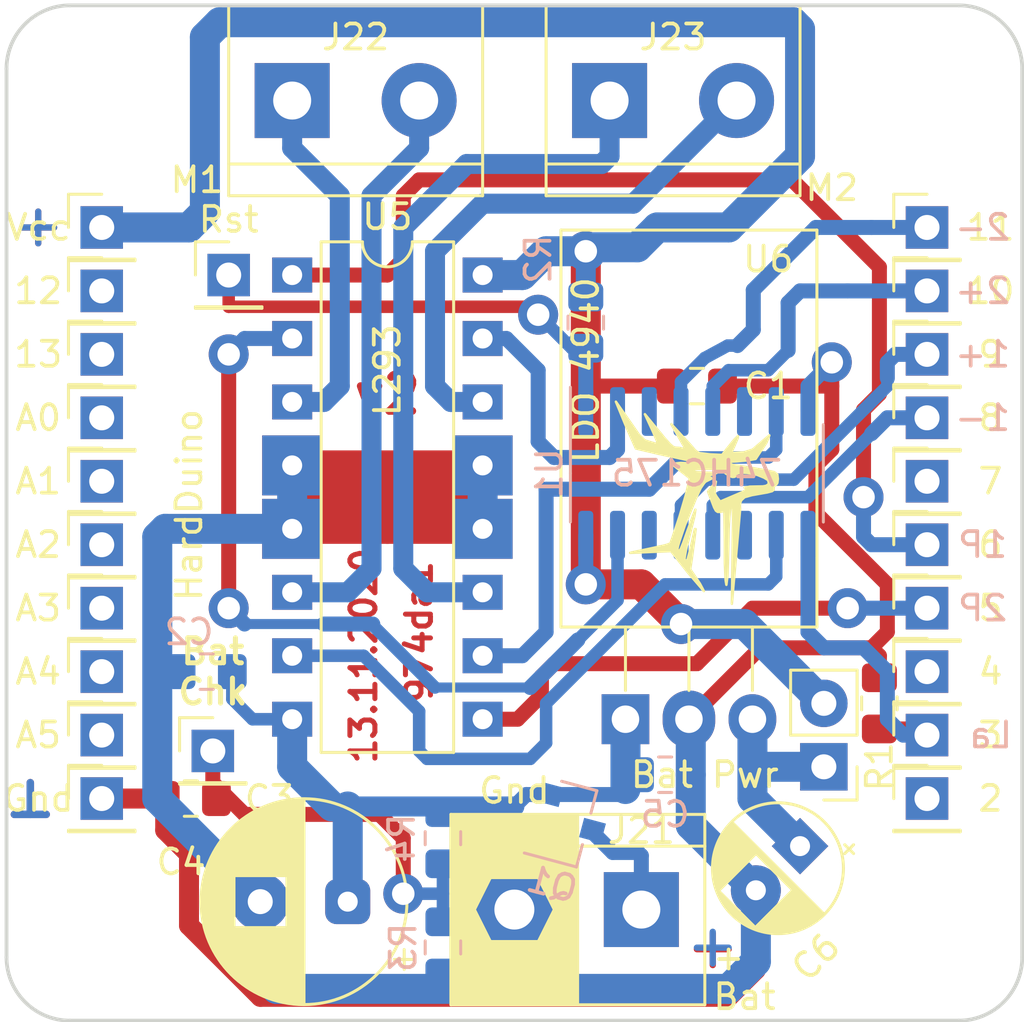
<source format=kicad_pcb>
(kicad_pcb (version 20171130) (host pcbnew "(5.1.8)-1")

  (general
    (thickness 1.6)
    (drawings 54)
    (tracks 264)
    (zones 0)
    (modules 44)
    (nets 38)
  )

  (page A4 portrait)
  (layers
    (0 F.Cu signal)
    (31 B.Cu signal)
    (32 B.Adhes user)
    (33 F.Adhes user)
    (34 B.Paste user)
    (35 F.Paste user)
    (36 B.SilkS user)
    (37 F.SilkS user)
    (38 B.Mask user)
    (39 F.Mask user)
    (40 Dwgs.User user)
    (41 Cmts.User user)
    (42 Eco1.User user)
    (43 Eco2.User user)
    (44 Edge.Cuts user)
    (45 Margin user)
    (46 B.CrtYd user)
    (47 F.CrtYd user)
    (48 B.Fab user)
    (49 F.Fab user)
  )

  (setup
    (last_trace_width 0.6)
    (user_trace_width 0.4)
    (user_trace_width 0.5)
    (user_trace_width 0.6)
    (user_trace_width 0.8)
    (user_trace_width 1.2)
    (trace_clearance 0.2)
    (zone_clearance 0.508)
    (zone_45_only no)
    (trace_min 0.2)
    (via_size 0.8)
    (via_drill 0.4)
    (via_min_size 0.4)
    (via_min_drill 0.3)
    (user_via 1.3 0.9)
    (user_via 1.5 0.9)
    (user_via 1.6 0.9)
    (user_via 1.6 1.1)
    (uvia_size 0.3)
    (uvia_drill 0.1)
    (uvias_allowed no)
    (uvia_min_size 0.2)
    (uvia_min_drill 0.1)
    (edge_width 0.05)
    (segment_width 0.2)
    (pcb_text_width 0.3)
    (pcb_text_size 1.5 1.5)
    (mod_edge_width 0.12)
    (mod_text_size 1 1)
    (mod_text_width 0.15)
    (pad_size 3.5 3.5)
    (pad_drill 1.6)
    (pad_to_mask_clearance 0.051)
    (solder_mask_min_width 0.1)
    (aux_axis_origin 0 0)
    (visible_elements 7FFFFFFF)
    (pcbplotparams
      (layerselection 0x010f0_ffffffff)
      (usegerberextensions false)
      (usegerberattributes false)
      (usegerberadvancedattributes false)
      (creategerberjobfile false)
      (excludeedgelayer true)
      (linewidth 0.100000)
      (plotframeref false)
      (viasonmask false)
      (mode 1)
      (useauxorigin false)
      (hpglpennumber 1)
      (hpglpenspeed 20)
      (hpglpendiameter 15.000000)
      (psnegative false)
      (psa4output false)
      (plotreference true)
      (plotvalue true)
      (plotinvisibletext false)
      (padsonsilk false)
      (subtractmaskfromsilk false)
      (outputformat 1)
      (mirror false)
      (drillshape 0)
      (scaleselection 1)
      (outputdirectory "gerber/"))
  )

  (net 0 "")
  (net 1 "Net-(J1-Pad1)")
  (net 2 "Net-(J3-Pad1)")
  (net 3 "Net-(J6-Pad1)")
  (net 4 "Net-(J11-Pad1)")
  (net 5 "Net-(J12-Pad1)")
  (net 6 "Net-(J13-Pad1)")
  (net 7 "Net-(J14-Pad1)")
  (net 8 "Net-(J15-Pad1)")
  (net 9 "Net-(J16-Pad1)")
  (net 10 "Net-(J17-Pad1)")
  (net 11 "Net-(J18-Pad1)")
  (net 12 VCC)
  (net 13 GND)
  (net 14 "Net-(C2-Pad2)")
  (net 15 "Net-(J22-Pad2)")
  (net 16 "Net-(J22-Pad1)")
  (net 17 "Net-(J23-Pad1)")
  (net 18 "Net-(J23-Pad2)")
  (net 19 "Net-(C6-Pad1)")
  (net 20 /PWM1)
  (net 21 /PWM2)
  (net 22 /M1+)
  (net 23 /M1-)
  (net 24 /M2+)
  (net 25 /M2-)
  (net 26 /Latch)
  (net 27 "Net-(U1-Pad2)")
  (net 28 "Net-(U1-Pad3)")
  (net 29 "Net-(U1-Pad6)")
  (net 30 "Net-(U1-Pad7)")
  (net 31 "Net-(U1-Pad10)")
  (net 32 "Net-(U1-Pad11)")
  (net 33 "Net-(U1-Pad14)")
  (net 34 "Net-(U1-Pad15)")
  (net 35 "Net-(C3-Pad2)")
  (net 36 "Net-(J24-Pad1)")
  (net 37 "Net-(J21-Pad1)")

  (net_class Default "Это класс цепей по умолчанию."
    (clearance 0.2)
    (trace_width 0.25)
    (via_dia 0.8)
    (via_drill 0.4)
    (uvia_dia 0.3)
    (uvia_drill 0.1)
    (add_net /Latch)
    (add_net /M1+)
    (add_net /M1-)
    (add_net /M2+)
    (add_net /M2-)
    (add_net /PWM1)
    (add_net /PWM2)
    (add_net GND)
    (add_net "Net-(C2-Pad2)")
    (add_net "Net-(C3-Pad2)")
    (add_net "Net-(C6-Pad1)")
    (add_net "Net-(J1-Pad1)")
    (add_net "Net-(J11-Pad1)")
    (add_net "Net-(J12-Pad1)")
    (add_net "Net-(J13-Pad1)")
    (add_net "Net-(J14-Pad1)")
    (add_net "Net-(J15-Pad1)")
    (add_net "Net-(J16-Pad1)")
    (add_net "Net-(J17-Pad1)")
    (add_net "Net-(J18-Pad1)")
    (add_net "Net-(J21-Pad1)")
    (add_net "Net-(J22-Pad1)")
    (add_net "Net-(J22-Pad2)")
    (add_net "Net-(J23-Pad1)")
    (add_net "Net-(J23-Pad2)")
    (add_net "Net-(J24-Pad1)")
    (add_net "Net-(J3-Pad1)")
    (add_net "Net-(J6-Pad1)")
    (add_net "Net-(U1-Pad10)")
    (add_net "Net-(U1-Pad11)")
    (add_net "Net-(U1-Pad14)")
    (add_net "Net-(U1-Pad15)")
    (add_net "Net-(U1-Pad2)")
    (add_net "Net-(U1-Pad3)")
    (add_net "Net-(U1-Pad6)")
    (add_net "Net-(U1-Pad7)")
    (add_net VCC)
  )

  (module Capacitor_THT:CP_Radial_D5.0mm_P2.50mm (layer F.Cu) (tedit 5E8DF052) (tstamp 5E6B7BD2)
    (at 120.65 61.595 225)
    (descr "CP, Radial series, Radial, pin pitch=2.50mm, , diameter=5mm, Electrolytic Capacitor")
    (tags "CP Radial series Radial pin pitch 2.50mm  diameter 5mm Electrolytic Capacitor")
    (path /5E6CA1A7)
    (fp_text reference C6 (at 2.694077 -3.592102 45) (layer F.SilkS)
      (effects (font (size 1 1) (thickness 0.15)))
    )
    (fp_text value 22uF (at 1.25 3.75 45) (layer F.Fab)
      (effects (font (size 1 1) (thickness 0.15)))
    )
    (fp_circle (center 1.25 0) (end 3.75 0) (layer F.Fab) (width 0.1))
    (fp_circle (center 1.25 0) (end 3.87 0) (layer F.SilkS) (width 0.12))
    (fp_circle (center 1.25 0) (end 4 0) (layer F.CrtYd) (width 0.05))
    (fp_line (start -0.883605 -1.0875) (end -0.383605 -1.0875) (layer F.Fab) (width 0.1))
    (fp_line (start -0.633605 -1.3375) (end -0.633605 -0.8375) (layer F.Fab) (width 0.1))
    (fp_line (start 1.25 -2.58) (end 1.25 2.58) (layer F.SilkS) (width 0.12))
    (fp_line (start 1.29 -2.58) (end 1.29 2.58) (layer F.SilkS) (width 0.12))
    (fp_line (start 1.33 -2.579) (end 1.33 2.579) (layer F.SilkS) (width 0.12))
    (fp_line (start 1.37 -2.578) (end 1.37 2.578) (layer F.SilkS) (width 0.12))
    (fp_line (start 1.41 -2.576) (end 1.41 2.576) (layer F.SilkS) (width 0.12))
    (fp_line (start 1.45 -2.573) (end 1.45 2.573) (layer F.SilkS) (width 0.12))
    (fp_line (start 1.49 -2.569) (end 1.49 -1.04) (layer F.SilkS) (width 0.12))
    (fp_line (start 1.49 1.04) (end 1.49 2.569) (layer F.SilkS) (width 0.12))
    (fp_line (start 1.53 -2.565) (end 1.53 -1.04) (layer F.SilkS) (width 0.12))
    (fp_line (start 1.53 1.04) (end 1.53 2.565) (layer F.SilkS) (width 0.12))
    (fp_line (start 1.57 -2.561) (end 1.57 -1.04) (layer F.SilkS) (width 0.12))
    (fp_line (start 1.57 1.04) (end 1.57 2.561) (layer F.SilkS) (width 0.12))
    (fp_line (start 1.61 -2.556) (end 1.61 -1.04) (layer F.SilkS) (width 0.12))
    (fp_line (start 1.61 1.04) (end 1.61 2.556) (layer F.SilkS) (width 0.12))
    (fp_line (start 1.65 -2.55) (end 1.65 -1.04) (layer F.SilkS) (width 0.12))
    (fp_line (start 1.65 1.04) (end 1.65 2.55) (layer F.SilkS) (width 0.12))
    (fp_line (start 1.69 -2.543) (end 1.69 -1.04) (layer F.SilkS) (width 0.12))
    (fp_line (start 1.69 1.04) (end 1.69 2.543) (layer F.SilkS) (width 0.12))
    (fp_line (start 1.73 -2.536) (end 1.73 -1.04) (layer F.SilkS) (width 0.12))
    (fp_line (start 1.73 1.04) (end 1.73 2.536) (layer F.SilkS) (width 0.12))
    (fp_line (start 1.77 -2.528) (end 1.77 -1.04) (layer F.SilkS) (width 0.12))
    (fp_line (start 1.77 1.04) (end 1.77 2.528) (layer F.SilkS) (width 0.12))
    (fp_line (start 1.81 -2.52) (end 1.81 -1.04) (layer F.SilkS) (width 0.12))
    (fp_line (start 1.81 1.04) (end 1.81 2.52) (layer F.SilkS) (width 0.12))
    (fp_line (start 1.85 -2.511) (end 1.85 -1.04) (layer F.SilkS) (width 0.12))
    (fp_line (start 1.85 1.04) (end 1.85 2.511) (layer F.SilkS) (width 0.12))
    (fp_line (start 1.89 -2.501) (end 1.89 -1.04) (layer F.SilkS) (width 0.12))
    (fp_line (start 1.89 1.04) (end 1.89 2.501) (layer F.SilkS) (width 0.12))
    (fp_line (start 1.93 -2.491) (end 1.93 -1.04) (layer F.SilkS) (width 0.12))
    (fp_line (start 1.93 1.04) (end 1.93 2.491) (layer F.SilkS) (width 0.12))
    (fp_line (start 1.971 -2.48) (end 1.971 -1.04) (layer F.SilkS) (width 0.12))
    (fp_line (start 1.971 1.04) (end 1.971 2.48) (layer F.SilkS) (width 0.12))
    (fp_line (start 2.011 -2.468) (end 2.011 -1.04) (layer F.SilkS) (width 0.12))
    (fp_line (start 2.011 1.04) (end 2.011 2.468) (layer F.SilkS) (width 0.12))
    (fp_line (start 2.051 -2.455) (end 2.051 -1.04) (layer F.SilkS) (width 0.12))
    (fp_line (start 2.051 1.04) (end 2.051 2.455) (layer F.SilkS) (width 0.12))
    (fp_line (start 2.091 -2.442) (end 2.091 -1.04) (layer F.SilkS) (width 0.12))
    (fp_line (start 2.091 1.04) (end 2.091 2.442) (layer F.SilkS) (width 0.12))
    (fp_line (start 2.131 -2.428) (end 2.131 -1.04) (layer F.SilkS) (width 0.12))
    (fp_line (start 2.131 1.04) (end 2.131 2.428) (layer F.SilkS) (width 0.12))
    (fp_line (start 2.171 -2.414) (end 2.171 -1.04) (layer F.SilkS) (width 0.12))
    (fp_line (start 2.171 1.04) (end 2.171 2.414) (layer F.SilkS) (width 0.12))
    (fp_line (start 2.211 -2.398) (end 2.211 -1.04) (layer F.SilkS) (width 0.12))
    (fp_line (start 2.211 1.04) (end 2.211 2.398) (layer F.SilkS) (width 0.12))
    (fp_line (start 2.251 -2.382) (end 2.251 -1.04) (layer F.SilkS) (width 0.12))
    (fp_line (start 2.251 1.04) (end 2.251 2.382) (layer F.SilkS) (width 0.12))
    (fp_line (start 2.291 -2.365) (end 2.291 -1.04) (layer F.SilkS) (width 0.12))
    (fp_line (start 2.291 1.04) (end 2.291 2.365) (layer F.SilkS) (width 0.12))
    (fp_line (start 2.331 -2.348) (end 2.331 -1.04) (layer F.SilkS) (width 0.12))
    (fp_line (start 2.331 1.04) (end 2.331 2.348) (layer F.SilkS) (width 0.12))
    (fp_line (start 2.371 -2.329) (end 2.371 -1.04) (layer F.SilkS) (width 0.12))
    (fp_line (start 2.371 1.04) (end 2.371 2.329) (layer F.SilkS) (width 0.12))
    (fp_line (start 2.411 -2.31) (end 2.411 -1.04) (layer F.SilkS) (width 0.12))
    (fp_line (start 2.411 1.04) (end 2.411 2.31) (layer F.SilkS) (width 0.12))
    (fp_line (start 2.451 -2.29) (end 2.451 -1.04) (layer F.SilkS) (width 0.12))
    (fp_line (start 2.451 1.04) (end 2.451 2.29) (layer F.SilkS) (width 0.12))
    (fp_line (start 2.491 -2.268) (end 2.491 -1.04) (layer F.SilkS) (width 0.12))
    (fp_line (start 2.491 1.04) (end 2.491 2.268) (layer F.SilkS) (width 0.12))
    (fp_line (start 2.531 -2.247) (end 2.531 -1.04) (layer F.SilkS) (width 0.12))
    (fp_line (start 2.531 1.04) (end 2.531 2.247) (layer F.SilkS) (width 0.12))
    (fp_line (start 2.571 -2.224) (end 2.571 -1.04) (layer F.SilkS) (width 0.12))
    (fp_line (start 2.571 1.04) (end 2.571 2.224) (layer F.SilkS) (width 0.12))
    (fp_line (start 2.611 -2.2) (end 2.611 -1.04) (layer F.SilkS) (width 0.12))
    (fp_line (start 2.611 1.04) (end 2.611 2.2) (layer F.SilkS) (width 0.12))
    (fp_line (start 2.651 -2.175) (end 2.651 -1.04) (layer F.SilkS) (width 0.12))
    (fp_line (start 2.651 1.04) (end 2.651 2.175) (layer F.SilkS) (width 0.12))
    (fp_line (start 2.691 -2.149) (end 2.691 -1.04) (layer F.SilkS) (width 0.12))
    (fp_line (start 2.691 1.04) (end 2.691 2.149) (layer F.SilkS) (width 0.12))
    (fp_line (start 2.731 -2.122) (end 2.731 -1.04) (layer F.SilkS) (width 0.12))
    (fp_line (start 2.731 1.04) (end 2.731 2.122) (layer F.SilkS) (width 0.12))
    (fp_line (start 2.771 -2.095) (end 2.771 -1.04) (layer F.SilkS) (width 0.12))
    (fp_line (start 2.771 1.04) (end 2.771 2.095) (layer F.SilkS) (width 0.12))
    (fp_line (start 2.811 -2.065) (end 2.811 -1.04) (layer F.SilkS) (width 0.12))
    (fp_line (start 2.811 1.04) (end 2.811 2.065) (layer F.SilkS) (width 0.12))
    (fp_line (start 2.851 -2.035) (end 2.851 -1.04) (layer F.SilkS) (width 0.12))
    (fp_line (start 2.851 1.04) (end 2.851 2.035) (layer F.SilkS) (width 0.12))
    (fp_line (start 2.891 -2.004) (end 2.891 -1.04) (layer F.SilkS) (width 0.12))
    (fp_line (start 2.891 1.04) (end 2.891 2.004) (layer F.SilkS) (width 0.12))
    (fp_line (start 2.931 -1.971) (end 2.931 -1.04) (layer F.SilkS) (width 0.12))
    (fp_line (start 2.931 1.04) (end 2.931 1.971) (layer F.SilkS) (width 0.12))
    (fp_line (start 2.971 -1.937) (end 2.971 -1.04) (layer F.SilkS) (width 0.12))
    (fp_line (start 2.971 1.04) (end 2.971 1.937) (layer F.SilkS) (width 0.12))
    (fp_line (start 3.011 -1.901) (end 3.011 -1.04) (layer F.SilkS) (width 0.12))
    (fp_line (start 3.011 1.04) (end 3.011 1.901) (layer F.SilkS) (width 0.12))
    (fp_line (start 3.051 -1.864) (end 3.051 -1.04) (layer F.SilkS) (width 0.12))
    (fp_line (start 3.051 1.04) (end 3.051 1.864) (layer F.SilkS) (width 0.12))
    (fp_line (start 3.091 -1.826) (end 3.091 -1.04) (layer F.SilkS) (width 0.12))
    (fp_line (start 3.091 1.04) (end 3.091 1.826) (layer F.SilkS) (width 0.12))
    (fp_line (start 3.131 -1.785) (end 3.131 -1.04) (layer F.SilkS) (width 0.12))
    (fp_line (start 3.131 1.04) (end 3.131 1.785) (layer F.SilkS) (width 0.12))
    (fp_line (start 3.171 -1.743) (end 3.171 -1.04) (layer F.SilkS) (width 0.12))
    (fp_line (start 3.171 1.04) (end 3.171 1.743) (layer F.SilkS) (width 0.12))
    (fp_line (start 3.211 -1.699) (end 3.211 -1.04) (layer F.SilkS) (width 0.12))
    (fp_line (start 3.211 1.04) (end 3.211 1.699) (layer F.SilkS) (width 0.12))
    (fp_line (start 3.251 -1.653) (end 3.251 -1.04) (layer F.SilkS) (width 0.12))
    (fp_line (start 3.251 1.04) (end 3.251 1.653) (layer F.SilkS) (width 0.12))
    (fp_line (start 3.291 -1.605) (end 3.291 -1.04) (layer F.SilkS) (width 0.12))
    (fp_line (start 3.291 1.04) (end 3.291 1.605) (layer F.SilkS) (width 0.12))
    (fp_line (start 3.331 -1.554) (end 3.331 -1.04) (layer F.SilkS) (width 0.12))
    (fp_line (start 3.331 1.04) (end 3.331 1.554) (layer F.SilkS) (width 0.12))
    (fp_line (start 3.371 -1.5) (end 3.371 -1.04) (layer F.SilkS) (width 0.12))
    (fp_line (start 3.371 1.04) (end 3.371 1.5) (layer F.SilkS) (width 0.12))
    (fp_line (start 3.411 -1.443) (end 3.411 -1.04) (layer F.SilkS) (width 0.12))
    (fp_line (start 3.411 1.04) (end 3.411 1.443) (layer F.SilkS) (width 0.12))
    (fp_line (start 3.451 -1.383) (end 3.451 -1.04) (layer F.SilkS) (width 0.12))
    (fp_line (start 3.451 1.04) (end 3.451 1.383) (layer F.SilkS) (width 0.12))
    (fp_line (start 3.491 -1.319) (end 3.491 -1.04) (layer F.SilkS) (width 0.12))
    (fp_line (start 3.491 1.04) (end 3.491 1.319) (layer F.SilkS) (width 0.12))
    (fp_line (start 3.531 -1.251) (end 3.531 -1.04) (layer F.SilkS) (width 0.12))
    (fp_line (start 3.531 1.04) (end 3.531 1.251) (layer F.SilkS) (width 0.12))
    (fp_line (start 3.571 -1.178) (end 3.571 1.178) (layer F.SilkS) (width 0.12))
    (fp_line (start 3.611 -1.098) (end 3.611 1.098) (layer F.SilkS) (width 0.12))
    (fp_line (start 3.651 -1.011) (end 3.651 1.011) (layer F.SilkS) (width 0.12))
    (fp_line (start 3.691 -0.915) (end 3.691 0.915) (layer F.SilkS) (width 0.12))
    (fp_line (start 3.731 -0.805) (end 3.731 0.805) (layer F.SilkS) (width 0.12))
    (fp_line (start 3.771 -0.677) (end 3.771 0.677) (layer F.SilkS) (width 0.12))
    (fp_line (start 3.811 -0.518) (end 3.811 0.518) (layer F.SilkS) (width 0.12))
    (fp_line (start 3.851 -0.284) (end 3.851 0.284) (layer F.SilkS) (width 0.12))
    (fp_line (start -1.554775 -1.475) (end -1.054775 -1.475) (layer F.SilkS) (width 0.12))
    (fp_line (start -1.304775 -1.725) (end -1.304775 -1.225) (layer F.SilkS) (width 0.12))
    (fp_text user %R (at 1.25 0 45) (layer F.Fab)
      (effects (font (size 1 1) (thickness 0.15)))
    )
    (pad 1 thru_hole rect (at 0 0 225) (size 1.6 1.6) (drill 0.8) (layers *.Cu *.Mask)
      (net 19 "Net-(C6-Pad1)"))
    (pad 2 thru_hole circle (at 2.5 0 225) (size 2 2) (drill 0.8) (layers *.Cu *.Mask)
      (net 13 GND))
    (model ${KISYS3DMOD}/Capacitor_THT.3dshapes/CP_Radial_D5.0mm_P2.50mm.wrl
      (at (xyz 0 0 0))
      (scale (xyz 1 1 1))
      (rotate (xyz 0 0 0))
    )
  )

  (module Resistor_SMD:R_0805_2012Metric_Pad1.15x1.40mm_HandSolder (layer F.Cu) (tedit 5B36C52B) (tstamp 5E5CABD5)
    (at 123.825 55.88 270)
    (descr "Resistor SMD 0805 (2012 Metric), square (rectangular) end terminal, IPC_7351 nominal with elongated pad for handsoldering. (Body size source: https://docs.google.com/spreadsheets/d/1BsfQQcO9C6DZCsRaXUlFlo91Tg2WpOkGARC1WS5S8t0/edit?usp=sharing), generated with kicad-footprint-generator")
    (tags "resistor handsolder")
    (path /5E5CB29D)
    (attr smd)
    (fp_text reference R1 (at 2.54 0 270) (layer F.SilkS)
      (effects (font (size 1 1) (thickness 0.15)))
    )
    (fp_text value 10k (at 0 1.65 270) (layer F.Fab)
      (effects (font (size 1 1) (thickness 0.15)))
    )
    (fp_line (start 1.85 0.95) (end -1.85 0.95) (layer F.CrtYd) (width 0.05))
    (fp_line (start 1.85 -0.95) (end 1.85 0.95) (layer F.CrtYd) (width 0.05))
    (fp_line (start -1.85 -0.95) (end 1.85 -0.95) (layer F.CrtYd) (width 0.05))
    (fp_line (start -1.85 0.95) (end -1.85 -0.95) (layer F.CrtYd) (width 0.05))
    (fp_line (start -0.261252 0.71) (end 0.261252 0.71) (layer F.SilkS) (width 0.12))
    (fp_line (start -0.261252 -0.71) (end 0.261252 -0.71) (layer F.SilkS) (width 0.12))
    (fp_line (start 1 0.6) (end -1 0.6) (layer F.Fab) (width 0.1))
    (fp_line (start 1 -0.6) (end 1 0.6) (layer F.Fab) (width 0.1))
    (fp_line (start -1 -0.6) (end 1 -0.6) (layer F.Fab) (width 0.1))
    (fp_line (start -1 0.6) (end -1 -0.6) (layer F.Fab) (width 0.1))
    (fp_text user %R (at 0 0 270) (layer F.Fab)
      (effects (font (size 0.5 0.5) (thickness 0.08)))
    )
    (pad 2 smd roundrect (at 1.025 0 270) (size 1.15 1.4) (layers F.Cu F.Paste F.Mask) (roundrect_rratio 0.2173904347826087)
      (net 26 /Latch))
    (pad 1 smd roundrect (at -1.025 0 270) (size 1.15 1.4) (layers F.Cu F.Paste F.Mask) (roundrect_rratio 0.2173904347826087)
      (net 13 GND))
    (model ${KISYS3DMOD}/Resistor_SMD.3dshapes/R_0805_2012Metric.wrl
      (at (xyz 0 0 0))
      (scale (xyz 1 1 1))
      (rotate (xyz 0 0 0))
    )
  )

  (module Capacitor_THT:CP_Radial_D8.0mm_P3.50mm (layer F.Cu) (tedit 5E8DF012) (tstamp 5E5CA7F4)
    (at 102.5525 63.8175 180)
    (descr "CP, Radial series, Radial, pin pitch=3.50mm, , diameter=8mm, Electrolytic Capacitor")
    (tags "CP Radial series Radial pin pitch 3.50mm  diameter 8mm Electrolytic Capacitor")
    (path /5E5DD515)
    (fp_text reference C4 (at 6.6675 1.5875) (layer F.SilkS)
      (effects (font (size 1 1) (thickness 0.15)))
    )
    (fp_text value 500uF (at 1.75 5.25) (layer F.Fab)
      (effects (font (size 1 1) (thickness 0.15)))
    )
    (fp_line (start -2.259698 -2.715) (end -2.259698 -1.915) (layer F.SilkS) (width 0.12))
    (fp_line (start -2.659698 -2.315) (end -1.859698 -2.315) (layer F.SilkS) (width 0.12))
    (fp_line (start 5.831 -0.533) (end 5.831 0.533) (layer F.SilkS) (width 0.12))
    (fp_line (start 5.791 -0.768) (end 5.791 0.768) (layer F.SilkS) (width 0.12))
    (fp_line (start 5.751 -0.948) (end 5.751 0.948) (layer F.SilkS) (width 0.12))
    (fp_line (start 5.711 -1.098) (end 5.711 1.098) (layer F.SilkS) (width 0.12))
    (fp_line (start 5.671 -1.229) (end 5.671 1.229) (layer F.SilkS) (width 0.12))
    (fp_line (start 5.631 -1.346) (end 5.631 1.346) (layer F.SilkS) (width 0.12))
    (fp_line (start 5.591 -1.453) (end 5.591 1.453) (layer F.SilkS) (width 0.12))
    (fp_line (start 5.551 -1.552) (end 5.551 1.552) (layer F.SilkS) (width 0.12))
    (fp_line (start 5.511 -1.645) (end 5.511 1.645) (layer F.SilkS) (width 0.12))
    (fp_line (start 5.471 -1.731) (end 5.471 1.731) (layer F.SilkS) (width 0.12))
    (fp_line (start 5.431 -1.813) (end 5.431 1.813) (layer F.SilkS) (width 0.12))
    (fp_line (start 5.391 -1.89) (end 5.391 1.89) (layer F.SilkS) (width 0.12))
    (fp_line (start 5.351 -1.964) (end 5.351 1.964) (layer F.SilkS) (width 0.12))
    (fp_line (start 5.311 -2.034) (end 5.311 2.034) (layer F.SilkS) (width 0.12))
    (fp_line (start 5.271 -2.102) (end 5.271 2.102) (layer F.SilkS) (width 0.12))
    (fp_line (start 5.231 -2.166) (end 5.231 2.166) (layer F.SilkS) (width 0.12))
    (fp_line (start 5.191 -2.228) (end 5.191 2.228) (layer F.SilkS) (width 0.12))
    (fp_line (start 5.151 -2.287) (end 5.151 2.287) (layer F.SilkS) (width 0.12))
    (fp_line (start 5.111 -2.345) (end 5.111 2.345) (layer F.SilkS) (width 0.12))
    (fp_line (start 5.071 -2.4) (end 5.071 2.4) (layer F.SilkS) (width 0.12))
    (fp_line (start 5.031 -2.454) (end 5.031 2.454) (layer F.SilkS) (width 0.12))
    (fp_line (start 4.991 -2.505) (end 4.991 2.505) (layer F.SilkS) (width 0.12))
    (fp_line (start 4.951 -2.556) (end 4.951 2.556) (layer F.SilkS) (width 0.12))
    (fp_line (start 4.911 -2.604) (end 4.911 2.604) (layer F.SilkS) (width 0.12))
    (fp_line (start 4.871 -2.651) (end 4.871 2.651) (layer F.SilkS) (width 0.12))
    (fp_line (start 4.831 -2.697) (end 4.831 2.697) (layer F.SilkS) (width 0.12))
    (fp_line (start 4.791 -2.741) (end 4.791 2.741) (layer F.SilkS) (width 0.12))
    (fp_line (start 4.751 -2.784) (end 4.751 2.784) (layer F.SilkS) (width 0.12))
    (fp_line (start 4.711 -2.826) (end 4.711 2.826) (layer F.SilkS) (width 0.12))
    (fp_line (start 4.671 -2.867) (end 4.671 2.867) (layer F.SilkS) (width 0.12))
    (fp_line (start 4.631 -2.907) (end 4.631 2.907) (layer F.SilkS) (width 0.12))
    (fp_line (start 4.591 -2.945) (end 4.591 2.945) (layer F.SilkS) (width 0.12))
    (fp_line (start 4.551 -2.983) (end 4.551 2.983) (layer F.SilkS) (width 0.12))
    (fp_line (start 4.511 1.04) (end 4.511 3.019) (layer F.SilkS) (width 0.12))
    (fp_line (start 4.511 -3.019) (end 4.511 -1.04) (layer F.SilkS) (width 0.12))
    (fp_line (start 4.471 1.04) (end 4.471 3.055) (layer F.SilkS) (width 0.12))
    (fp_line (start 4.471 -3.055) (end 4.471 -1.04) (layer F.SilkS) (width 0.12))
    (fp_line (start 4.431 1.04) (end 4.431 3.09) (layer F.SilkS) (width 0.12))
    (fp_line (start 4.431 -3.09) (end 4.431 -1.04) (layer F.SilkS) (width 0.12))
    (fp_line (start 4.391 1.04) (end 4.391 3.124) (layer F.SilkS) (width 0.12))
    (fp_line (start 4.391 -3.124) (end 4.391 -1.04) (layer F.SilkS) (width 0.12))
    (fp_line (start 4.351 1.04) (end 4.351 3.156) (layer F.SilkS) (width 0.12))
    (fp_line (start 4.351 -3.156) (end 4.351 -1.04) (layer F.SilkS) (width 0.12))
    (fp_line (start 4.311 1.04) (end 4.311 3.189) (layer F.SilkS) (width 0.12))
    (fp_line (start 4.311 -3.189) (end 4.311 -1.04) (layer F.SilkS) (width 0.12))
    (fp_line (start 4.271 1.04) (end 4.271 3.22) (layer F.SilkS) (width 0.12))
    (fp_line (start 4.271 -3.22) (end 4.271 -1.04) (layer F.SilkS) (width 0.12))
    (fp_line (start 4.231 1.04) (end 4.231 3.25) (layer F.SilkS) (width 0.12))
    (fp_line (start 4.231 -3.25) (end 4.231 -1.04) (layer F.SilkS) (width 0.12))
    (fp_line (start 4.191 1.04) (end 4.191 3.28) (layer F.SilkS) (width 0.12))
    (fp_line (start 4.191 -3.28) (end 4.191 -1.04) (layer F.SilkS) (width 0.12))
    (fp_line (start 4.151 1.04) (end 4.151 3.309) (layer F.SilkS) (width 0.12))
    (fp_line (start 4.151 -3.309) (end 4.151 -1.04) (layer F.SilkS) (width 0.12))
    (fp_line (start 4.111 1.04) (end 4.111 3.338) (layer F.SilkS) (width 0.12))
    (fp_line (start 4.111 -3.338) (end 4.111 -1.04) (layer F.SilkS) (width 0.12))
    (fp_line (start 4.071 1.04) (end 4.071 3.365) (layer F.SilkS) (width 0.12))
    (fp_line (start 4.071 -3.365) (end 4.071 -1.04) (layer F.SilkS) (width 0.12))
    (fp_line (start 4.031 1.04) (end 4.031 3.392) (layer F.SilkS) (width 0.12))
    (fp_line (start 4.031 -3.392) (end 4.031 -1.04) (layer F.SilkS) (width 0.12))
    (fp_line (start 3.991 1.04) (end 3.991 3.418) (layer F.SilkS) (width 0.12))
    (fp_line (start 3.991 -3.418) (end 3.991 -1.04) (layer F.SilkS) (width 0.12))
    (fp_line (start 3.951 1.04) (end 3.951 3.444) (layer F.SilkS) (width 0.12))
    (fp_line (start 3.951 -3.444) (end 3.951 -1.04) (layer F.SilkS) (width 0.12))
    (fp_line (start 3.911 1.04) (end 3.911 3.469) (layer F.SilkS) (width 0.12))
    (fp_line (start 3.911 -3.469) (end 3.911 -1.04) (layer F.SilkS) (width 0.12))
    (fp_line (start 3.871 1.04) (end 3.871 3.493) (layer F.SilkS) (width 0.12))
    (fp_line (start 3.871 -3.493) (end 3.871 -1.04) (layer F.SilkS) (width 0.12))
    (fp_line (start 3.831 1.04) (end 3.831 3.517) (layer F.SilkS) (width 0.12))
    (fp_line (start 3.831 -3.517) (end 3.831 -1.04) (layer F.SilkS) (width 0.12))
    (fp_line (start 3.791 1.04) (end 3.791 3.54) (layer F.SilkS) (width 0.12))
    (fp_line (start 3.791 -3.54) (end 3.791 -1.04) (layer F.SilkS) (width 0.12))
    (fp_line (start 3.751 1.04) (end 3.751 3.562) (layer F.SilkS) (width 0.12))
    (fp_line (start 3.751 -3.562) (end 3.751 -1.04) (layer F.SilkS) (width 0.12))
    (fp_line (start 3.711 1.04) (end 3.711 3.584) (layer F.SilkS) (width 0.12))
    (fp_line (start 3.711 -3.584) (end 3.711 -1.04) (layer F.SilkS) (width 0.12))
    (fp_line (start 3.671 1.04) (end 3.671 3.606) (layer F.SilkS) (width 0.12))
    (fp_line (start 3.671 -3.606) (end 3.671 -1.04) (layer F.SilkS) (width 0.12))
    (fp_line (start 3.631 1.04) (end 3.631 3.627) (layer F.SilkS) (width 0.12))
    (fp_line (start 3.631 -3.627) (end 3.631 -1.04) (layer F.SilkS) (width 0.12))
    (fp_line (start 3.591 1.04) (end 3.591 3.647) (layer F.SilkS) (width 0.12))
    (fp_line (start 3.591 -3.647) (end 3.591 -1.04) (layer F.SilkS) (width 0.12))
    (fp_line (start 3.551 1.04) (end 3.551 3.666) (layer F.SilkS) (width 0.12))
    (fp_line (start 3.551 -3.666) (end 3.551 -1.04) (layer F.SilkS) (width 0.12))
    (fp_line (start 3.511 1.04) (end 3.511 3.686) (layer F.SilkS) (width 0.12))
    (fp_line (start 3.511 -3.686) (end 3.511 -1.04) (layer F.SilkS) (width 0.12))
    (fp_line (start 3.471 1.04) (end 3.471 3.704) (layer F.SilkS) (width 0.12))
    (fp_line (start 3.471 -3.704) (end 3.471 -1.04) (layer F.SilkS) (width 0.12))
    (fp_line (start 3.431 1.04) (end 3.431 3.722) (layer F.SilkS) (width 0.12))
    (fp_line (start 3.431 -3.722) (end 3.431 -1.04) (layer F.SilkS) (width 0.12))
    (fp_line (start 3.391 1.04) (end 3.391 3.74) (layer F.SilkS) (width 0.12))
    (fp_line (start 3.391 -3.74) (end 3.391 -1.04) (layer F.SilkS) (width 0.12))
    (fp_line (start 3.351 1.04) (end 3.351 3.757) (layer F.SilkS) (width 0.12))
    (fp_line (start 3.351 -3.757) (end 3.351 -1.04) (layer F.SilkS) (width 0.12))
    (fp_line (start 3.311 1.04) (end 3.311 3.774) (layer F.SilkS) (width 0.12))
    (fp_line (start 3.311 -3.774) (end 3.311 -1.04) (layer F.SilkS) (width 0.12))
    (fp_line (start 3.271 1.04) (end 3.271 3.79) (layer F.SilkS) (width 0.12))
    (fp_line (start 3.271 -3.79) (end 3.271 -1.04) (layer F.SilkS) (width 0.12))
    (fp_line (start 3.231 1.04) (end 3.231 3.805) (layer F.SilkS) (width 0.12))
    (fp_line (start 3.231 -3.805) (end 3.231 -1.04) (layer F.SilkS) (width 0.12))
    (fp_line (start 3.191 1.04) (end 3.191 3.821) (layer F.SilkS) (width 0.12))
    (fp_line (start 3.191 -3.821) (end 3.191 -1.04) (layer F.SilkS) (width 0.12))
    (fp_line (start 3.151 1.04) (end 3.151 3.835) (layer F.SilkS) (width 0.12))
    (fp_line (start 3.151 -3.835) (end 3.151 -1.04) (layer F.SilkS) (width 0.12))
    (fp_line (start 3.111 1.04) (end 3.111 3.85) (layer F.SilkS) (width 0.12))
    (fp_line (start 3.111 -3.85) (end 3.111 -1.04) (layer F.SilkS) (width 0.12))
    (fp_line (start 3.071 1.04) (end 3.071 3.863) (layer F.SilkS) (width 0.12))
    (fp_line (start 3.071 -3.863) (end 3.071 -1.04) (layer F.SilkS) (width 0.12))
    (fp_line (start 3.031 1.04) (end 3.031 3.877) (layer F.SilkS) (width 0.12))
    (fp_line (start 3.031 -3.877) (end 3.031 -1.04) (layer F.SilkS) (width 0.12))
    (fp_line (start 2.991 1.04) (end 2.991 3.889) (layer F.SilkS) (width 0.12))
    (fp_line (start 2.991 -3.889) (end 2.991 -1.04) (layer F.SilkS) (width 0.12))
    (fp_line (start 2.951 1.04) (end 2.951 3.902) (layer F.SilkS) (width 0.12))
    (fp_line (start 2.951 -3.902) (end 2.951 -1.04) (layer F.SilkS) (width 0.12))
    (fp_line (start 2.911 1.04) (end 2.911 3.914) (layer F.SilkS) (width 0.12))
    (fp_line (start 2.911 -3.914) (end 2.911 -1.04) (layer F.SilkS) (width 0.12))
    (fp_line (start 2.871 1.04) (end 2.871 3.925) (layer F.SilkS) (width 0.12))
    (fp_line (start 2.871 -3.925) (end 2.871 -1.04) (layer F.SilkS) (width 0.12))
    (fp_line (start 2.831 1.04) (end 2.831 3.936) (layer F.SilkS) (width 0.12))
    (fp_line (start 2.831 -3.936) (end 2.831 -1.04) (layer F.SilkS) (width 0.12))
    (fp_line (start 2.791 1.04) (end 2.791 3.947) (layer F.SilkS) (width 0.12))
    (fp_line (start 2.791 -3.947) (end 2.791 -1.04) (layer F.SilkS) (width 0.12))
    (fp_line (start 2.751 1.04) (end 2.751 3.957) (layer F.SilkS) (width 0.12))
    (fp_line (start 2.751 -3.957) (end 2.751 -1.04) (layer F.SilkS) (width 0.12))
    (fp_line (start 2.711 1.04) (end 2.711 3.967) (layer F.SilkS) (width 0.12))
    (fp_line (start 2.711 -3.967) (end 2.711 -1.04) (layer F.SilkS) (width 0.12))
    (fp_line (start 2.671 1.04) (end 2.671 3.976) (layer F.SilkS) (width 0.12))
    (fp_line (start 2.671 -3.976) (end 2.671 -1.04) (layer F.SilkS) (width 0.12))
    (fp_line (start 2.631 1.04) (end 2.631 3.985) (layer F.SilkS) (width 0.12))
    (fp_line (start 2.631 -3.985) (end 2.631 -1.04) (layer F.SilkS) (width 0.12))
    (fp_line (start 2.591 1.04) (end 2.591 3.994) (layer F.SilkS) (width 0.12))
    (fp_line (start 2.591 -3.994) (end 2.591 -1.04) (layer F.SilkS) (width 0.12))
    (fp_line (start 2.551 1.04) (end 2.551 4.002) (layer F.SilkS) (width 0.12))
    (fp_line (start 2.551 -4.002) (end 2.551 -1.04) (layer F.SilkS) (width 0.12))
    (fp_line (start 2.511 1.04) (end 2.511 4.01) (layer F.SilkS) (width 0.12))
    (fp_line (start 2.511 -4.01) (end 2.511 -1.04) (layer F.SilkS) (width 0.12))
    (fp_line (start 2.471 1.04) (end 2.471 4.017) (layer F.SilkS) (width 0.12))
    (fp_line (start 2.471 -4.017) (end 2.471 -1.04) (layer F.SilkS) (width 0.12))
    (fp_line (start 2.43 -4.024) (end 2.43 4.024) (layer F.SilkS) (width 0.12))
    (fp_line (start 2.39 -4.03) (end 2.39 4.03) (layer F.SilkS) (width 0.12))
    (fp_line (start 2.35 -4.037) (end 2.35 4.037) (layer F.SilkS) (width 0.12))
    (fp_line (start 2.31 -4.042) (end 2.31 4.042) (layer F.SilkS) (width 0.12))
    (fp_line (start 2.27 -4.048) (end 2.27 4.048) (layer F.SilkS) (width 0.12))
    (fp_line (start 2.23 -4.052) (end 2.23 4.052) (layer F.SilkS) (width 0.12))
    (fp_line (start 2.19 -4.057) (end 2.19 4.057) (layer F.SilkS) (width 0.12))
    (fp_line (start 2.15 -4.061) (end 2.15 4.061) (layer F.SilkS) (width 0.12))
    (fp_line (start 2.11 -4.065) (end 2.11 4.065) (layer F.SilkS) (width 0.12))
    (fp_line (start 2.07 -4.068) (end 2.07 4.068) (layer F.SilkS) (width 0.12))
    (fp_line (start 2.03 -4.071) (end 2.03 4.071) (layer F.SilkS) (width 0.12))
    (fp_line (start 1.99 -4.074) (end 1.99 4.074) (layer F.SilkS) (width 0.12))
    (fp_line (start 1.95 -4.076) (end 1.95 4.076) (layer F.SilkS) (width 0.12))
    (fp_line (start 1.91 -4.077) (end 1.91 4.077) (layer F.SilkS) (width 0.12))
    (fp_line (start 1.87 -4.079) (end 1.87 4.079) (layer F.SilkS) (width 0.12))
    (fp_line (start 1.83 -4.08) (end 1.83 4.08) (layer F.SilkS) (width 0.12))
    (fp_line (start 1.79 -4.08) (end 1.79 4.08) (layer F.SilkS) (width 0.12))
    (fp_line (start 1.75 -4.08) (end 1.75 4.08) (layer F.SilkS) (width 0.12))
    (fp_line (start -1.276759 -2.1475) (end -1.276759 -1.3475) (layer F.Fab) (width 0.1))
    (fp_line (start -1.676759 -1.7475) (end -0.876759 -1.7475) (layer F.Fab) (width 0.1))
    (fp_circle (center 1.75 0) (end 6 0) (layer F.CrtYd) (width 0.05))
    (fp_circle (center 1.75 0) (end 5.87 0) (layer F.SilkS) (width 0.12))
    (fp_circle (center 1.75 0) (end 5.75 0) (layer F.Fab) (width 0.1))
    (fp_text user %R (at 1.75 0) (layer F.Fab)
      (effects (font (size 1 1) (thickness 0.15)))
    )
    (pad 2 thru_hole circle (at 3.5 0 180) (size 2.3 2.3) (drill 1) (layers *.Cu *.Mask)
      (net 13 GND))
    (pad 1 thru_hole roundrect (at 0 0 180) (size 1.8 1.8) (drill 0.8) (layers *.Cu *.Mask) (roundrect_rratio 0.25)
      (net 14 "Net-(C2-Pad2)"))
    (model ${KISYS3DMOD}/Capacitor_THT.3dshapes/CP_Radial_D8.0mm_P3.50mm.wrl
      (at (xyz 0 0 0))
      (scale (xyz 1 1 1))
      (rotate (xyz 0 0 0))
    )
  )

  (module MountingHole:MountingHole_3.2mm_M3 (layer F.Cu) (tedit 56D1B4CB) (tstamp 5D79781E)
    (at 92.71 31.75)
    (descr "Mounting Hole 3.2mm, no annular, M3")
    (tags "mounting hole 3.2mm no annular m3")
    (path /5D791BF4)
    (attr virtual)
    (fp_text reference H1 (at -2.2225 -2.2225) (layer F.SilkS) hide
      (effects (font (size 1 1) (thickness 0.15)))
    )
    (fp_text value MountingHole (at 3.4925 -2.8575) (layer F.Fab) hide
      (effects (font (size 1 1) (thickness 0.15)))
    )
    (fp_circle (center 0 0) (end 3.45 0) (layer F.CrtYd) (width 0.05))
    (fp_circle (center 0 0) (end 3.2 0) (layer Cmts.User) (width 0.15))
    (fp_text user %R (at 0.3 0) (layer F.Fab)
      (effects (font (size 1 1) (thickness 0.15)))
    )
    (pad 1 np_thru_hole circle (at 0 0) (size 3.2 3.2) (drill 3.2) (layers *.Cu *.Mask))
  )

  (module MountingHole:MountingHole_3.2mm_M3 (layer F.Cu) (tedit 56D1B4CB) (tstamp 5D797826)
    (at 92.71 64.77)
    (descr "Mounting Hole 3.2mm, no annular, M3")
    (tags "mounting hole 3.2mm no annular m3")
    (path /5D793188)
    (attr virtual)
    (fp_text reference H2 (at -2.2225 2.2225) (layer F.SilkS) hide
      (effects (font (size 1 1) (thickness 0.15)))
    )
    (fp_text value MountingHole (at 4.1275 2.8575) (layer F.Fab) hide
      (effects (font (size 1 1) (thickness 0.15)))
    )
    (fp_circle (center 0 0) (end 3.2 0) (layer Cmts.User) (width 0.15))
    (fp_circle (center 0 0) (end 3.45 0) (layer F.CrtYd) (width 0.05))
    (fp_text user %R (at 0.3 0) (layer F.Fab)
      (effects (font (size 1 1) (thickness 0.15)))
    )
    (pad 1 np_thru_hole circle (at 0 0) (size 3.2 3.2) (drill 3.2) (layers *.Cu *.Mask))
  )

  (module MountingHole:MountingHole_3.2mm_M3 (layer F.Cu) (tedit 56D1B4CB) (tstamp 5D79782E)
    (at 125.73 31.75)
    (descr "Mounting Hole 3.2mm, no annular, M3")
    (tags "mounting hole 3.2mm no annular m3")
    (path /5D793224)
    (attr virtual)
    (fp_text reference H3 (at 2.2225 -2.2225) (layer F.SilkS) hide
      (effects (font (size 1 1) (thickness 0.15)))
    )
    (fp_text value MountingHole (at -2.54 -2.8575) (layer F.Fab) hide
      (effects (font (size 1 1) (thickness 0.15)))
    )
    (fp_circle (center 0 0) (end 3.45 0) (layer F.CrtYd) (width 0.05))
    (fp_circle (center 0 0) (end 3.2 0) (layer Cmts.User) (width 0.15))
    (fp_text user %R (at 0.3 0) (layer F.Fab)
      (effects (font (size 1 1) (thickness 0.15)))
    )
    (pad 1 np_thru_hole circle (at 0 0) (size 3.2 3.2) (drill 3.2) (layers *.Cu *.Mask))
  )

  (module MountingHole:MountingHole_3.2mm_M3 (layer F.Cu) (tedit 56D1B4CB) (tstamp 5D797836)
    (at 125.73 64.77)
    (descr "Mounting Hole 3.2mm, no annular, M3")
    (tags "mounting hole 3.2mm no annular m3")
    (path /5D7932CC)
    (attr virtual)
    (fp_text reference H4 (at 1.905 2.2225) (layer F.SilkS) hide
      (effects (font (size 1 1) (thickness 0.15)))
    )
    (fp_text value MountingHole (at -4.1275 2.8575) (layer F.Fab) hide
      (effects (font (size 1 1) (thickness 0.15)))
    )
    (fp_circle (center 0 0) (end 3.2 0) (layer Cmts.User) (width 0.15))
    (fp_circle (center 0 0) (end 3.45 0) (layer F.CrtYd) (width 0.05))
    (fp_text user %R (at 0 0) (layer F.Fab)
      (effects (font (size 1 1) (thickness 0.15)))
    )
    (pad 1 np_thru_hole circle (at 0 0) (size 3.2 3.2) (drill 3.2) (layers *.Cu *.Mask))
  )

  (module Connector_PinHeader_2.54mm:PinHeader_1x01_P2.54mm_Vertical (layer F.Cu) (tedit 59FED5CC) (tstamp 5D79784B)
    (at 125.73 59.69)
    (descr "Through hole straight pin header, 1x01, 2.54mm pitch, single row")
    (tags "Through hole pin header THT 1x01 2.54mm single row")
    (path /5D793457)
    (fp_text reference J1 (at -2.54 0) (layer F.SilkS) hide
      (effects (font (size 1 1) (thickness 0.15)))
    )
    (fp_text value 2 (at 2.54 0) (layer F.Fab)
      (effects (font (size 1 1) (thickness 0.15)))
    )
    (fp_line (start 1.8 -1.8) (end -1.8 -1.8) (layer F.CrtYd) (width 0.05))
    (fp_line (start 1.8 1.8) (end 1.8 -1.8) (layer F.CrtYd) (width 0.05))
    (fp_line (start -1.8 1.8) (end 1.8 1.8) (layer F.CrtYd) (width 0.05))
    (fp_line (start -1.8 -1.8) (end -1.8 1.8) (layer F.CrtYd) (width 0.05))
    (fp_line (start -1.33 -1.33) (end 0 -1.33) (layer F.SilkS) (width 0.12))
    (fp_line (start -1.33 0) (end -1.33 -1.33) (layer F.SilkS) (width 0.12))
    (fp_line (start -1.33 1.27) (end 1.33 1.27) (layer F.SilkS) (width 0.12))
    (fp_line (start 1.33 1.27) (end 1.33 1.33) (layer F.SilkS) (width 0.12))
    (fp_line (start -1.33 1.27) (end -1.33 1.33) (layer F.SilkS) (width 0.12))
    (fp_line (start -1.33 1.33) (end 1.33 1.33) (layer F.SilkS) (width 0.12))
    (fp_line (start -1.27 -0.635) (end -0.635 -1.27) (layer F.Fab) (width 0.1))
    (fp_line (start -1.27 1.27) (end -1.27 -0.635) (layer F.Fab) (width 0.1))
    (fp_line (start 1.27 1.27) (end -1.27 1.27) (layer F.Fab) (width 0.1))
    (fp_line (start 1.27 -1.27) (end 1.27 1.27) (layer F.Fab) (width 0.1))
    (fp_line (start -0.635 -1.27) (end 1.27 -1.27) (layer F.Fab) (width 0.1))
    (fp_text user %R (at 0 0 90) (layer F.Fab)
      (effects (font (size 1 1) (thickness 0.15)))
    )
    (pad 1 thru_hole rect (at 0 0) (size 1.7 1.7) (drill 1) (layers *.Cu *.Mask)
      (net 1 "Net-(J1-Pad1)"))
    (model ${KISYS3DMOD}/Connector_PinHeader_2.54mm.3dshapes/PinHeader_1x01_P2.54mm_Vertical.wrl
      (at (xyz 0 0 0))
      (scale (xyz 1 1 1))
      (rotate (xyz 0 0 0))
    )
  )

  (module Connector_PinHeader_2.54mm:PinHeader_1x01_P2.54mm_Vertical (layer F.Cu) (tedit 59FED5CC) (tstamp 5D797860)
    (at 125.73 57.15)
    (descr "Through hole straight pin header, 1x01, 2.54mm pitch, single row")
    (tags "Through hole pin header THT 1x01 2.54mm single row")
    (path /5D794940)
    (fp_text reference J2 (at -2.54 0) (layer F.SilkS) hide
      (effects (font (size 1 1) (thickness 0.15)))
    )
    (fp_text value 3 (at 2.54 0) (layer F.Fab)
      (effects (font (size 1 1) (thickness 0.15)))
    )
    (fp_line (start -0.635 -1.27) (end 1.27 -1.27) (layer F.Fab) (width 0.1))
    (fp_line (start 1.27 -1.27) (end 1.27 1.27) (layer F.Fab) (width 0.1))
    (fp_line (start 1.27 1.27) (end -1.27 1.27) (layer F.Fab) (width 0.1))
    (fp_line (start -1.27 1.27) (end -1.27 -0.635) (layer F.Fab) (width 0.1))
    (fp_line (start -1.27 -0.635) (end -0.635 -1.27) (layer F.Fab) (width 0.1))
    (fp_line (start -1.33 1.33) (end 1.33 1.33) (layer F.SilkS) (width 0.12))
    (fp_line (start -1.33 1.27) (end -1.33 1.33) (layer F.SilkS) (width 0.12))
    (fp_line (start 1.33 1.27) (end 1.33 1.33) (layer F.SilkS) (width 0.12))
    (fp_line (start -1.33 1.27) (end 1.33 1.27) (layer F.SilkS) (width 0.12))
    (fp_line (start -1.33 0) (end -1.33 -1.33) (layer F.SilkS) (width 0.12))
    (fp_line (start -1.33 -1.33) (end 0 -1.33) (layer F.SilkS) (width 0.12))
    (fp_line (start -1.8 -1.8) (end -1.8 1.8) (layer F.CrtYd) (width 0.05))
    (fp_line (start -1.8 1.8) (end 1.8 1.8) (layer F.CrtYd) (width 0.05))
    (fp_line (start 1.8 1.8) (end 1.8 -1.8) (layer F.CrtYd) (width 0.05))
    (fp_line (start 1.8 -1.8) (end -1.8 -1.8) (layer F.CrtYd) (width 0.05))
    (fp_text user %R (at 0 0 90) (layer F.Fab)
      (effects (font (size 1 1) (thickness 0.15)))
    )
    (pad 1 thru_hole rect (at 0 0) (size 1.7 1.7) (drill 1) (layers *.Cu *.Mask)
      (net 26 /Latch))
    (model ${KISYS3DMOD}/Connector_PinHeader_2.54mm.3dshapes/PinHeader_1x01_P2.54mm_Vertical.wrl
      (at (xyz 0 0 0))
      (scale (xyz 1 1 1))
      (rotate (xyz 0 0 0))
    )
  )

  (module Connector_PinHeader_2.54mm:PinHeader_1x01_P2.54mm_Vertical (layer F.Cu) (tedit 59FED5CC) (tstamp 5D797875)
    (at 125.73 54.61)
    (descr "Through hole straight pin header, 1x01, 2.54mm pitch, single row")
    (tags "Through hole pin header THT 1x01 2.54mm single row")
    (path /5D794B32)
    (fp_text reference J3 (at -2.54 0) (layer F.SilkS) hide
      (effects (font (size 1 1) (thickness 0.15)))
    )
    (fp_text value 4 (at 2.54 0) (layer F.Fab)
      (effects (font (size 1 1) (thickness 0.15)))
    )
    (fp_line (start 1.8 -1.8) (end -1.8 -1.8) (layer F.CrtYd) (width 0.05))
    (fp_line (start 1.8 1.8) (end 1.8 -1.8) (layer F.CrtYd) (width 0.05))
    (fp_line (start -1.8 1.8) (end 1.8 1.8) (layer F.CrtYd) (width 0.05))
    (fp_line (start -1.8 -1.8) (end -1.8 1.8) (layer F.CrtYd) (width 0.05))
    (fp_line (start -1.33 -1.33) (end 0 -1.33) (layer F.SilkS) (width 0.12))
    (fp_line (start -1.33 0) (end -1.33 -1.33) (layer F.SilkS) (width 0.12))
    (fp_line (start -1.33 1.27) (end 1.33 1.27) (layer F.SilkS) (width 0.12))
    (fp_line (start 1.33 1.27) (end 1.33 1.33) (layer F.SilkS) (width 0.12))
    (fp_line (start -1.33 1.27) (end -1.33 1.33) (layer F.SilkS) (width 0.12))
    (fp_line (start -1.33 1.33) (end 1.33 1.33) (layer F.SilkS) (width 0.12))
    (fp_line (start -1.27 -0.635) (end -0.635 -1.27) (layer F.Fab) (width 0.1))
    (fp_line (start -1.27 1.27) (end -1.27 -0.635) (layer F.Fab) (width 0.1))
    (fp_line (start 1.27 1.27) (end -1.27 1.27) (layer F.Fab) (width 0.1))
    (fp_line (start 1.27 -1.27) (end 1.27 1.27) (layer F.Fab) (width 0.1))
    (fp_line (start -0.635 -1.27) (end 1.27 -1.27) (layer F.Fab) (width 0.1))
    (fp_text user %R (at 0 0 90) (layer F.Fab)
      (effects (font (size 1 1) (thickness 0.15)))
    )
    (pad 1 thru_hole rect (at 0 0) (size 1.7 1.7) (drill 1) (layers *.Cu *.Mask)
      (net 2 "Net-(J3-Pad1)"))
    (model ${KISYS3DMOD}/Connector_PinHeader_2.54mm.3dshapes/PinHeader_1x01_P2.54mm_Vertical.wrl
      (at (xyz 0 0 0))
      (scale (xyz 1 1 1))
      (rotate (xyz 0 0 0))
    )
  )

  (module Connector_PinHeader_2.54mm:PinHeader_1x01_P2.54mm_Vertical (layer F.Cu) (tedit 59FED5CC) (tstamp 5D79788A)
    (at 125.73 52.07)
    (descr "Through hole straight pin header, 1x01, 2.54mm pitch, single row")
    (tags "Through hole pin header THT 1x01 2.54mm single row")
    (path /5D794C66)
    (fp_text reference J4 (at -2.54 0) (layer F.SilkS) hide
      (effects (font (size 1 1) (thickness 0.15)))
    )
    (fp_text value 5 (at 2.54 0) (layer F.Fab)
      (effects (font (size 1 1) (thickness 0.15)))
    )
    (fp_line (start -0.635 -1.27) (end 1.27 -1.27) (layer F.Fab) (width 0.1))
    (fp_line (start 1.27 -1.27) (end 1.27 1.27) (layer F.Fab) (width 0.1))
    (fp_line (start 1.27 1.27) (end -1.27 1.27) (layer F.Fab) (width 0.1))
    (fp_line (start -1.27 1.27) (end -1.27 -0.635) (layer F.Fab) (width 0.1))
    (fp_line (start -1.27 -0.635) (end -0.635 -1.27) (layer F.Fab) (width 0.1))
    (fp_line (start -1.33 1.33) (end 1.33 1.33) (layer F.SilkS) (width 0.12))
    (fp_line (start -1.33 1.27) (end -1.33 1.33) (layer F.SilkS) (width 0.12))
    (fp_line (start 1.33 1.27) (end 1.33 1.33) (layer F.SilkS) (width 0.12))
    (fp_line (start -1.33 1.27) (end 1.33 1.27) (layer F.SilkS) (width 0.12))
    (fp_line (start -1.33 0) (end -1.33 -1.33) (layer F.SilkS) (width 0.12))
    (fp_line (start -1.33 -1.33) (end 0 -1.33) (layer F.SilkS) (width 0.12))
    (fp_line (start -1.8 -1.8) (end -1.8 1.8) (layer F.CrtYd) (width 0.05))
    (fp_line (start -1.8 1.8) (end 1.8 1.8) (layer F.CrtYd) (width 0.05))
    (fp_line (start 1.8 1.8) (end 1.8 -1.8) (layer F.CrtYd) (width 0.05))
    (fp_line (start 1.8 -1.8) (end -1.8 -1.8) (layer F.CrtYd) (width 0.05))
    (fp_text user %R (at 0 0 90) (layer F.Fab)
      (effects (font (size 1 1) (thickness 0.15)))
    )
    (pad 1 thru_hole rect (at 0 0) (size 1.7 1.7) (drill 1) (layers *.Cu *.Mask)
      (net 21 /PWM2))
    (model ${KISYS3DMOD}/Connector_PinHeader_2.54mm.3dshapes/PinHeader_1x01_P2.54mm_Vertical.wrl
      (at (xyz 0 0 0))
      (scale (xyz 1 1 1))
      (rotate (xyz 0 0 0))
    )
  )

  (module Connector_PinHeader_2.54mm:PinHeader_1x01_P2.54mm_Vertical (layer F.Cu) (tedit 59FED5CC) (tstamp 5D79789F)
    (at 125.73 49.53)
    (descr "Through hole straight pin header, 1x01, 2.54mm pitch, single row")
    (tags "Through hole pin header THT 1x01 2.54mm single row")
    (path /5D794EF4)
    (fp_text reference J5 (at -2.54 0) (layer F.SilkS) hide
      (effects (font (size 1 1) (thickness 0.15)))
    )
    (fp_text value 6 (at 2.54 0) (layer F.Fab)
      (effects (font (size 1 1) (thickness 0.15)))
    )
    (fp_line (start 1.8 -1.8) (end -1.8 -1.8) (layer F.CrtYd) (width 0.05))
    (fp_line (start 1.8 1.8) (end 1.8 -1.8) (layer F.CrtYd) (width 0.05))
    (fp_line (start -1.8 1.8) (end 1.8 1.8) (layer F.CrtYd) (width 0.05))
    (fp_line (start -1.8 -1.8) (end -1.8 1.8) (layer F.CrtYd) (width 0.05))
    (fp_line (start -1.33 -1.33) (end 0 -1.33) (layer F.SilkS) (width 0.12))
    (fp_line (start -1.33 0) (end -1.33 -1.33) (layer F.SilkS) (width 0.12))
    (fp_line (start -1.33 1.27) (end 1.33 1.27) (layer F.SilkS) (width 0.12))
    (fp_line (start 1.33 1.27) (end 1.33 1.33) (layer F.SilkS) (width 0.12))
    (fp_line (start -1.33 1.27) (end -1.33 1.33) (layer F.SilkS) (width 0.12))
    (fp_line (start -1.33 1.33) (end 1.33 1.33) (layer F.SilkS) (width 0.12))
    (fp_line (start -1.27 -0.635) (end -0.635 -1.27) (layer F.Fab) (width 0.1))
    (fp_line (start -1.27 1.27) (end -1.27 -0.635) (layer F.Fab) (width 0.1))
    (fp_line (start 1.27 1.27) (end -1.27 1.27) (layer F.Fab) (width 0.1))
    (fp_line (start 1.27 -1.27) (end 1.27 1.27) (layer F.Fab) (width 0.1))
    (fp_line (start -0.635 -1.27) (end 1.27 -1.27) (layer F.Fab) (width 0.1))
    (fp_text user %R (at 0 0 90) (layer F.Fab)
      (effects (font (size 1 1) (thickness 0.15)))
    )
    (pad 1 thru_hole rect (at 0 0) (size 1.7 1.7) (drill 1) (layers *.Cu *.Mask)
      (net 20 /PWM1))
    (model ${KISYS3DMOD}/Connector_PinHeader_2.54mm.3dshapes/PinHeader_1x01_P2.54mm_Vertical.wrl
      (at (xyz 0 0 0))
      (scale (xyz 1 1 1))
      (rotate (xyz 0 0 0))
    )
  )

  (module Connector_PinHeader_2.54mm:PinHeader_1x01_P2.54mm_Vertical (layer F.Cu) (tedit 59FED5CC) (tstamp 5D7978B4)
    (at 125.73 46.99)
    (descr "Through hole straight pin header, 1x01, 2.54mm pitch, single row")
    (tags "Through hole pin header THT 1x01 2.54mm single row")
    (path /5D795168)
    (fp_text reference J6 (at -2.54 0) (layer F.SilkS) hide
      (effects (font (size 1 1) (thickness 0.15)))
    )
    (fp_text value 7 (at 2.54 0) (layer F.Fab)
      (effects (font (size 1 1) (thickness 0.15)))
    )
    (fp_line (start -0.635 -1.27) (end 1.27 -1.27) (layer F.Fab) (width 0.1))
    (fp_line (start 1.27 -1.27) (end 1.27 1.27) (layer F.Fab) (width 0.1))
    (fp_line (start 1.27 1.27) (end -1.27 1.27) (layer F.Fab) (width 0.1))
    (fp_line (start -1.27 1.27) (end -1.27 -0.635) (layer F.Fab) (width 0.1))
    (fp_line (start -1.27 -0.635) (end -0.635 -1.27) (layer F.Fab) (width 0.1))
    (fp_line (start -1.33 1.33) (end 1.33 1.33) (layer F.SilkS) (width 0.12))
    (fp_line (start -1.33 1.27) (end -1.33 1.33) (layer F.SilkS) (width 0.12))
    (fp_line (start 1.33 1.27) (end 1.33 1.33) (layer F.SilkS) (width 0.12))
    (fp_line (start -1.33 1.27) (end 1.33 1.27) (layer F.SilkS) (width 0.12))
    (fp_line (start -1.33 0) (end -1.33 -1.33) (layer F.SilkS) (width 0.12))
    (fp_line (start -1.33 -1.33) (end 0 -1.33) (layer F.SilkS) (width 0.12))
    (fp_line (start -1.8 -1.8) (end -1.8 1.8) (layer F.CrtYd) (width 0.05))
    (fp_line (start -1.8 1.8) (end 1.8 1.8) (layer F.CrtYd) (width 0.05))
    (fp_line (start 1.8 1.8) (end 1.8 -1.8) (layer F.CrtYd) (width 0.05))
    (fp_line (start 1.8 -1.8) (end -1.8 -1.8) (layer F.CrtYd) (width 0.05))
    (fp_text user %R (at 0 0 90) (layer F.Fab)
      (effects (font (size 1 1) (thickness 0.15)))
    )
    (pad 1 thru_hole rect (at 0 0) (size 1.7 1.7) (drill 1) (layers *.Cu *.Mask)
      (net 3 "Net-(J6-Pad1)"))
    (model ${KISYS3DMOD}/Connector_PinHeader_2.54mm.3dshapes/PinHeader_1x01_P2.54mm_Vertical.wrl
      (at (xyz 0 0 0))
      (scale (xyz 1 1 1))
      (rotate (xyz 0 0 0))
    )
  )

  (module Connector_PinHeader_2.54mm:PinHeader_1x01_P2.54mm_Vertical (layer F.Cu) (tedit 59FED5CC) (tstamp 5D7978C9)
    (at 125.73 44.45)
    (descr "Through hole straight pin header, 1x01, 2.54mm pitch, single row")
    (tags "Through hole pin header THT 1x01 2.54mm single row")
    (path /5D795340)
    (fp_text reference J7 (at -2.54 0) (layer F.SilkS) hide
      (effects (font (size 1 1) (thickness 0.15)))
    )
    (fp_text value 8 (at 2.54 0) (layer F.Fab)
      (effects (font (size 1 1) (thickness 0.15)))
    )
    (fp_line (start 1.8 -1.8) (end -1.8 -1.8) (layer F.CrtYd) (width 0.05))
    (fp_line (start 1.8 1.8) (end 1.8 -1.8) (layer F.CrtYd) (width 0.05))
    (fp_line (start -1.8 1.8) (end 1.8 1.8) (layer F.CrtYd) (width 0.05))
    (fp_line (start -1.8 -1.8) (end -1.8 1.8) (layer F.CrtYd) (width 0.05))
    (fp_line (start -1.33 -1.33) (end 0 -1.33) (layer F.SilkS) (width 0.12))
    (fp_line (start -1.33 0) (end -1.33 -1.33) (layer F.SilkS) (width 0.12))
    (fp_line (start -1.33 1.27) (end 1.33 1.27) (layer F.SilkS) (width 0.12))
    (fp_line (start 1.33 1.27) (end 1.33 1.33) (layer F.SilkS) (width 0.12))
    (fp_line (start -1.33 1.27) (end -1.33 1.33) (layer F.SilkS) (width 0.12))
    (fp_line (start -1.33 1.33) (end 1.33 1.33) (layer F.SilkS) (width 0.12))
    (fp_line (start -1.27 -0.635) (end -0.635 -1.27) (layer F.Fab) (width 0.1))
    (fp_line (start -1.27 1.27) (end -1.27 -0.635) (layer F.Fab) (width 0.1))
    (fp_line (start 1.27 1.27) (end -1.27 1.27) (layer F.Fab) (width 0.1))
    (fp_line (start 1.27 -1.27) (end 1.27 1.27) (layer F.Fab) (width 0.1))
    (fp_line (start -0.635 -1.27) (end 1.27 -1.27) (layer F.Fab) (width 0.1))
    (fp_text user %R (at 0 0 90) (layer F.Fab)
      (effects (font (size 1 1) (thickness 0.15)))
    )
    (pad 1 thru_hole rect (at 0 0) (size 1.7 1.7) (drill 1) (layers *.Cu *.Mask)
      (net 23 /M1-))
    (model ${KISYS3DMOD}/Connector_PinHeader_2.54mm.3dshapes/PinHeader_1x01_P2.54mm_Vertical.wrl
      (at (xyz 0 0 0))
      (scale (xyz 1 1 1))
      (rotate (xyz 0 0 0))
    )
  )

  (module Connector_PinHeader_2.54mm:PinHeader_1x01_P2.54mm_Vertical (layer F.Cu) (tedit 59FED5CC) (tstamp 5D7978DE)
    (at 125.73 41.91)
    (descr "Through hole straight pin header, 1x01, 2.54mm pitch, single row")
    (tags "Through hole pin header THT 1x01 2.54mm single row")
    (path /5D7955DE)
    (fp_text reference J8 (at -2.54 0) (layer F.SilkS) hide
      (effects (font (size 1 1) (thickness 0.15)))
    )
    (fp_text value 9 (at 2.54 0) (layer F.Fab)
      (effects (font (size 1 1) (thickness 0.15)))
    )
    (fp_line (start -0.635 -1.27) (end 1.27 -1.27) (layer F.Fab) (width 0.1))
    (fp_line (start 1.27 -1.27) (end 1.27 1.27) (layer F.Fab) (width 0.1))
    (fp_line (start 1.27 1.27) (end -1.27 1.27) (layer F.Fab) (width 0.1))
    (fp_line (start -1.27 1.27) (end -1.27 -0.635) (layer F.Fab) (width 0.1))
    (fp_line (start -1.27 -0.635) (end -0.635 -1.27) (layer F.Fab) (width 0.1))
    (fp_line (start -1.33 1.33) (end 1.33 1.33) (layer F.SilkS) (width 0.12))
    (fp_line (start -1.33 1.27) (end -1.33 1.33) (layer F.SilkS) (width 0.12))
    (fp_line (start 1.33 1.27) (end 1.33 1.33) (layer F.SilkS) (width 0.12))
    (fp_line (start -1.33 1.27) (end 1.33 1.27) (layer F.SilkS) (width 0.12))
    (fp_line (start -1.33 0) (end -1.33 -1.33) (layer F.SilkS) (width 0.12))
    (fp_line (start -1.33 -1.33) (end 0 -1.33) (layer F.SilkS) (width 0.12))
    (fp_line (start -1.8 -1.8) (end -1.8 1.8) (layer F.CrtYd) (width 0.05))
    (fp_line (start -1.8 1.8) (end 1.8 1.8) (layer F.CrtYd) (width 0.05))
    (fp_line (start 1.8 1.8) (end 1.8 -1.8) (layer F.CrtYd) (width 0.05))
    (fp_line (start 1.8 -1.8) (end -1.8 -1.8) (layer F.CrtYd) (width 0.05))
    (fp_text user %R (at 0 0 90) (layer F.Fab)
      (effects (font (size 1 1) (thickness 0.15)))
    )
    (pad 1 thru_hole rect (at 0 0) (size 1.7 1.7) (drill 1) (layers *.Cu *.Mask)
      (net 22 /M1+))
    (model ${KISYS3DMOD}/Connector_PinHeader_2.54mm.3dshapes/PinHeader_1x01_P2.54mm_Vertical.wrl
      (at (xyz 0 0 0))
      (scale (xyz 1 1 1))
      (rotate (xyz 0 0 0))
    )
  )

  (module Connector_PinHeader_2.54mm:PinHeader_1x01_P2.54mm_Vertical (layer F.Cu) (tedit 59FED5CC) (tstamp 5D7978F3)
    (at 125.73 39.37)
    (descr "Through hole straight pin header, 1x01, 2.54mm pitch, single row")
    (tags "Through hole pin header THT 1x01 2.54mm single row")
    (path /5D7957DA)
    (fp_text reference J9 (at -2.54 0) (layer F.SilkS) hide
      (effects (font (size 1 1) (thickness 0.15)))
    )
    (fp_text value 10 (at 2.54 0) (layer F.Fab)
      (effects (font (size 1 1) (thickness 0.15)))
    )
    (fp_line (start 1.8 -1.8) (end -1.8 -1.8) (layer F.CrtYd) (width 0.05))
    (fp_line (start 1.8 1.8) (end 1.8 -1.8) (layer F.CrtYd) (width 0.05))
    (fp_line (start -1.8 1.8) (end 1.8 1.8) (layer F.CrtYd) (width 0.05))
    (fp_line (start -1.8 -1.8) (end -1.8 1.8) (layer F.CrtYd) (width 0.05))
    (fp_line (start -1.33 -1.33) (end 0 -1.33) (layer F.SilkS) (width 0.12))
    (fp_line (start -1.33 0) (end -1.33 -1.33) (layer F.SilkS) (width 0.12))
    (fp_line (start -1.33 1.27) (end 1.33 1.27) (layer F.SilkS) (width 0.12))
    (fp_line (start 1.33 1.27) (end 1.33 1.33) (layer F.SilkS) (width 0.12))
    (fp_line (start -1.33 1.27) (end -1.33 1.33) (layer F.SilkS) (width 0.12))
    (fp_line (start -1.33 1.33) (end 1.33 1.33) (layer F.SilkS) (width 0.12))
    (fp_line (start -1.27 -0.635) (end -0.635 -1.27) (layer F.Fab) (width 0.1))
    (fp_line (start -1.27 1.27) (end -1.27 -0.635) (layer F.Fab) (width 0.1))
    (fp_line (start 1.27 1.27) (end -1.27 1.27) (layer F.Fab) (width 0.1))
    (fp_line (start 1.27 -1.27) (end 1.27 1.27) (layer F.Fab) (width 0.1))
    (fp_line (start -0.635 -1.27) (end 1.27 -1.27) (layer F.Fab) (width 0.1))
    (fp_text user %R (at 0 0 90) (layer F.Fab)
      (effects (font (size 1 1) (thickness 0.15)))
    )
    (pad 1 thru_hole rect (at 0 0) (size 1.7 1.7) (drill 1) (layers *.Cu *.Mask)
      (net 24 /M2+))
    (model ${KISYS3DMOD}/Connector_PinHeader_2.54mm.3dshapes/PinHeader_1x01_P2.54mm_Vertical.wrl
      (at (xyz 0 0 0))
      (scale (xyz 1 1 1))
      (rotate (xyz 0 0 0))
    )
  )

  (module Connector_PinHeader_2.54mm:PinHeader_1x01_P2.54mm_Vertical (layer F.Cu) (tedit 59FED5CC) (tstamp 5D797908)
    (at 125.73 36.83)
    (descr "Through hole straight pin header, 1x01, 2.54mm pitch, single row")
    (tags "Through hole pin header THT 1x01 2.54mm single row")
    (path /5D795810)
    (fp_text reference J10 (at -2.54 0) (layer F.SilkS) hide
      (effects (font (size 1 1) (thickness 0.15)))
    )
    (fp_text value 11 (at 2.54 0) (layer F.Fab)
      (effects (font (size 1 1) (thickness 0.15)))
    )
    (fp_line (start -0.635 -1.27) (end 1.27 -1.27) (layer F.Fab) (width 0.1))
    (fp_line (start 1.27 -1.27) (end 1.27 1.27) (layer F.Fab) (width 0.1))
    (fp_line (start 1.27 1.27) (end -1.27 1.27) (layer F.Fab) (width 0.1))
    (fp_line (start -1.27 1.27) (end -1.27 -0.635) (layer F.Fab) (width 0.1))
    (fp_line (start -1.27 -0.635) (end -0.635 -1.27) (layer F.Fab) (width 0.1))
    (fp_line (start -1.33 1.33) (end 1.33 1.33) (layer F.SilkS) (width 0.12))
    (fp_line (start -1.33 1.27) (end -1.33 1.33) (layer F.SilkS) (width 0.12))
    (fp_line (start 1.33 1.27) (end 1.33 1.33) (layer F.SilkS) (width 0.12))
    (fp_line (start -1.33 1.27) (end 1.33 1.27) (layer F.SilkS) (width 0.12))
    (fp_line (start -1.33 0) (end -1.33 -1.33) (layer F.SilkS) (width 0.12))
    (fp_line (start -1.33 -1.33) (end 0 -1.33) (layer F.SilkS) (width 0.12))
    (fp_line (start -1.8 -1.8) (end -1.8 1.8) (layer F.CrtYd) (width 0.05))
    (fp_line (start -1.8 1.8) (end 1.8 1.8) (layer F.CrtYd) (width 0.05))
    (fp_line (start 1.8 1.8) (end 1.8 -1.8) (layer F.CrtYd) (width 0.05))
    (fp_line (start 1.8 -1.8) (end -1.8 -1.8) (layer F.CrtYd) (width 0.05))
    (fp_text user %R (at 0 0 90) (layer F.Fab)
      (effects (font (size 1 1) (thickness 0.15)))
    )
    (pad 1 thru_hole rect (at 0 0) (size 1.7 1.7) (drill 1) (layers *.Cu *.Mask)
      (net 25 /M2-))
    (model ${KISYS3DMOD}/Connector_PinHeader_2.54mm.3dshapes/PinHeader_1x01_P2.54mm_Vertical.wrl
      (at (xyz 0 0 0))
      (scale (xyz 1 1 1))
      (rotate (xyz 0 0 0))
    )
  )

  (module Connector_PinHeader_2.54mm:PinHeader_1x01_P2.54mm_Vertical (layer F.Cu) (tedit 59FED5CC) (tstamp 5D79791D)
    (at 92.71 39.37)
    (descr "Through hole straight pin header, 1x01, 2.54mm pitch, single row")
    (tags "Through hole pin header THT 1x01 2.54mm single row")
    (path /5D7959D6)
    (fp_text reference J11 (at 3.175 0) (layer F.SilkS) hide
      (effects (font (size 1 1) (thickness 0.15)))
    )
    (fp_text value 12 (at -2.54 0) (layer F.Fab)
      (effects (font (size 1 1) (thickness 0.15)))
    )
    (fp_line (start 1.8 -1.8) (end -1.8 -1.8) (layer F.CrtYd) (width 0.05))
    (fp_line (start 1.8 1.8) (end 1.8 -1.8) (layer F.CrtYd) (width 0.05))
    (fp_line (start -1.8 1.8) (end 1.8 1.8) (layer F.CrtYd) (width 0.05))
    (fp_line (start -1.8 -1.8) (end -1.8 1.8) (layer F.CrtYd) (width 0.05))
    (fp_line (start -1.33 -1.33) (end 0 -1.33) (layer F.SilkS) (width 0.12))
    (fp_line (start -1.33 0) (end -1.33 -1.33) (layer F.SilkS) (width 0.12))
    (fp_line (start -1.33 1.27) (end 1.33 1.27) (layer F.SilkS) (width 0.12))
    (fp_line (start 1.33 1.27) (end 1.33 1.33) (layer F.SilkS) (width 0.12))
    (fp_line (start -1.33 1.27) (end -1.33 1.33) (layer F.SilkS) (width 0.12))
    (fp_line (start -1.33 1.33) (end 1.33 1.33) (layer F.SilkS) (width 0.12))
    (fp_line (start -1.27 -0.635) (end -0.635 -1.27) (layer F.Fab) (width 0.1))
    (fp_line (start -1.27 1.27) (end -1.27 -0.635) (layer F.Fab) (width 0.1))
    (fp_line (start 1.27 1.27) (end -1.27 1.27) (layer F.Fab) (width 0.1))
    (fp_line (start 1.27 -1.27) (end 1.27 1.27) (layer F.Fab) (width 0.1))
    (fp_line (start -0.635 -1.27) (end 1.27 -1.27) (layer F.Fab) (width 0.1))
    (fp_text user %R (at 0 0 90) (layer F.Fab)
      (effects (font (size 1 1) (thickness 0.15)))
    )
    (pad 1 thru_hole rect (at 0 0) (size 1.7 1.7) (drill 1) (layers *.Cu *.Mask)
      (net 4 "Net-(J11-Pad1)"))
    (model ${KISYS3DMOD}/Connector_PinHeader_2.54mm.3dshapes/PinHeader_1x01_P2.54mm_Vertical.wrl
      (at (xyz 0 0 0))
      (scale (xyz 1 1 1))
      (rotate (xyz 0 0 0))
    )
  )

  (module Connector_PinHeader_2.54mm:PinHeader_1x01_P2.54mm_Vertical (layer F.Cu) (tedit 59FED5CC) (tstamp 5D797932)
    (at 92.71 41.91)
    (descr "Through hole straight pin header, 1x01, 2.54mm pitch, single row")
    (tags "Through hole pin header THT 1x01 2.54mm single row")
    (path /5D79744D)
    (fp_text reference J12 (at 3.175 0) (layer F.SilkS) hide
      (effects (font (size 1 1) (thickness 0.15)))
    )
    (fp_text value 13 (at -2.54 0) (layer F.Fab)
      (effects (font (size 1 1) (thickness 0.15)))
    )
    (fp_line (start -0.635 -1.27) (end 1.27 -1.27) (layer F.Fab) (width 0.1))
    (fp_line (start 1.27 -1.27) (end 1.27 1.27) (layer F.Fab) (width 0.1))
    (fp_line (start 1.27 1.27) (end -1.27 1.27) (layer F.Fab) (width 0.1))
    (fp_line (start -1.27 1.27) (end -1.27 -0.635) (layer F.Fab) (width 0.1))
    (fp_line (start -1.27 -0.635) (end -0.635 -1.27) (layer F.Fab) (width 0.1))
    (fp_line (start -1.33 1.33) (end 1.33 1.33) (layer F.SilkS) (width 0.12))
    (fp_line (start -1.33 1.27) (end -1.33 1.33) (layer F.SilkS) (width 0.12))
    (fp_line (start 1.33 1.27) (end 1.33 1.33) (layer F.SilkS) (width 0.12))
    (fp_line (start -1.33 1.27) (end 1.33 1.27) (layer F.SilkS) (width 0.12))
    (fp_line (start -1.33 0) (end -1.33 -1.33) (layer F.SilkS) (width 0.12))
    (fp_line (start -1.33 -1.33) (end 0 -1.33) (layer F.SilkS) (width 0.12))
    (fp_line (start -1.8 -1.8) (end -1.8 1.8) (layer F.CrtYd) (width 0.05))
    (fp_line (start -1.8 1.8) (end 1.8 1.8) (layer F.CrtYd) (width 0.05))
    (fp_line (start 1.8 1.8) (end 1.8 -1.8) (layer F.CrtYd) (width 0.05))
    (fp_line (start 1.8 -1.8) (end -1.8 -1.8) (layer F.CrtYd) (width 0.05))
    (fp_text user %R (at 0 0 90) (layer F.Fab)
      (effects (font (size 1 1) (thickness 0.15)))
    )
    (pad 1 thru_hole rect (at 0 0) (size 1.7 1.7) (drill 1) (layers *.Cu *.Mask)
      (net 5 "Net-(J12-Pad1)"))
    (model ${KISYS3DMOD}/Connector_PinHeader_2.54mm.3dshapes/PinHeader_1x01_P2.54mm_Vertical.wrl
      (at (xyz 0 0 0))
      (scale (xyz 1 1 1))
      (rotate (xyz 0 0 0))
    )
  )

  (module Connector_PinHeader_2.54mm:PinHeader_1x01_P2.54mm_Vertical (layer F.Cu) (tedit 59FED5CC) (tstamp 5D797947)
    (at 92.71 44.45)
    (descr "Through hole straight pin header, 1x01, 2.54mm pitch, single row")
    (tags "Through hole pin header THT 1x01 2.54mm single row")
    (path /5D795BCF)
    (fp_text reference J13 (at 3.175 0) (layer F.SilkS) hide
      (effects (font (size 1 1) (thickness 0.15)))
    )
    (fp_text value A0 (at -2.54 0) (layer F.Fab)
      (effects (font (size 1 1) (thickness 0.15)))
    )
    (fp_line (start -0.635 -1.27) (end 1.27 -1.27) (layer F.Fab) (width 0.1))
    (fp_line (start 1.27 -1.27) (end 1.27 1.27) (layer F.Fab) (width 0.1))
    (fp_line (start 1.27 1.27) (end -1.27 1.27) (layer F.Fab) (width 0.1))
    (fp_line (start -1.27 1.27) (end -1.27 -0.635) (layer F.Fab) (width 0.1))
    (fp_line (start -1.27 -0.635) (end -0.635 -1.27) (layer F.Fab) (width 0.1))
    (fp_line (start -1.33 1.33) (end 1.33 1.33) (layer F.SilkS) (width 0.12))
    (fp_line (start -1.33 1.27) (end -1.33 1.33) (layer F.SilkS) (width 0.12))
    (fp_line (start 1.33 1.27) (end 1.33 1.33) (layer F.SilkS) (width 0.12))
    (fp_line (start -1.33 1.27) (end 1.33 1.27) (layer F.SilkS) (width 0.12))
    (fp_line (start -1.33 0) (end -1.33 -1.33) (layer F.SilkS) (width 0.12))
    (fp_line (start -1.33 -1.33) (end 0 -1.33) (layer F.SilkS) (width 0.12))
    (fp_line (start -1.8 -1.8) (end -1.8 1.8) (layer F.CrtYd) (width 0.05))
    (fp_line (start -1.8 1.8) (end 1.8 1.8) (layer F.CrtYd) (width 0.05))
    (fp_line (start 1.8 1.8) (end 1.8 -1.8) (layer F.CrtYd) (width 0.05))
    (fp_line (start 1.8 -1.8) (end -1.8 -1.8) (layer F.CrtYd) (width 0.05))
    (fp_text user %R (at 0 0 90) (layer F.Fab)
      (effects (font (size 1 1) (thickness 0.15)))
    )
    (pad 1 thru_hole rect (at 0 0) (size 1.7 1.7) (drill 1) (layers *.Cu *.Mask)
      (net 6 "Net-(J13-Pad1)"))
    (model ${KISYS3DMOD}/Connector_PinHeader_2.54mm.3dshapes/PinHeader_1x01_P2.54mm_Vertical.wrl
      (at (xyz 0 0 0))
      (scale (xyz 1 1 1))
      (rotate (xyz 0 0 0))
    )
  )

  (module Connector_PinHeader_2.54mm:PinHeader_1x01_P2.54mm_Vertical (layer F.Cu) (tedit 59FED5CC) (tstamp 5D79795C)
    (at 92.71 46.99)
    (descr "Through hole straight pin header, 1x01, 2.54mm pitch, single row")
    (tags "Through hole pin header THT 1x01 2.54mm single row")
    (path /5D7961B8)
    (fp_text reference J14 (at 3.175 0) (layer F.SilkS) hide
      (effects (font (size 1 1) (thickness 0.15)))
    )
    (fp_text value A1 (at -2.54 0) (layer F.Fab)
      (effects (font (size 1 1) (thickness 0.15)))
    )
    (fp_line (start 1.8 -1.8) (end -1.8 -1.8) (layer F.CrtYd) (width 0.05))
    (fp_line (start 1.8 1.8) (end 1.8 -1.8) (layer F.CrtYd) (width 0.05))
    (fp_line (start -1.8 1.8) (end 1.8 1.8) (layer F.CrtYd) (width 0.05))
    (fp_line (start -1.8 -1.8) (end -1.8 1.8) (layer F.CrtYd) (width 0.05))
    (fp_line (start -1.33 -1.33) (end 0 -1.33) (layer F.SilkS) (width 0.12))
    (fp_line (start -1.33 0) (end -1.33 -1.33) (layer F.SilkS) (width 0.12))
    (fp_line (start -1.33 1.27) (end 1.33 1.27) (layer F.SilkS) (width 0.12))
    (fp_line (start 1.33 1.27) (end 1.33 1.33) (layer F.SilkS) (width 0.12))
    (fp_line (start -1.33 1.27) (end -1.33 1.33) (layer F.SilkS) (width 0.12))
    (fp_line (start -1.33 1.33) (end 1.33 1.33) (layer F.SilkS) (width 0.12))
    (fp_line (start -1.27 -0.635) (end -0.635 -1.27) (layer F.Fab) (width 0.1))
    (fp_line (start -1.27 1.27) (end -1.27 -0.635) (layer F.Fab) (width 0.1))
    (fp_line (start 1.27 1.27) (end -1.27 1.27) (layer F.Fab) (width 0.1))
    (fp_line (start 1.27 -1.27) (end 1.27 1.27) (layer F.Fab) (width 0.1))
    (fp_line (start -0.635 -1.27) (end 1.27 -1.27) (layer F.Fab) (width 0.1))
    (fp_text user %R (at 0 0 90) (layer F.Fab)
      (effects (font (size 1 1) (thickness 0.15)))
    )
    (pad 1 thru_hole rect (at 0 0) (size 1.7 1.7) (drill 1) (layers *.Cu *.Mask)
      (net 7 "Net-(J14-Pad1)"))
    (model ${KISYS3DMOD}/Connector_PinHeader_2.54mm.3dshapes/PinHeader_1x01_P2.54mm_Vertical.wrl
      (at (xyz 0 0 0))
      (scale (xyz 1 1 1))
      (rotate (xyz 0 0 0))
    )
  )

  (module Connector_PinHeader_2.54mm:PinHeader_1x01_P2.54mm_Vertical (layer F.Cu) (tedit 59FED5CC) (tstamp 5D797971)
    (at 92.71 49.53)
    (descr "Through hole straight pin header, 1x01, 2.54mm pitch, single row")
    (tags "Through hole pin header THT 1x01 2.54mm single row")
    (path /5D7963EC)
    (fp_text reference J15 (at 3.175 0) (layer F.SilkS) hide
      (effects (font (size 1 1) (thickness 0.15)))
    )
    (fp_text value A2 (at -2.54 0) (layer F.Fab)
      (effects (font (size 1 1) (thickness 0.15)))
    )
    (fp_line (start -0.635 -1.27) (end 1.27 -1.27) (layer F.Fab) (width 0.1))
    (fp_line (start 1.27 -1.27) (end 1.27 1.27) (layer F.Fab) (width 0.1))
    (fp_line (start 1.27 1.27) (end -1.27 1.27) (layer F.Fab) (width 0.1))
    (fp_line (start -1.27 1.27) (end -1.27 -0.635) (layer F.Fab) (width 0.1))
    (fp_line (start -1.27 -0.635) (end -0.635 -1.27) (layer F.Fab) (width 0.1))
    (fp_line (start -1.33 1.33) (end 1.33 1.33) (layer F.SilkS) (width 0.12))
    (fp_line (start -1.33 1.27) (end -1.33 1.33) (layer F.SilkS) (width 0.12))
    (fp_line (start 1.33 1.27) (end 1.33 1.33) (layer F.SilkS) (width 0.12))
    (fp_line (start -1.33 1.27) (end 1.33 1.27) (layer F.SilkS) (width 0.12))
    (fp_line (start -1.33 0) (end -1.33 -1.33) (layer F.SilkS) (width 0.12))
    (fp_line (start -1.33 -1.33) (end 0 -1.33) (layer F.SilkS) (width 0.12))
    (fp_line (start -1.8 -1.8) (end -1.8 1.8) (layer F.CrtYd) (width 0.05))
    (fp_line (start -1.8 1.8) (end 1.8 1.8) (layer F.CrtYd) (width 0.05))
    (fp_line (start 1.8 1.8) (end 1.8 -1.8) (layer F.CrtYd) (width 0.05))
    (fp_line (start 1.8 -1.8) (end -1.8 -1.8) (layer F.CrtYd) (width 0.05))
    (fp_text user %R (at 0 0 90) (layer F.Fab)
      (effects (font (size 1 1) (thickness 0.15)))
    )
    (pad 1 thru_hole rect (at 0 0) (size 1.7 1.7) (drill 1) (layers *.Cu *.Mask)
      (net 8 "Net-(J15-Pad1)"))
    (model ${KISYS3DMOD}/Connector_PinHeader_2.54mm.3dshapes/PinHeader_1x01_P2.54mm_Vertical.wrl
      (at (xyz 0 0 0))
      (scale (xyz 1 1 1))
      (rotate (xyz 0 0 0))
    )
  )

  (module Connector_PinHeader_2.54mm:PinHeader_1x01_P2.54mm_Vertical (layer F.Cu) (tedit 59FED5CC) (tstamp 5D797986)
    (at 92.71 52.07)
    (descr "Through hole straight pin header, 1x01, 2.54mm pitch, single row")
    (tags "Through hole pin header THT 1x01 2.54mm single row")
    (path /5D7965E2)
    (fp_text reference J16 (at 3.175 0) (layer F.SilkS) hide
      (effects (font (size 1 1) (thickness 0.15)))
    )
    (fp_text value A3 (at -2.54 0) (layer F.Fab)
      (effects (font (size 1 1) (thickness 0.15)))
    )
    (fp_line (start 1.8 -1.8) (end -1.8 -1.8) (layer F.CrtYd) (width 0.05))
    (fp_line (start 1.8 1.8) (end 1.8 -1.8) (layer F.CrtYd) (width 0.05))
    (fp_line (start -1.8 1.8) (end 1.8 1.8) (layer F.CrtYd) (width 0.05))
    (fp_line (start -1.8 -1.8) (end -1.8 1.8) (layer F.CrtYd) (width 0.05))
    (fp_line (start -1.33 -1.33) (end 0 -1.33) (layer F.SilkS) (width 0.12))
    (fp_line (start -1.33 0) (end -1.33 -1.33) (layer F.SilkS) (width 0.12))
    (fp_line (start -1.33 1.27) (end 1.33 1.27) (layer F.SilkS) (width 0.12))
    (fp_line (start 1.33 1.27) (end 1.33 1.33) (layer F.SilkS) (width 0.12))
    (fp_line (start -1.33 1.27) (end -1.33 1.33) (layer F.SilkS) (width 0.12))
    (fp_line (start -1.33 1.33) (end 1.33 1.33) (layer F.SilkS) (width 0.12))
    (fp_line (start -1.27 -0.635) (end -0.635 -1.27) (layer F.Fab) (width 0.1))
    (fp_line (start -1.27 1.27) (end -1.27 -0.635) (layer F.Fab) (width 0.1))
    (fp_line (start 1.27 1.27) (end -1.27 1.27) (layer F.Fab) (width 0.1))
    (fp_line (start 1.27 -1.27) (end 1.27 1.27) (layer F.Fab) (width 0.1))
    (fp_line (start -0.635 -1.27) (end 1.27 -1.27) (layer F.Fab) (width 0.1))
    (fp_text user %R (at 0 0 90) (layer F.Fab)
      (effects (font (size 1 1) (thickness 0.15)))
    )
    (pad 1 thru_hole rect (at 0 0) (size 1.7 1.7) (drill 1) (layers *.Cu *.Mask)
      (net 9 "Net-(J16-Pad1)"))
    (model ${KISYS3DMOD}/Connector_PinHeader_2.54mm.3dshapes/PinHeader_1x01_P2.54mm_Vertical.wrl
      (at (xyz 0 0 0))
      (scale (xyz 1 1 1))
      (rotate (xyz 0 0 0))
    )
  )

  (module Connector_PinHeader_2.54mm:PinHeader_1x01_P2.54mm_Vertical (layer F.Cu) (tedit 59FED5CC) (tstamp 5D79799B)
    (at 92.71 54.61)
    (descr "Through hole straight pin header, 1x01, 2.54mm pitch, single row")
    (tags "Through hole pin header THT 1x01 2.54mm single row")
    (path /5D796826)
    (fp_text reference J17 (at 3.175 0) (layer F.SilkS) hide
      (effects (font (size 1 1) (thickness 0.15)))
    )
    (fp_text value A4 (at -2.54 0) (layer F.Fab)
      (effects (font (size 1 1) (thickness 0.15)))
    )
    (fp_line (start -0.635 -1.27) (end 1.27 -1.27) (layer F.Fab) (width 0.1))
    (fp_line (start 1.27 -1.27) (end 1.27 1.27) (layer F.Fab) (width 0.1))
    (fp_line (start 1.27 1.27) (end -1.27 1.27) (layer F.Fab) (width 0.1))
    (fp_line (start -1.27 1.27) (end -1.27 -0.635) (layer F.Fab) (width 0.1))
    (fp_line (start -1.27 -0.635) (end -0.635 -1.27) (layer F.Fab) (width 0.1))
    (fp_line (start -1.33 1.33) (end 1.33 1.33) (layer F.SilkS) (width 0.12))
    (fp_line (start -1.33 1.27) (end -1.33 1.33) (layer F.SilkS) (width 0.12))
    (fp_line (start 1.33 1.27) (end 1.33 1.33) (layer F.SilkS) (width 0.12))
    (fp_line (start -1.33 1.27) (end 1.33 1.27) (layer F.SilkS) (width 0.12))
    (fp_line (start -1.33 0) (end -1.33 -1.33) (layer F.SilkS) (width 0.12))
    (fp_line (start -1.33 -1.33) (end 0 -1.33) (layer F.SilkS) (width 0.12))
    (fp_line (start -1.8 -1.8) (end -1.8 1.8) (layer F.CrtYd) (width 0.05))
    (fp_line (start -1.8 1.8) (end 1.8 1.8) (layer F.CrtYd) (width 0.05))
    (fp_line (start 1.8 1.8) (end 1.8 -1.8) (layer F.CrtYd) (width 0.05))
    (fp_line (start 1.8 -1.8) (end -1.8 -1.8) (layer F.CrtYd) (width 0.05))
    (fp_text user %R (at 0 0 90) (layer F.Fab)
      (effects (font (size 1 1) (thickness 0.15)))
    )
    (pad 1 thru_hole rect (at 0 0) (size 1.7 1.7) (drill 1) (layers *.Cu *.Mask)
      (net 10 "Net-(J17-Pad1)"))
    (model ${KISYS3DMOD}/Connector_PinHeader_2.54mm.3dshapes/PinHeader_1x01_P2.54mm_Vertical.wrl
      (at (xyz 0 0 0))
      (scale (xyz 1 1 1))
      (rotate (xyz 0 0 0))
    )
  )

  (module Connector_PinHeader_2.54mm:PinHeader_1x01_P2.54mm_Vertical (layer F.Cu) (tedit 59FED5CC) (tstamp 5D7979B0)
    (at 92.71 57.15)
    (descr "Through hole straight pin header, 1x01, 2.54mm pitch, single row")
    (tags "Through hole pin header THT 1x01 2.54mm single row")
    (path /5D796A8E)
    (fp_text reference J18 (at 3.175 0) (layer F.SilkS) hide
      (effects (font (size 1 1) (thickness 0.15)))
    )
    (fp_text value A5 (at -2.54 0) (layer F.Fab)
      (effects (font (size 1 1) (thickness 0.15)))
    )
    (fp_line (start 1.8 -1.8) (end -1.8 -1.8) (layer F.CrtYd) (width 0.05))
    (fp_line (start 1.8 1.8) (end 1.8 -1.8) (layer F.CrtYd) (width 0.05))
    (fp_line (start -1.8 1.8) (end 1.8 1.8) (layer F.CrtYd) (width 0.05))
    (fp_line (start -1.8 -1.8) (end -1.8 1.8) (layer F.CrtYd) (width 0.05))
    (fp_line (start -1.33 -1.33) (end 0 -1.33) (layer F.SilkS) (width 0.12))
    (fp_line (start -1.33 0) (end -1.33 -1.33) (layer F.SilkS) (width 0.12))
    (fp_line (start -1.33 1.27) (end 1.33 1.27) (layer F.SilkS) (width 0.12))
    (fp_line (start 1.33 1.27) (end 1.33 1.33) (layer F.SilkS) (width 0.12))
    (fp_line (start -1.33 1.27) (end -1.33 1.33) (layer F.SilkS) (width 0.12))
    (fp_line (start -1.33 1.33) (end 1.33 1.33) (layer F.SilkS) (width 0.12))
    (fp_line (start -1.27 -0.635) (end -0.635 -1.27) (layer F.Fab) (width 0.1))
    (fp_line (start -1.27 1.27) (end -1.27 -0.635) (layer F.Fab) (width 0.1))
    (fp_line (start 1.27 1.27) (end -1.27 1.27) (layer F.Fab) (width 0.1))
    (fp_line (start 1.27 -1.27) (end 1.27 1.27) (layer F.Fab) (width 0.1))
    (fp_line (start -0.635 -1.27) (end 1.27 -1.27) (layer F.Fab) (width 0.1))
    (fp_text user %R (at 0 0 90) (layer F.Fab)
      (effects (font (size 1 1) (thickness 0.15)))
    )
    (pad 1 thru_hole rect (at 0 0) (size 1.7 1.7) (drill 1) (layers *.Cu *.Mask)
      (net 11 "Net-(J18-Pad1)"))
    (model ${KISYS3DMOD}/Connector_PinHeader_2.54mm.3dshapes/PinHeader_1x01_P2.54mm_Vertical.wrl
      (at (xyz 0 0 0))
      (scale (xyz 1 1 1))
      (rotate (xyz 0 0 0))
    )
  )

  (module Connector_PinHeader_2.54mm:PinHeader_1x01_P2.54mm_Vertical (layer F.Cu) (tedit 59FED5CC) (tstamp 5D7979C5)
    (at 92.71 36.83)
    (descr "Through hole straight pin header, 1x01, 2.54mm pitch, single row")
    (tags "Through hole pin header THT 1x01 2.54mm single row")
    (path /5D796E8E)
    (fp_text reference J19 (at 3.175 0) (layer F.SilkS) hide
      (effects (font (size 1 1) (thickness 0.15)))
    )
    (fp_text value Vcc (at -2.54 0) (layer F.Fab)
      (effects (font (size 1 1) (thickness 0.15)))
    )
    (fp_line (start -0.635 -1.27) (end 1.27 -1.27) (layer F.Fab) (width 0.1))
    (fp_line (start 1.27 -1.27) (end 1.27 1.27) (layer F.Fab) (width 0.1))
    (fp_line (start 1.27 1.27) (end -1.27 1.27) (layer F.Fab) (width 0.1))
    (fp_line (start -1.27 1.27) (end -1.27 -0.635) (layer F.Fab) (width 0.1))
    (fp_line (start -1.27 -0.635) (end -0.635 -1.27) (layer F.Fab) (width 0.1))
    (fp_line (start -1.33 1.33) (end 1.33 1.33) (layer F.SilkS) (width 0.12))
    (fp_line (start -1.33 1.27) (end -1.33 1.33) (layer F.SilkS) (width 0.12))
    (fp_line (start 1.33 1.27) (end 1.33 1.33) (layer F.SilkS) (width 0.12))
    (fp_line (start -1.33 1.27) (end 1.33 1.27) (layer F.SilkS) (width 0.12))
    (fp_line (start -1.33 0) (end -1.33 -1.33) (layer F.SilkS) (width 0.12))
    (fp_line (start -1.33 -1.33) (end 0 -1.33) (layer F.SilkS) (width 0.12))
    (fp_line (start -1.8 -1.8) (end -1.8 1.8) (layer F.CrtYd) (width 0.05))
    (fp_line (start -1.8 1.8) (end 1.8 1.8) (layer F.CrtYd) (width 0.05))
    (fp_line (start 1.8 1.8) (end 1.8 -1.8) (layer F.CrtYd) (width 0.05))
    (fp_line (start 1.8 -1.8) (end -1.8 -1.8) (layer F.CrtYd) (width 0.05))
    (fp_text user %R (at 0 0 90) (layer F.Fab)
      (effects (font (size 1 1) (thickness 0.15)))
    )
    (pad 1 thru_hole rect (at 0 0) (size 1.7 1.7) (drill 1) (layers *.Cu *.Mask)
      (net 12 VCC))
    (model ${KISYS3DMOD}/Connector_PinHeader_2.54mm.3dshapes/PinHeader_1x01_P2.54mm_Vertical.wrl
      (at (xyz 0 0 0))
      (scale (xyz 1 1 1))
      (rotate (xyz 0 0 0))
    )
  )

  (module Connector_PinHeader_2.54mm:PinHeader_1x01_P2.54mm_Vertical (layer F.Cu) (tedit 59FED5CC) (tstamp 5D7979DA)
    (at 92.71 59.69)
    (descr "Through hole straight pin header, 1x01, 2.54mm pitch, single row")
    (tags "Through hole pin header THT 1x01 2.54mm single row")
    (path /5D796F9E)
    (fp_text reference J20 (at 3.175 0) (layer F.SilkS) hide
      (effects (font (size 1 1) (thickness 0.15)))
    )
    (fp_text value Gnd (at -2.54 0) (layer F.Fab)
      (effects (font (size 1 1) (thickness 0.15)))
    )
    (fp_line (start 1.8 -1.8) (end -1.8 -1.8) (layer F.CrtYd) (width 0.05))
    (fp_line (start 1.8 1.8) (end 1.8 -1.8) (layer F.CrtYd) (width 0.05))
    (fp_line (start -1.8 1.8) (end 1.8 1.8) (layer F.CrtYd) (width 0.05))
    (fp_line (start -1.8 -1.8) (end -1.8 1.8) (layer F.CrtYd) (width 0.05))
    (fp_line (start -1.33 -1.33) (end 0 -1.33) (layer F.SilkS) (width 0.12))
    (fp_line (start -1.33 0) (end -1.33 -1.33) (layer F.SilkS) (width 0.12))
    (fp_line (start -1.33 1.27) (end 1.33 1.27) (layer F.SilkS) (width 0.12))
    (fp_line (start 1.33 1.27) (end 1.33 1.33) (layer F.SilkS) (width 0.12))
    (fp_line (start -1.33 1.27) (end -1.33 1.33) (layer F.SilkS) (width 0.12))
    (fp_line (start -1.33 1.33) (end 1.33 1.33) (layer F.SilkS) (width 0.12))
    (fp_line (start -1.27 -0.635) (end -0.635 -1.27) (layer F.Fab) (width 0.1))
    (fp_line (start -1.27 1.27) (end -1.27 -0.635) (layer F.Fab) (width 0.1))
    (fp_line (start 1.27 1.27) (end -1.27 1.27) (layer F.Fab) (width 0.1))
    (fp_line (start 1.27 -1.27) (end 1.27 1.27) (layer F.Fab) (width 0.1))
    (fp_line (start -0.635 -1.27) (end 1.27 -1.27) (layer F.Fab) (width 0.1))
    (fp_text user %R (at 0 0 90) (layer F.Fab)
      (effects (font (size 1 1) (thickness 0.15)))
    )
    (pad 1 thru_hole rect (at 0 0) (size 1.7 1.7) (drill 1) (layers *.Cu *.Mask)
      (net 13 GND))
    (model ${KISYS3DMOD}/Connector_PinHeader_2.54mm.3dshapes/PinHeader_1x01_P2.54mm_Vertical.wrl
      (at (xyz 0 0 0))
      (scale (xyz 1 1 1))
      (rotate (xyz 0 0 0))
    )
  )

  (module Capacitor_SMD:C_0805_2012Metric_Pad1.15x1.40mm_HandSolder (layer F.Cu) (tedit 5B36C52B) (tstamp 5E4F2EC7)
    (at 116.5225 43.18)
    (descr "Capacitor SMD 0805 (2012 Metric), square (rectangular) end terminal, IPC_7351 nominal with elongated pad for handsoldering. (Body size source: https://docs.google.com/spreadsheets/d/1BsfQQcO9C6DZCsRaXUlFlo91Tg2WpOkGARC1WS5S8t0/edit?usp=sharing), generated with kicad-footprint-generator")
    (tags "capacitor handsolder")
    (path /5E4FDA62)
    (attr smd)
    (fp_text reference C1 (at 2.8575 0) (layer F.SilkS)
      (effects (font (size 1 1) (thickness 0.15)))
    )
    (fp_text value 0.1uF (at 0 1.65) (layer F.Fab)
      (effects (font (size 1 1) (thickness 0.15)))
    )
    (fp_line (start -1 0.6) (end -1 -0.6) (layer F.Fab) (width 0.1))
    (fp_line (start -1 -0.6) (end 1 -0.6) (layer F.Fab) (width 0.1))
    (fp_line (start 1 -0.6) (end 1 0.6) (layer F.Fab) (width 0.1))
    (fp_line (start 1 0.6) (end -1 0.6) (layer F.Fab) (width 0.1))
    (fp_line (start -0.261252 -0.71) (end 0.261252 -0.71) (layer F.SilkS) (width 0.12))
    (fp_line (start -0.261252 0.71) (end 0.261252 0.71) (layer F.SilkS) (width 0.12))
    (fp_line (start -1.85 0.95) (end -1.85 -0.95) (layer F.CrtYd) (width 0.05))
    (fp_line (start -1.85 -0.95) (end 1.85 -0.95) (layer F.CrtYd) (width 0.05))
    (fp_line (start 1.85 -0.95) (end 1.85 0.95) (layer F.CrtYd) (width 0.05))
    (fp_line (start 1.85 0.95) (end -1.85 0.95) (layer F.CrtYd) (width 0.05))
    (fp_text user %R (at 0 0) (layer F.Fab)
      (effects (font (size 0.5 0.5) (thickness 0.08)))
    )
    (pad 1 smd roundrect (at -1.025 0) (size 1.15 1.4) (layers F.Cu F.Paste F.Mask) (roundrect_rratio 0.2173904347826087)
      (net 12 VCC))
    (pad 2 smd roundrect (at 1.025 0) (size 1.15 1.4) (layers F.Cu F.Paste F.Mask) (roundrect_rratio 0.2173904347826087)
      (net 13 GND))
    (model ${KISYS3DMOD}/Capacitor_SMD.3dshapes/C_0805_2012Metric.wrl
      (at (xyz 0 0 0))
      (scale (xyz 1 1 1))
      (rotate (xyz 0 0 0))
    )
  )

  (module Capacitor_SMD:C_0805_2012Metric_Pad1.15x1.40mm_HandSolder (layer B.Cu) (tedit 5B36C52B) (tstamp 5E4F2ED8)
    (at 96.91 54.61)
    (descr "Capacitor SMD 0805 (2012 Metric), square (rectangular) end terminal, IPC_7351 nominal with elongated pad for handsoldering. (Body size source: https://docs.google.com/spreadsheets/d/1BsfQQcO9C6DZCsRaXUlFlo91Tg2WpOkGARC1WS5S8t0/edit?usp=sharing), generated with kicad-footprint-generator")
    (tags "capacitor handsolder")
    (path /5E518FB6)
    (attr smd)
    (fp_text reference C2 (at -0.7075 -1.5875) (layer B.SilkS)
      (effects (font (size 1 1) (thickness 0.15)) (justify mirror))
    )
    (fp_text value 0.1uF (at 0 -1.65) (layer B.Fab)
      (effects (font (size 1 1) (thickness 0.15)) (justify mirror))
    )
    (fp_line (start 1.85 -0.95) (end -1.85 -0.95) (layer B.CrtYd) (width 0.05))
    (fp_line (start 1.85 0.95) (end 1.85 -0.95) (layer B.CrtYd) (width 0.05))
    (fp_line (start -1.85 0.95) (end 1.85 0.95) (layer B.CrtYd) (width 0.05))
    (fp_line (start -1.85 -0.95) (end -1.85 0.95) (layer B.CrtYd) (width 0.05))
    (fp_line (start -0.261252 -0.71) (end 0.261252 -0.71) (layer B.SilkS) (width 0.12))
    (fp_line (start -0.261252 0.71) (end 0.261252 0.71) (layer B.SilkS) (width 0.12))
    (fp_line (start 1 -0.6) (end -1 -0.6) (layer B.Fab) (width 0.1))
    (fp_line (start 1 0.6) (end 1 -0.6) (layer B.Fab) (width 0.1))
    (fp_line (start -1 0.6) (end 1 0.6) (layer B.Fab) (width 0.1))
    (fp_line (start -1 -0.6) (end -1 0.6) (layer B.Fab) (width 0.1))
    (fp_text user %R (at 0 0) (layer B.Fab)
      (effects (font (size 0.5 0.5) (thickness 0.08)) (justify mirror))
    )
    (pad 2 smd roundrect (at 1.025 0) (size 1.15 1.4) (layers B.Cu B.Paste B.Mask) (roundrect_rratio 0.2173904347826087)
      (net 14 "Net-(C2-Pad2)"))
    (pad 1 smd roundrect (at -1.025 0) (size 1.15 1.4) (layers B.Cu B.Paste B.Mask) (roundrect_rratio 0.2173904347826087)
      (net 13 GND))
    (model ${KISYS3DMOD}/Capacitor_SMD.3dshapes/C_0805_2012Metric.wrl
      (at (xyz 0 0 0))
      (scale (xyz 1 1 1))
      (rotate (xyz 0 0 0))
    )
  )

  (module TerminalBlock:TerminalBlock_bornier-2_P5.08mm (layer F.Cu) (tedit 5FAECCA8) (tstamp 5E4F2EED)
    (at 114.3 64.135 180)
    (descr "simple 2-pin terminal block, pitch 5.08mm, revamped version of bornier2")
    (tags "terminal block bornier2")
    (path /5E5027C6)
    (fp_text reference J21 (at 0 3.155) (layer F.SilkS)
      (effects (font (size 1 1) (thickness 0.15)))
    )
    (fp_text value Pwr (at 2.54 5.08) (layer F.Fab)
      (effects (font (size 1 1) (thickness 0.15)))
    )
    (fp_line (start -2.41 2.55) (end 7.49 2.55) (layer F.Fab) (width 0.1))
    (fp_line (start -2.46 -3.75) (end -2.46 3.75) (layer F.Fab) (width 0.1))
    (fp_line (start -2.46 3.75) (end 7.54 3.75) (layer F.Fab) (width 0.1))
    (fp_line (start 7.54 3.75) (end 7.54 -3.75) (layer F.Fab) (width 0.1))
    (fp_line (start 7.54 -3.75) (end -2.46 -3.75) (layer F.Fab) (width 0.1))
    (fp_line (start 7.62 2.54) (end -2.54 2.54) (layer F.SilkS) (width 0.12))
    (fp_line (start 7.62 3.81) (end 7.62 -3.81) (layer F.SilkS) (width 0.12))
    (fp_line (start 7.62 -3.81) (end -2.54 -3.81) (layer F.SilkS) (width 0.12))
    (fp_line (start -2.54 -3.81) (end -2.54 3.81) (layer F.SilkS) (width 0.12))
    (fp_line (start -2.54 3.81) (end 7.62 3.81) (layer F.SilkS) (width 0.12))
    (fp_line (start -2.71 -4) (end 7.79 -4) (layer F.CrtYd) (width 0.05))
    (fp_line (start -2.71 -4) (end -2.71 4) (layer F.CrtYd) (width 0.05))
    (fp_line (start 7.79 4) (end 7.79 -4) (layer F.CrtYd) (width 0.05))
    (fp_line (start 7.79 4) (end -2.71 4) (layer F.CrtYd) (width 0.05))
    (fp_text user %R (at 2.54 0) (layer F.Fab)
      (effects (font (size 1 1) (thickness 0.15)))
    )
    (pad 1 thru_hole rect (at 0 0 180) (size 3 3) (drill 1.52) (layers *.Cu *.Mask)
      (net 37 "Net-(J21-Pad1)"))
    (pad 2 thru_hole circle (at 5.08 0 180) (size 3.5 3.5) (drill 1.6) (layers *.Cu *.Mask)
      (net 13 GND))
    (model ${KISYS3DMOD}/TerminalBlock.3dshapes/TerminalBlock_bornier-2_P5.08mm.wrl
      (offset (xyz 2.539999961853027 0 0))
      (scale (xyz 1 1 1))
      (rotate (xyz 0 0 0))
    )
  )

  (module TerminalBlock:TerminalBlock_bornier-2_P5.08mm (layer F.Cu) (tedit 59FF03AB) (tstamp 5E4F2F02)
    (at 100.33 31.75)
    (descr "simple 2-pin terminal block, pitch 5.08mm, revamped version of bornier2")
    (tags "terminal block bornier2")
    (path /5E50B6DA)
    (fp_text reference J22 (at 2.54 -2.54) (layer F.SilkS)
      (effects (font (size 1 1) (thickness 0.15)))
    )
    (fp_text value M1 (at 2.54 5.08) (layer F.Fab)
      (effects (font (size 1 1) (thickness 0.15)))
    )
    (fp_line (start 7.79 4) (end -2.71 4) (layer F.CrtYd) (width 0.05))
    (fp_line (start 7.79 4) (end 7.79 -4) (layer F.CrtYd) (width 0.05))
    (fp_line (start -2.71 -4) (end -2.71 4) (layer F.CrtYd) (width 0.05))
    (fp_line (start -2.71 -4) (end 7.79 -4) (layer F.CrtYd) (width 0.05))
    (fp_line (start -2.54 3.81) (end 7.62 3.81) (layer F.SilkS) (width 0.12))
    (fp_line (start -2.54 -3.81) (end -2.54 3.81) (layer F.SilkS) (width 0.12))
    (fp_line (start 7.62 -3.81) (end -2.54 -3.81) (layer F.SilkS) (width 0.12))
    (fp_line (start 7.62 3.81) (end 7.62 -3.81) (layer F.SilkS) (width 0.12))
    (fp_line (start 7.62 2.54) (end -2.54 2.54) (layer F.SilkS) (width 0.12))
    (fp_line (start 7.54 -3.75) (end -2.46 -3.75) (layer F.Fab) (width 0.1))
    (fp_line (start 7.54 3.75) (end 7.54 -3.75) (layer F.Fab) (width 0.1))
    (fp_line (start -2.46 3.75) (end 7.54 3.75) (layer F.Fab) (width 0.1))
    (fp_line (start -2.46 -3.75) (end -2.46 3.75) (layer F.Fab) (width 0.1))
    (fp_line (start -2.41 2.55) (end 7.49 2.55) (layer F.Fab) (width 0.1))
    (fp_text user %R (at 2.54 0) (layer F.Fab)
      (effects (font (size 1 1) (thickness 0.15)))
    )
    (pad 2 thru_hole circle (at 5.08 0) (size 3 3) (drill 1.52) (layers *.Cu *.Mask)
      (net 15 "Net-(J22-Pad2)"))
    (pad 1 thru_hole rect (at 0 0) (size 3 3) (drill 1.52) (layers *.Cu *.Mask)
      (net 16 "Net-(J22-Pad1)"))
    (model ${KISYS3DMOD}/TerminalBlock.3dshapes/TerminalBlock_bornier-2_P5.08mm.wrl
      (offset (xyz 2.539999961853027 0 0))
      (scale (xyz 1 1 1))
      (rotate (xyz 0 0 0))
    )
  )

  (module TerminalBlock:TerminalBlock_bornier-2_P5.08mm (layer F.Cu) (tedit 59FF03AB) (tstamp 5E4F2F17)
    (at 113.03 31.75)
    (descr "simple 2-pin terminal block, pitch 5.08mm, revamped version of bornier2")
    (tags "terminal block bornier2")
    (path /5E50BB37)
    (fp_text reference J23 (at 2.54 -2.54) (layer F.SilkS)
      (effects (font (size 1 1) (thickness 0.15)))
    )
    (fp_text value M2 (at 2.54 5.08) (layer F.Fab)
      (effects (font (size 1 1) (thickness 0.15)))
    )
    (fp_line (start -2.41 2.55) (end 7.49 2.55) (layer F.Fab) (width 0.1))
    (fp_line (start -2.46 -3.75) (end -2.46 3.75) (layer F.Fab) (width 0.1))
    (fp_line (start -2.46 3.75) (end 7.54 3.75) (layer F.Fab) (width 0.1))
    (fp_line (start 7.54 3.75) (end 7.54 -3.75) (layer F.Fab) (width 0.1))
    (fp_line (start 7.54 -3.75) (end -2.46 -3.75) (layer F.Fab) (width 0.1))
    (fp_line (start 7.62 2.54) (end -2.54 2.54) (layer F.SilkS) (width 0.12))
    (fp_line (start 7.62 3.81) (end 7.62 -3.81) (layer F.SilkS) (width 0.12))
    (fp_line (start 7.62 -3.81) (end -2.54 -3.81) (layer F.SilkS) (width 0.12))
    (fp_line (start -2.54 -3.81) (end -2.54 3.81) (layer F.SilkS) (width 0.12))
    (fp_line (start -2.54 3.81) (end 7.62 3.81) (layer F.SilkS) (width 0.12))
    (fp_line (start -2.71 -4) (end 7.79 -4) (layer F.CrtYd) (width 0.05))
    (fp_line (start -2.71 -4) (end -2.71 4) (layer F.CrtYd) (width 0.05))
    (fp_line (start 7.79 4) (end 7.79 -4) (layer F.CrtYd) (width 0.05))
    (fp_line (start 7.79 4) (end -2.71 4) (layer F.CrtYd) (width 0.05))
    (fp_text user %R (at 2.54 0) (layer F.Fab)
      (effects (font (size 1 1) (thickness 0.15)))
    )
    (pad 1 thru_hole rect (at 0 0) (size 3 3) (drill 1.52) (layers *.Cu *.Mask)
      (net 17 "Net-(J23-Pad1)"))
    (pad 2 thru_hole circle (at 5.08 0) (size 3 3) (drill 1.52) (layers *.Cu *.Mask)
      (net 18 "Net-(J23-Pad2)"))
    (model ${KISYS3DMOD}/TerminalBlock.3dshapes/TerminalBlock_bornier-2_P5.08mm.wrl
      (offset (xyz 2.539999961853027 0 0))
      (scale (xyz 1 1 1))
      (rotate (xyz 0 0 0))
    )
  )

  (module Package_DIP:DIP-16_W7.62mm (layer F.Cu) (tedit 5E5C9E5B) (tstamp 5E4F2F8F)
    (at 100.33 38.735)
    (descr "16-lead though-hole mounted DIP package, row spacing 7.62 mm (300 mils)")
    (tags "THT DIP DIL PDIP 2.54mm 7.62mm 300mil")
    (path /5E4E1F7C)
    (fp_text reference U5 (at 3.81 -2.33) (layer F.SilkS)
      (effects (font (size 1 1) (thickness 0.15)))
    )
    (fp_text value L293D (at 3.81 20.11) (layer F.Fab)
      (effects (font (size 1 1) (thickness 0.15)))
    )
    (fp_line (start 1.635 -1.27) (end 6.985 -1.27) (layer F.Fab) (width 0.1))
    (fp_line (start 6.985 -1.27) (end 6.985 19.05) (layer F.Fab) (width 0.1))
    (fp_line (start 6.985 19.05) (end 0.635 19.05) (layer F.Fab) (width 0.1))
    (fp_line (start 0.635 19.05) (end 0.635 -0.27) (layer F.Fab) (width 0.1))
    (fp_line (start 0.635 -0.27) (end 1.635 -1.27) (layer F.Fab) (width 0.1))
    (fp_line (start 2.81 -1.33) (end 1.16 -1.33) (layer F.SilkS) (width 0.12))
    (fp_line (start 1.16 -1.33) (end 1.16 19.11) (layer F.SilkS) (width 0.12))
    (fp_line (start 1.16 19.11) (end 6.46 19.11) (layer F.SilkS) (width 0.12))
    (fp_line (start 6.46 19.11) (end 6.46 -1.33) (layer F.SilkS) (width 0.12))
    (fp_line (start 6.46 -1.33) (end 4.81 -1.33) (layer F.SilkS) (width 0.12))
    (fp_line (start -1.1 -1.55) (end -1.1 19.3) (layer F.CrtYd) (width 0.05))
    (fp_line (start -1.1 19.3) (end 8.7 19.3) (layer F.CrtYd) (width 0.05))
    (fp_line (start 8.7 19.3) (end 8.7 -1.55) (layer F.CrtYd) (width 0.05))
    (fp_line (start 8.7 -1.55) (end -1.1 -1.55) (layer F.CrtYd) (width 0.05))
    (fp_arc (start 3.81 -1.33) (end 2.81 -1.33) (angle -180) (layer F.SilkS) (width 0.12))
    (fp_text user %R (at 3.81 8.89) (layer F.Fab)
      (effects (font (size 1 1) (thickness 0.15)))
    )
    (pad 1 thru_hole rect (at 0 0) (size 1.6 1.4) (drill 0.8) (layers *.Cu *.Mask)
      (net 20 /PWM1))
    (pad 9 thru_hole rect (at 7.62 17.78) (size 1.6 1.4) (drill 0.8) (layers *.Cu *.Mask)
      (net 21 /PWM2))
    (pad 2 thru_hole rect (at 0 2.54) (size 1.6 1.4) (drill 0.8) (layers *.Cu *.Mask)
      (net 34 "Net-(U1-Pad15)"))
    (pad 10 thru_hole rect (at 7.62 15.24) (size 1.6 1.4) (drill 0.8) (layers *.Cu *.Mask)
      (net 30 "Net-(U1-Pad7)"))
    (pad 3 thru_hole rect (at 0 5.08) (size 1.6 1.4) (drill 0.8) (layers *.Cu *.Mask)
      (net 16 "Net-(J22-Pad1)"))
    (pad 11 thru_hole rect (at 7.62 12.7) (size 1.6 1.4) (drill 0.8) (layers *.Cu *.Mask)
      (net 17 "Net-(J23-Pad1)"))
    (pad 4 thru_hole rect (at 0 7.62) (size 2.4 2.4) (drill 0.8) (layers *.Cu *.Mask)
      (net 13 GND))
    (pad 12 thru_hole rect (at 7.62 10.16) (size 2.4 2.4) (drill 0.8) (layers *.Cu *.Mask)
      (net 13 GND))
    (pad 5 thru_hole rect (at 0 10.16) (size 2.4 2.4) (drill 0.8) (layers *.Cu *.Mask)
      (net 13 GND))
    (pad 13 thru_hole rect (at 7.62 7.62) (size 2.4 2.4) (drill 0.8) (layers *.Cu *.Mask)
      (net 13 GND))
    (pad 6 thru_hole rect (at 0 12.7) (size 1.6 1.4) (drill 0.8) (layers *.Cu *.Mask)
      (net 15 "Net-(J22-Pad2)"))
    (pad 14 thru_hole rect (at 7.62 5.08) (size 1.6 1.4) (drill 0.8) (layers *.Cu *.Mask)
      (net 18 "Net-(J23-Pad2)"))
    (pad 7 thru_hole rect (at 0 15.24) (size 1.6 1.4) (drill 0.8) (layers *.Cu *.Mask)
      (net 31 "Net-(U1-Pad10)"))
    (pad 15 thru_hole rect (at 7.62 2.54) (size 1.6 1.4) (drill 0.8) (layers *.Cu *.Mask)
      (net 27 "Net-(U1-Pad2)"))
    (pad 8 thru_hole rect (at 0 17.78) (size 1.6 1.4) (drill 0.8) (layers *.Cu *.Mask)
      (net 14 "Net-(C2-Pad2)"))
    (pad 16 thru_hole rect (at 7.62 0) (size 1.6 1.4) (drill 0.8) (layers *.Cu *.Mask)
      (net 12 VCC))
    (model ${KISYS3DMOD}/Package_DIP.3dshapes/DIP-16_W7.62mm.wrl
      (at (xyz 0 0 0))
      (scale (xyz 1 1 1))
      (rotate (xyz 0 0 0))
    )
  )

  (module Capacitor_SMD:C_0805_2012Metric_Pad1.15x1.40mm_HandSolder (layer B.Cu) (tedit 5B36C52B) (tstamp 5E6B74E7)
    (at 115.2525 58.7375)
    (descr "Capacitor SMD 0805 (2012 Metric), square (rectangular) end terminal, IPC_7351 nominal with elongated pad for handsoldering. (Body size source: https://docs.google.com/spreadsheets/d/1BsfQQcO9C6DZCsRaXUlFlo91Tg2WpOkGARC1WS5S8t0/edit?usp=sharing), generated with kicad-footprint-generator")
    (tags "capacitor handsolder")
    (path /5E6C83B5)
    (attr smd)
    (fp_text reference C5 (at 0 1.5875) (layer B.SilkS)
      (effects (font (size 1 1) (thickness 0.15)) (justify mirror))
    )
    (fp_text value 0,1uF (at 0 -1.65) (layer B.Fab)
      (effects (font (size 1 1) (thickness 0.15)) (justify mirror))
    )
    (fp_line (start -1 -0.6) (end -1 0.6) (layer B.Fab) (width 0.1))
    (fp_line (start -1 0.6) (end 1 0.6) (layer B.Fab) (width 0.1))
    (fp_line (start 1 0.6) (end 1 -0.6) (layer B.Fab) (width 0.1))
    (fp_line (start 1 -0.6) (end -1 -0.6) (layer B.Fab) (width 0.1))
    (fp_line (start -0.261252 0.71) (end 0.261252 0.71) (layer B.SilkS) (width 0.12))
    (fp_line (start -0.261252 -0.71) (end 0.261252 -0.71) (layer B.SilkS) (width 0.12))
    (fp_line (start -1.85 -0.95) (end -1.85 0.95) (layer B.CrtYd) (width 0.05))
    (fp_line (start -1.85 0.95) (end 1.85 0.95) (layer B.CrtYd) (width 0.05))
    (fp_line (start 1.85 0.95) (end 1.85 -0.95) (layer B.CrtYd) (width 0.05))
    (fp_line (start 1.85 -0.95) (end -1.85 -0.95) (layer B.CrtYd) (width 0.05))
    (fp_text user %R (at 0 0) (layer B.Fab)
      (effects (font (size 0.5 0.5) (thickness 0.08)) (justify mirror))
    )
    (pad 1 smd roundrect (at -1.025 0) (size 1.15 1.4) (layers B.Cu B.Paste B.Mask) (roundrect_rratio 0.2173904347826087)
      (net 14 "Net-(C2-Pad2)"))
    (pad 2 smd roundrect (at 1.025 0) (size 1.15 1.4) (layers B.Cu B.Paste B.Mask) (roundrect_rratio 0.2173904347826087)
      (net 13 GND))
    (model ${KISYS3DMOD}/Capacitor_SMD.3dshapes/C_0805_2012Metric.wrl
      (at (xyz 0 0 0))
      (scale (xyz 1 1 1))
      (rotate (xyz 0 0 0))
    )
  )

  (module Connector_PinHeader_2.54mm:PinHeader_1x02_P2.54mm_Vertical (layer F.Cu) (tedit 5E7CFF32) (tstamp 5E6B75A6)
    (at 121.6025 58.42 180)
    (descr "Through hole straight pin header, 1x02, 2.54mm pitch, single row")
    (tags "Through hole pin header THT 1x02 2.54mm single row")
    (path /5E6CD8DC)
    (fp_text reference JP1 (at -0.9525 4.7625) (layer F.SilkS) hide
      (effects (font (size 1 1) (thickness 0.15)))
    )
    (fp_text value Jumper_2_Open (at 0 4.87) (layer F.Fab)
      (effects (font (size 1 1) (thickness 0.15)))
    )
    (fp_line (start -0.635 -1.27) (end 1.27 -1.27) (layer F.Fab) (width 0.1))
    (fp_line (start 1.27 -1.27) (end 1.27 3.81) (layer F.Fab) (width 0.1))
    (fp_line (start 1.27 3.81) (end -1.27 3.81) (layer F.Fab) (width 0.1))
    (fp_line (start -1.27 3.81) (end -1.27 -0.635) (layer F.Fab) (width 0.1))
    (fp_line (start -1.27 -0.635) (end -0.635 -1.27) (layer F.Fab) (width 0.1))
    (fp_line (start -1.33 3.87) (end 1.33 3.87) (layer F.SilkS) (width 0.12))
    (fp_line (start -1.33 1.27) (end -1.33 3.87) (layer F.SilkS) (width 0.12))
    (fp_line (start 1.33 1.27) (end 1.33 3.87) (layer F.SilkS) (width 0.12))
    (fp_line (start -1.33 1.27) (end 1.33 1.27) (layer F.SilkS) (width 0.12))
    (fp_line (start -1.33 0) (end -1.33 -1.33) (layer F.SilkS) (width 0.12))
    (fp_line (start -1.33 -1.33) (end 0 -1.33) (layer F.SilkS) (width 0.12))
    (fp_line (start -1.8 -1.8) (end -1.8 4.35) (layer F.CrtYd) (width 0.05))
    (fp_line (start -1.8 4.35) (end 1.8 4.35) (layer F.CrtYd) (width 0.05))
    (fp_line (start 1.8 4.35) (end 1.8 -1.8) (layer F.CrtYd) (width 0.05))
    (fp_line (start 1.8 -1.8) (end -1.8 -1.8) (layer F.CrtYd) (width 0.05))
    (fp_text user %R (at 0 1.27 90) (layer F.Fab)
      (effects (font (size 1 1) (thickness 0.15)))
    )
    (pad 1 thru_hole rect (at 0 0 180) (size 1.9 1.9) (drill 1) (layers *.Cu *.Mask)
      (net 19 "Net-(C6-Pad1)"))
    (pad 2 thru_hole oval (at 0 2.54 180) (size 1.9 1.9) (drill 1) (layers *.Cu *.Mask)
      (net 12 VCC))
    (model ${KISYS3DMOD}/Connector_PinHeader_2.54mm.3dshapes/PinHeader_1x02_P2.54mm_Vertical.wrl
      (at (xyz 0 0 0))
      (scale (xyz 1 1 1))
      (rotate (xyz 0 0 0))
    )
  )

  (module Package_TO_SOT_THT:TO-220-3_Horizontal_TabDown (layer F.Cu) (tedit 5E8DF03E) (tstamp 5E8B6C03)
    (at 113.665 56.515)
    (descr "TO-220-3, Horizontal, RM 2.54mm, see https://www.vishay.com/docs/66542/to-220-1.pdf")
    (tags "TO-220-3 Horizontal RM 2.54mm")
    (path /5E6BBCDA)
    (fp_text reference U6 (at 5.715 -18.415) (layer F.SilkS)
      (effects (font (size 1 1) (thickness 0.15)))
    )
    (fp_text value L4940 (at 2.54 2) (layer F.Fab)
      (effects (font (size 1 1) (thickness 0.15)))
    )
    (fp_circle (center 2.54 -16.66) (end 4.39 -16.66) (layer F.Fab) (width 0.1))
    (fp_line (start -2.46 -13.06) (end -2.46 -19.46) (layer F.Fab) (width 0.1))
    (fp_line (start -2.46 -19.46) (end 7.54 -19.46) (layer F.Fab) (width 0.1))
    (fp_line (start 7.54 -19.46) (end 7.54 -13.06) (layer F.Fab) (width 0.1))
    (fp_line (start 7.54 -13.06) (end -2.46 -13.06) (layer F.Fab) (width 0.1))
    (fp_line (start -2.46 -3.81) (end -2.46 -13.06) (layer F.Fab) (width 0.1))
    (fp_line (start -2.46 -13.06) (end 7.54 -13.06) (layer F.Fab) (width 0.1))
    (fp_line (start 7.54 -13.06) (end 7.54 -3.81) (layer F.Fab) (width 0.1))
    (fp_line (start 7.54 -3.81) (end -2.46 -3.81) (layer F.Fab) (width 0.1))
    (fp_line (start 0 -3.81) (end 0 0) (layer F.Fab) (width 0.1))
    (fp_line (start 2.54 -3.81) (end 2.54 0) (layer F.Fab) (width 0.1))
    (fp_line (start 5.08 -3.81) (end 5.08 0) (layer F.Fab) (width 0.1))
    (fp_line (start -2.58 -3.69) (end 7.66 -3.69) (layer F.SilkS) (width 0.12))
    (fp_line (start -2.58 -19.58) (end 7.66 -19.58) (layer F.SilkS) (width 0.12))
    (fp_line (start -2.58 -19.58) (end -2.58 -3.69) (layer F.SilkS) (width 0.12))
    (fp_line (start 7.66 -19.58) (end 7.66 -3.69) (layer F.SilkS) (width 0.12))
    (fp_line (start 0 -3.69) (end 0 -1.15) (layer F.SilkS) (width 0.12))
    (fp_line (start 2.54 -3.69) (end 2.54 -1.15) (layer F.SilkS) (width 0.12))
    (fp_line (start 5.08 -3.69) (end 5.08 -1.15) (layer F.SilkS) (width 0.12))
    (fp_line (start -2.71 -19.71) (end -2.71 1.25) (layer F.CrtYd) (width 0.05))
    (fp_line (start -2.71 1.25) (end 7.79 1.25) (layer F.CrtYd) (width 0.05))
    (fp_line (start 7.79 1.25) (end 7.79 -19.71) (layer F.CrtYd) (width 0.05))
    (fp_line (start 7.79 -19.71) (end -2.71 -19.71) (layer F.CrtYd) (width 0.05))
    (fp_text user %R (at 5.715 -18.415) (layer F.Fab)
      (effects (font (size 1 1) (thickness 0.15)))
    )
    (pad "" np_thru_hole oval (at 2.54 -16.66) (size 3.5 3.5) (drill 3.5) (layers *.Cu *.Mask))
    (pad 1 thru_hole rect (at 0 0) (size 1.905 2) (drill 1.1) (layers *.Cu *.Mask)
      (net 14 "Net-(C2-Pad2)"))
    (pad 2 thru_hole oval (at 2.54 0) (size 2.1 2.3) (drill 1.1) (layers *.Cu *.Mask)
      (net 13 GND))
    (pad 3 thru_hole oval (at 5.08 0) (size 1.905 2) (drill 1.1) (layers *.Cu *.Mask)
      (net 19 "Net-(C6-Pad1)"))
    (model ${KISYS3DMOD}/Package_TO_SOT_THT.3dshapes/TO-220-3_Horizontal_TabDown.wrl
      (at (xyz 0 0 0))
      (scale (xyz 1 1 1))
      (rotate (xyz 0 0 0))
    )
  )

  (module Resistor_SMD:R_0805_2012Metric_Pad1.15x1.40mm_HandSolder (layer B.Cu) (tedit 5B36C52B) (tstamp 5FACB93C)
    (at 112.0775 40.64 270)
    (descr "Resistor SMD 0805 (2012 Metric), square (rectangular) end terminal, IPC_7351 nominal with elongated pad for handsoldering. (Body size source: https://docs.google.com/spreadsheets/d/1BsfQQcO9C6DZCsRaXUlFlo91Tg2WpOkGARC1WS5S8t0/edit?usp=sharing), generated with kicad-footprint-generator")
    (tags "resistor handsolder")
    (path /5FB01962)
    (attr smd)
    (fp_text reference R2 (at -2.54 1.905 90) (layer B.SilkS)
      (effects (font (size 1 1) (thickness 0.15)) (justify mirror))
    )
    (fp_text value 10k (at 0 -1.65 90) (layer B.Fab)
      (effects (font (size 1 1) (thickness 0.15)) (justify mirror))
    )
    (fp_line (start -1 -0.6) (end -1 0.6) (layer B.Fab) (width 0.1))
    (fp_line (start -1 0.6) (end 1 0.6) (layer B.Fab) (width 0.1))
    (fp_line (start 1 0.6) (end 1 -0.6) (layer B.Fab) (width 0.1))
    (fp_line (start 1 -0.6) (end -1 -0.6) (layer B.Fab) (width 0.1))
    (fp_line (start -0.261252 0.71) (end 0.261252 0.71) (layer B.SilkS) (width 0.12))
    (fp_line (start -0.261252 -0.71) (end 0.261252 -0.71) (layer B.SilkS) (width 0.12))
    (fp_line (start -1.85 -0.95) (end -1.85 0.95) (layer B.CrtYd) (width 0.05))
    (fp_line (start -1.85 0.95) (end 1.85 0.95) (layer B.CrtYd) (width 0.05))
    (fp_line (start 1.85 0.95) (end 1.85 -0.95) (layer B.CrtYd) (width 0.05))
    (fp_line (start 1.85 -0.95) (end -1.85 -0.95) (layer B.CrtYd) (width 0.05))
    (fp_text user %R (at 0 0 90) (layer B.Fab)
      (effects (font (size 0.5 0.5) (thickness 0.08)) (justify mirror))
    )
    (pad 1 smd roundrect (at -1.025 0 270) (size 1.15 1.4) (layers B.Cu B.Paste B.Mask) (roundrect_rratio 0.2173904347826087)
      (net 12 VCC))
    (pad 2 smd roundrect (at 1.025 0 270) (size 1.15 1.4) (layers B.Cu B.Paste B.Mask) (roundrect_rratio 0.2173904347826087)
      (net 36 "Net-(J24-Pad1)"))
    (model ${KISYS3DMOD}/Resistor_SMD.3dshapes/R_0805_2012Metric.wrl
      (at (xyz 0 0 0))
      (scale (xyz 1 1 1))
      (rotate (xyz 0 0 0))
    )
  )

  (module Package_SO:SOIC-16_3.9x9.9mm_P1.27mm (layer B.Cu) (tedit 5D9F72B1) (tstamp 5FACB95E)
    (at 116.5225 46.6725 270)
    (descr "SOIC, 16 Pin (JEDEC MS-012AC, https://www.analog.com/media/en/package-pcb-resources/package/pkg_pdf/soic_narrow-r/r_16.pdf), generated with kicad-footprint-generator ipc_gullwing_generator.py")
    (tags "SOIC SO")
    (path /5FAC7C73)
    (attr smd)
    (fp_text reference U1 (at 0 5.9 90) (layer B.SilkS)
      (effects (font (size 1 1) (thickness 0.15)) (justify mirror))
    )
    (fp_text value 74LS175 (at 0 -5.9 90) (layer B.Fab)
      (effects (font (size 1 1) (thickness 0.15)) (justify mirror))
    )
    (fp_line (start 0 -5.06) (end 1.95 -5.06) (layer B.SilkS) (width 0.12))
    (fp_line (start 0 -5.06) (end -1.95 -5.06) (layer B.SilkS) (width 0.12))
    (fp_line (start 0 5.06) (end 1.95 5.06) (layer B.SilkS) (width 0.12))
    (fp_line (start 0 5.06) (end -3.45 5.06) (layer B.SilkS) (width 0.12))
    (fp_line (start -0.975 4.95) (end 1.95 4.95) (layer B.Fab) (width 0.1))
    (fp_line (start 1.95 4.95) (end 1.95 -4.95) (layer B.Fab) (width 0.1))
    (fp_line (start 1.95 -4.95) (end -1.95 -4.95) (layer B.Fab) (width 0.1))
    (fp_line (start -1.95 -4.95) (end -1.95 3.975) (layer B.Fab) (width 0.1))
    (fp_line (start -1.95 3.975) (end -0.975 4.95) (layer B.Fab) (width 0.1))
    (fp_line (start -3.7 5.2) (end -3.7 -5.2) (layer B.CrtYd) (width 0.05))
    (fp_line (start -3.7 -5.2) (end 3.7 -5.2) (layer B.CrtYd) (width 0.05))
    (fp_line (start 3.7 -5.2) (end 3.7 5.2) (layer B.CrtYd) (width 0.05))
    (fp_line (start 3.7 5.2) (end -3.7 5.2) (layer B.CrtYd) (width 0.05))
    (fp_text user %R (at 0 0 90) (layer B.Fab)
      (effects (font (size 0.98 0.98) (thickness 0.15)) (justify mirror))
    )
    (pad 1 smd roundrect (at -2.475 4.445 270) (size 1.95 0.6) (layers B.Cu B.Paste B.Mask) (roundrect_rratio 0.25)
      (net 36 "Net-(J24-Pad1)"))
    (pad 2 smd roundrect (at -2.475 3.175 270) (size 1.95 0.6) (layers B.Cu B.Paste B.Mask) (roundrect_rratio 0.25)
      (net 27 "Net-(U1-Pad2)"))
    (pad 3 smd roundrect (at -2.475 1.905 270) (size 1.95 0.6) (layers B.Cu B.Paste B.Mask) (roundrect_rratio 0.25)
      (net 28 "Net-(U1-Pad3)"))
    (pad 4 smd roundrect (at -2.475 0.635 270) (size 1.95 0.6) (layers B.Cu B.Paste B.Mask) (roundrect_rratio 0.25)
      (net 25 /M2-))
    (pad 5 smd roundrect (at -2.475 -0.635 270) (size 1.95 0.6) (layers B.Cu B.Paste B.Mask) (roundrect_rratio 0.25)
      (net 24 /M2+))
    (pad 6 smd roundrect (at -2.475 -1.905 270) (size 1.95 0.6) (layers B.Cu B.Paste B.Mask) (roundrect_rratio 0.25)
      (net 29 "Net-(U1-Pad6)"))
    (pad 7 smd roundrect (at -2.475 -3.175 270) (size 1.95 0.6) (layers B.Cu B.Paste B.Mask) (roundrect_rratio 0.25)
      (net 30 "Net-(U1-Pad7)"))
    (pad 8 smd roundrect (at -2.475 -4.445 270) (size 1.95 0.6) (layers B.Cu B.Paste B.Mask) (roundrect_rratio 0.25)
      (net 13 GND))
    (pad 9 smd roundrect (at 2.475 -4.445 270) (size 1.95 0.6) (layers B.Cu B.Paste B.Mask) (roundrect_rratio 0.25)
      (net 26 /Latch))
    (pad 10 smd roundrect (at 2.475 -3.175 270) (size 1.95 0.6) (layers B.Cu B.Paste B.Mask) (roundrect_rratio 0.25)
      (net 31 "Net-(U1-Pad10)"))
    (pad 11 smd roundrect (at 2.475 -1.905 270) (size 1.95 0.6) (layers B.Cu B.Paste B.Mask) (roundrect_rratio 0.25)
      (net 32 "Net-(U1-Pad11)"))
    (pad 12 smd roundrect (at 2.475 -0.635 270) (size 1.95 0.6) (layers B.Cu B.Paste B.Mask) (roundrect_rratio 0.25)
      (net 23 /M1-))
    (pad 13 smd roundrect (at 2.475 0.635 270) (size 1.95 0.6) (layers B.Cu B.Paste B.Mask) (roundrect_rratio 0.25)
      (net 22 /M1+))
    (pad 14 smd roundrect (at 2.475 1.905 270) (size 1.95 0.6) (layers B.Cu B.Paste B.Mask) (roundrect_rratio 0.25)
      (net 33 "Net-(U1-Pad14)"))
    (pad 15 smd roundrect (at 2.475 3.175 270) (size 1.95 0.6) (layers B.Cu B.Paste B.Mask) (roundrect_rratio 0.25)
      (net 34 "Net-(U1-Pad15)"))
    (pad 16 smd roundrect (at 2.475 4.445 270) (size 1.95 0.6) (layers B.Cu B.Paste B.Mask) (roundrect_rratio 0.25)
      (net 12 VCC))
    (model ${KISYS3DMOD}/Package_SO.3dshapes/SOIC-16_3.9x9.9mm_P1.27mm.wrl
      (at (xyz 0 0 0))
      (scale (xyz 1 1 1))
      (rotate (xyz 0 0 0))
    )
  )

  (module Capacitor_SMD:C_0805_2012Metric_Pad1.15x1.40mm_HandSolder (layer F.Cu) (tedit 5B36C52B) (tstamp 5FAD9B56)
    (at 96.275 59.69)
    (descr "Capacitor SMD 0805 (2012 Metric), square (rectangular) end terminal, IPC_7351 nominal with elongated pad for handsoldering. (Body size source: https://docs.google.com/spreadsheets/d/1BsfQQcO9C6DZCsRaXUlFlo91Tg2WpOkGARC1WS5S8t0/edit?usp=sharing), generated with kicad-footprint-generator")
    (tags "capacitor handsolder")
    (path /5FAEF0CB)
    (attr smd)
    (fp_text reference C3 (at 3.14309 0 180) (layer F.SilkS)
      (effects (font (size 1 1) (thickness 0.15)))
    )
    (fp_text value 0.1uF (at 0 1.65 180) (layer F.Fab)
      (effects (font (size 1 1) (thickness 0.15)))
    )
    (fp_line (start -1 0.6) (end -1 -0.6) (layer F.Fab) (width 0.1))
    (fp_line (start -1 -0.6) (end 1 -0.6) (layer F.Fab) (width 0.1))
    (fp_line (start 1 -0.6) (end 1 0.6) (layer F.Fab) (width 0.1))
    (fp_line (start 1 0.6) (end -1 0.6) (layer F.Fab) (width 0.1))
    (fp_line (start -0.261252 -0.71) (end 0.261252 -0.71) (layer F.SilkS) (width 0.12))
    (fp_line (start -0.261252 0.71) (end 0.261252 0.71) (layer F.SilkS) (width 0.12))
    (fp_line (start -1.85 0.95) (end -1.85 -0.95) (layer F.CrtYd) (width 0.05))
    (fp_line (start -1.85 -0.95) (end 1.85 -0.95) (layer F.CrtYd) (width 0.05))
    (fp_line (start 1.85 -0.95) (end 1.85 0.95) (layer F.CrtYd) (width 0.05))
    (fp_line (start 1.85 0.95) (end -1.85 0.95) (layer F.CrtYd) (width 0.05))
    (fp_text user %R (at 0 0 180) (layer F.Fab)
      (effects (font (size 0.5 0.5) (thickness 0.08)))
    )
    (pad 1 smd roundrect (at -1.025 0) (size 1.15 1.4) (layers F.Cu F.Paste F.Mask) (roundrect_rratio 0.217391)
      (net 13 GND))
    (pad 2 smd roundrect (at 1.025 0) (size 1.15 1.4) (layers F.Cu F.Paste F.Mask) (roundrect_rratio 0.217391)
      (net 35 "Net-(C3-Pad2)"))
    (model ${KISYS3DMOD}/Capacitor_SMD.3dshapes/C_0805_2012Metric.wrl
      (at (xyz 0 0 0))
      (scale (xyz 1 1 1))
      (rotate (xyz 0 0 0))
    )
  )

  (module Connector_PinHeader_2.54mm:PinHeader_1x01_P2.54mm_Vertical (layer F.Cu) (tedit 59FED5CC) (tstamp 5FAD9B6B)
    (at 97.79 38.735)
    (descr "Through hole straight pin header, 1x01, 2.54mm pitch, single row")
    (tags "Through hole pin header THT 1x01 2.54mm single row")
    (path /5FADBB27)
    (fp_text reference J24 (at 0 -2.33) (layer F.SilkS) hide
      (effects (font (size 1 1) (thickness 0.15)))
    )
    (fp_text value Conn_01x01_Male (at 0 2.33) (layer F.Fab)
      (effects (font (size 1 1) (thickness 0.15)))
    )
    (fp_line (start -0.635 -1.27) (end 1.27 -1.27) (layer F.Fab) (width 0.1))
    (fp_line (start 1.27 -1.27) (end 1.27 1.27) (layer F.Fab) (width 0.1))
    (fp_line (start 1.27 1.27) (end -1.27 1.27) (layer F.Fab) (width 0.1))
    (fp_line (start -1.27 1.27) (end -1.27 -0.635) (layer F.Fab) (width 0.1))
    (fp_line (start -1.27 -0.635) (end -0.635 -1.27) (layer F.Fab) (width 0.1))
    (fp_line (start -1.33 1.33) (end 1.33 1.33) (layer F.SilkS) (width 0.12))
    (fp_line (start -1.33 1.27) (end -1.33 1.33) (layer F.SilkS) (width 0.12))
    (fp_line (start 1.33 1.27) (end 1.33 1.33) (layer F.SilkS) (width 0.12))
    (fp_line (start -1.33 1.27) (end 1.33 1.27) (layer F.SilkS) (width 0.12))
    (fp_line (start -1.33 0) (end -1.33 -1.33) (layer F.SilkS) (width 0.12))
    (fp_line (start -1.33 -1.33) (end 0 -1.33) (layer F.SilkS) (width 0.12))
    (fp_line (start -1.8 -1.8) (end -1.8 1.8) (layer F.CrtYd) (width 0.05))
    (fp_line (start -1.8 1.8) (end 1.8 1.8) (layer F.CrtYd) (width 0.05))
    (fp_line (start 1.8 1.8) (end 1.8 -1.8) (layer F.CrtYd) (width 0.05))
    (fp_line (start 1.8 -1.8) (end -1.8 -1.8) (layer F.CrtYd) (width 0.05))
    (fp_text user %R (at 0 0 90) (layer F.Fab)
      (effects (font (size 1 1) (thickness 0.15)))
    )
    (pad 1 thru_hole rect (at 0 0) (size 1.7 1.7) (drill 1) (layers *.Cu *.Mask)
      (net 36 "Net-(J24-Pad1)"))
    (model ${KISYS3DMOD}/Connector_PinHeader_2.54mm.3dshapes/PinHeader_1x01_P2.54mm_Vertical.wrl
      (at (xyz 0 0 0))
      (scale (xyz 1 1 1))
      (rotate (xyz 0 0 0))
    )
  )

  (module Connector_PinHeader_2.54mm:PinHeader_1x01_P2.54mm_Vertical (layer F.Cu) (tedit 59FED5CC) (tstamp 5FAD9B80)
    (at 97.155 57.785)
    (descr "Through hole straight pin header, 1x01, 2.54mm pitch, single row")
    (tags "Through hole pin header THT 1x01 2.54mm single row")
    (path /5FADCDAD)
    (fp_text reference J25 (at 0 -2.33) (layer F.SilkS) hide
      (effects (font (size 1 1) (thickness 0.15)))
    )
    (fp_text value Conn_01x01_Male (at 0 2.33) (layer F.Fab)
      (effects (font (size 1 1) (thickness 0.15)))
    )
    (fp_line (start 1.8 -1.8) (end -1.8 -1.8) (layer F.CrtYd) (width 0.05))
    (fp_line (start 1.8 1.8) (end 1.8 -1.8) (layer F.CrtYd) (width 0.05))
    (fp_line (start -1.8 1.8) (end 1.8 1.8) (layer F.CrtYd) (width 0.05))
    (fp_line (start -1.8 -1.8) (end -1.8 1.8) (layer F.CrtYd) (width 0.05))
    (fp_line (start -1.33 -1.33) (end 0 -1.33) (layer F.SilkS) (width 0.12))
    (fp_line (start -1.33 0) (end -1.33 -1.33) (layer F.SilkS) (width 0.12))
    (fp_line (start -1.33 1.27) (end 1.33 1.27) (layer F.SilkS) (width 0.12))
    (fp_line (start 1.33 1.27) (end 1.33 1.33) (layer F.SilkS) (width 0.12))
    (fp_line (start -1.33 1.27) (end -1.33 1.33) (layer F.SilkS) (width 0.12))
    (fp_line (start -1.33 1.33) (end 1.33 1.33) (layer F.SilkS) (width 0.12))
    (fp_line (start -1.27 -0.635) (end -0.635 -1.27) (layer F.Fab) (width 0.1))
    (fp_line (start -1.27 1.27) (end -1.27 -0.635) (layer F.Fab) (width 0.1))
    (fp_line (start 1.27 1.27) (end -1.27 1.27) (layer F.Fab) (width 0.1))
    (fp_line (start 1.27 -1.27) (end 1.27 1.27) (layer F.Fab) (width 0.1))
    (fp_line (start -0.635 -1.27) (end 1.27 -1.27) (layer F.Fab) (width 0.1))
    (fp_text user %R (at 0 0 90) (layer F.Fab)
      (effects (font (size 1 1) (thickness 0.15)))
    )
    (pad 1 thru_hole rect (at 0 0) (size 1.7 1.7) (drill 1) (layers *.Cu *.Mask)
      (net 35 "Net-(C3-Pad2)"))
    (model ${KISYS3DMOD}/Connector_PinHeader_2.54mm.3dshapes/PinHeader_1x01_P2.54mm_Vertical.wrl
      (at (xyz 0 0 0))
      (scale (xyz 1 1 1))
      (rotate (xyz 0 0 0))
    )
  )

  (module Resistor_SMD:R_0805_2012Metric_Pad1.15x1.40mm_HandSolder (layer B.Cu) (tedit 5B36C52B) (tstamp 5FAD9B91)
    (at 106.3625 65.65 90)
    (descr "Resistor SMD 0805 (2012 Metric), square (rectangular) end terminal, IPC_7351 nominal with elongated pad for handsoldering. (Body size source: https://docs.google.com/spreadsheets/d/1BsfQQcO9C6DZCsRaXUlFlo91Tg2WpOkGARC1WS5S8t0/edit?usp=sharing), generated with kicad-footprint-generator")
    (tags "resistor handsolder")
    (path /5FADFB3B)
    (attr smd)
    (fp_text reference R3 (at 0 -1.5875 90) (layer B.SilkS)
      (effects (font (size 1 1) (thickness 0.15)) (justify mirror))
    )
    (fp_text value 10k (at 0 -1.65 90) (layer B.Fab)
      (effects (font (size 1 1) (thickness 0.15)) (justify mirror))
    )
    (fp_line (start -1 -0.6) (end -1 0.6) (layer B.Fab) (width 0.1))
    (fp_line (start -1 0.6) (end 1 0.6) (layer B.Fab) (width 0.1))
    (fp_line (start 1 0.6) (end 1 -0.6) (layer B.Fab) (width 0.1))
    (fp_line (start 1 -0.6) (end -1 -0.6) (layer B.Fab) (width 0.1))
    (fp_line (start -0.261252 0.71) (end 0.261252 0.71) (layer B.SilkS) (width 0.12))
    (fp_line (start -0.261252 -0.71) (end 0.261252 -0.71) (layer B.SilkS) (width 0.12))
    (fp_line (start -1.85 -0.95) (end -1.85 0.95) (layer B.CrtYd) (width 0.05))
    (fp_line (start -1.85 0.95) (end 1.85 0.95) (layer B.CrtYd) (width 0.05))
    (fp_line (start 1.85 0.95) (end 1.85 -0.95) (layer B.CrtYd) (width 0.05))
    (fp_line (start 1.85 -0.95) (end -1.85 -0.95) (layer B.CrtYd) (width 0.05))
    (fp_text user %R (at 0 0 90) (layer B.Fab)
      (effects (font (size 0.5 0.5) (thickness 0.08)) (justify mirror))
    )
    (pad 1 smd roundrect (at -1.025 0 90) (size 1.15 1.4) (layers B.Cu B.Paste B.Mask) (roundrect_rratio 0.217391)
      (net 13 GND))
    (pad 2 smd roundrect (at 1.025 0 90) (size 1.15 1.4) (layers B.Cu B.Paste B.Mask) (roundrect_rratio 0.217391)
      (net 35 "Net-(C3-Pad2)"))
    (model ${KISYS3DMOD}/Resistor_SMD.3dshapes/R_0805_2012Metric.wrl
      (at (xyz 0 0 0))
      (scale (xyz 1 1 1))
      (rotate (xyz 0 0 0))
    )
  )

  (module Resistor_SMD:R_0805_2012Metric_Pad1.15x1.40mm_HandSolder (layer B.Cu) (tedit 5B36C52B) (tstamp 5FAD9BA2)
    (at 106.3625 61.2775 270)
    (descr "Resistor SMD 0805 (2012 Metric), square (rectangular) end terminal, IPC_7351 nominal with elongated pad for handsoldering. (Body size source: https://docs.google.com/spreadsheets/d/1BsfQQcO9C6DZCsRaXUlFlo91Tg2WpOkGARC1WS5S8t0/edit?usp=sharing), generated with kicad-footprint-generator")
    (tags "resistor handsolder")
    (path /5FADEC8D)
    (attr smd)
    (fp_text reference R4 (at 0 1.65 90) (layer B.SilkS)
      (effects (font (size 1 1) (thickness 0.15)) (justify mirror))
    )
    (fp_text value 50k (at 0 -1.65 90) (layer B.Fab)
      (effects (font (size 1 1) (thickness 0.15)) (justify mirror))
    )
    (fp_line (start 1.85 -0.95) (end -1.85 -0.95) (layer B.CrtYd) (width 0.05))
    (fp_line (start 1.85 0.95) (end 1.85 -0.95) (layer B.CrtYd) (width 0.05))
    (fp_line (start -1.85 0.95) (end 1.85 0.95) (layer B.CrtYd) (width 0.05))
    (fp_line (start -1.85 -0.95) (end -1.85 0.95) (layer B.CrtYd) (width 0.05))
    (fp_line (start -0.261252 -0.71) (end 0.261252 -0.71) (layer B.SilkS) (width 0.12))
    (fp_line (start -0.261252 0.71) (end 0.261252 0.71) (layer B.SilkS) (width 0.12))
    (fp_line (start 1 -0.6) (end -1 -0.6) (layer B.Fab) (width 0.1))
    (fp_line (start 1 0.6) (end 1 -0.6) (layer B.Fab) (width 0.1))
    (fp_line (start -1 0.6) (end 1 0.6) (layer B.Fab) (width 0.1))
    (fp_line (start -1 -0.6) (end -1 0.6) (layer B.Fab) (width 0.1))
    (fp_text user %R (at 0 0 90) (layer B.Fab)
      (effects (font (size 0.5 0.5) (thickness 0.08)) (justify mirror))
    )
    (pad 2 smd roundrect (at 1.025 0 270) (size 1.15 1.4) (layers B.Cu B.Paste B.Mask) (roundrect_rratio 0.217391)
      (net 35 "Net-(C3-Pad2)"))
    (pad 1 smd roundrect (at -1.025 0 270) (size 1.15 1.4) (layers B.Cu B.Paste B.Mask) (roundrect_rratio 0.217391)
      (net 14 "Net-(C2-Pad2)"))
    (model ${KISYS3DMOD}/Resistor_SMD.3dshapes/R_0805_2012Metric.wrl
      (at (xyz 0 0 0))
      (scale (xyz 1 1 1))
      (rotate (xyz 0 0 0))
    )
  )

  (module Package_TO_SOT_SMD:SOT-23 (layer B.Cu) (tedit 5A02FF57) (tstamp 5FC24F8A)
    (at 111.379 60.706 345)
    (descr "SOT-23, Standard")
    (tags SOT-23)
    (path /5FC35DF4)
    (attr smd)
    (fp_text reference Q1 (at 0 2.5 165) (layer B.SilkS)
      (effects (font (size 1 1) (thickness 0.15)) (justify mirror))
    )
    (fp_text value IRLML5203 (at 0 -2.5 165) (layer B.Fab)
      (effects (font (size 1 1) (thickness 0.15)) (justify mirror))
    )
    (fp_line (start -0.7 0.95) (end -0.7 -1.5) (layer B.Fab) (width 0.1))
    (fp_line (start -0.15 1.52) (end 0.7 1.52) (layer B.Fab) (width 0.1))
    (fp_line (start -0.7 0.95) (end -0.15 1.52) (layer B.Fab) (width 0.1))
    (fp_line (start 0.7 1.52) (end 0.7 -1.52) (layer B.Fab) (width 0.1))
    (fp_line (start -0.7 -1.52) (end 0.7 -1.52) (layer B.Fab) (width 0.1))
    (fp_line (start 0.76 -1.58) (end 0.76 -0.65) (layer B.SilkS) (width 0.12))
    (fp_line (start 0.76 1.58) (end 0.76 0.65) (layer B.SilkS) (width 0.12))
    (fp_line (start -1.7 1.75) (end 1.7 1.75) (layer B.CrtYd) (width 0.05))
    (fp_line (start 1.7 1.75) (end 1.7 -1.75) (layer B.CrtYd) (width 0.05))
    (fp_line (start 1.7 -1.75) (end -1.7 -1.75) (layer B.CrtYd) (width 0.05))
    (fp_line (start -1.7 -1.75) (end -1.7 1.75) (layer B.CrtYd) (width 0.05))
    (fp_line (start 0.76 1.58) (end -1.4 1.58) (layer B.SilkS) (width 0.12))
    (fp_line (start 0.76 -1.58) (end -0.7 -1.58) (layer B.SilkS) (width 0.12))
    (fp_text user %R (at 0 0 255) (layer B.Fab)
      (effects (font (size 0.5 0.5) (thickness 0.075)) (justify mirror))
    )
    (pad 1 smd rect (at -1 0.95 345) (size 0.9 0.8) (layers B.Cu B.Paste B.Mask)
      (net 13 GND))
    (pad 2 smd rect (at -1 -0.95 345) (size 0.9 0.8) (layers B.Cu B.Paste B.Mask)
      (net 14 "Net-(C2-Pad2)"))
    (pad 3 smd rect (at 1 0 345) (size 0.9 0.8) (layers B.Cu B.Paste B.Mask)
      (net 37 "Net-(J21-Pad1)"))
    (model ${KISYS3DMOD}/Package_TO_SOT_SMD.3dshapes/SOT-23.wrl
      (at (xyz 0 0 0))
      (scale (xyz 1 1 1))
      (rotate (xyz 0 0 0))
    )
  )

  (gr_text 2+ (at 127.9525 39.37) (layer B.SilkS)
    (effects (font (size 1 1) (thickness 0.15)) (justify mirror))
  )
  (gr_text 2- (at 127.9525 36.83) (layer B.SilkS)
    (effects (font (size 1 1) (thickness 0.15)) (justify mirror))
  )
  (gr_text 1- (at 127.9525 44.45) (layer B.SilkS)
    (effects (font (size 1 1) (thickness 0.15)) (justify mirror))
  )
  (gr_text 1+ (at 127.9525 41.91) (layer B.SilkS)
    (effects (font (size 1 1) (thickness 0.15)) (justify mirror))
  )
  (gr_text 2P (at 127.9525 52.07) (layer B.SilkS)
    (effects (font (size 1 1) (thickness 0.15)) (justify mirror))
  )
  (gr_text 1P (at 127.9525 49.53) (layer B.SilkS)
    (effects (font (size 1 1) (thickness 0.15)) (justify mirror))
  )
  (gr_text La (at 128.27 57.15) (layer B.SilkS)
    (effects (font (size 1 1) (thickness 0.15)) (justify mirror))
  )
  (gr_text Rst (at 97.79 36.5125) (layer F.SilkS)
    (effects (font (size 1 1) (thickness 0.15)))
  )
  (gr_text "Bat\nChk" (at 97.155 54.61) (layer F.SilkS)
    (effects (font (size 1 1) (thickness 0.2)))
  )
  (gr_poly (pts (xy 106.68 64.135) (xy 107.6325 64.135) (xy 108.2675 65.405) (xy 110.1725 65.405) (xy 110.8075 64.135) (xy 111.76 64.135) (xy 111.76 67.945) (xy 106.68 67.945)) (layer F.SilkS) (width 0.1) (tstamp 5FAD8E14))
  (gr_poly (pts (xy 111.76 64.135) (xy 110.8075 64.135) (xy 110.1725 62.865) (xy 108.2675 62.865) (xy 107.6325 64.135) (xy 106.68 64.135) (xy 106.68 60.325) (xy 111.76 60.325)) (layer F.SilkS) (width 0.1))
  (gr_text + (at 117.7925 66.04) (layer F.SilkS)
    (effects (font (size 1 1) (thickness 0.15)))
  )
  (gr_text 974da1 (at 105.41 53.0225 90) (layer F.Cu) (tstamp 5FAD956D)
    (effects (font (size 1 1) (thickness 0.2)))
  )
  (gr_text 74HC175 (at 116.5225 46.6725) (layer B.SilkS)
    (effects (font (size 1 1) (thickness 0.15)) (justify mirror))
  )
  (gr_text v2 (at 104.14 43.4975) (layer F.Cu)
    (effects (font (size 1.5 1.5) (thickness 0.3)))
  )
  (gr_text "LDO 4940" (at 112.0775 42.545 90) (layer F.SilkS)
    (effects (font (size 1 1) (thickness 0.15)))
  )
  (gr_text L293 (at 104.14 42.545 90) (layer F.SilkS)
    (effects (font (size 1 1) (thickness 0.15)))
  )
  (gr_text "Bat Pwr" (at 116.84 58.7375) (layer F.SilkS)
    (effects (font (size 1 1) (thickness 0.15)))
  )
  (gr_poly (pts (xy 113.2825 43.805) (xy 113.9925 44.825) (xy 114.2125 45.145) (xy 114.4025 45.325) (xy 114.4625 45.365) (xy 114.8925 45.495) (xy 114.9325 45.475) (xy 114.9325 45.385) (xy 114.7425 44.955) (xy 114.4425 44.305) (xy 115.2525 45.295) (xy 115.4525 45.515) (xy 115.5725 45.615) (xy 115.6525 45.645) (xy 115.8325 45.655) (xy 116.0525 45.715) (xy 116.0125 45.595) (xy 115.5025 44.705) (xy 116.2725 45.545) (xy 116.4325 45.735) (xy 116.5225 45.815) (xy 116.6325 45.865) (xy 117.0725 45.915) (xy 117.5325 45.935) (xy 118.0125 45.335) (xy 118.1625 45.185) (xy 118.1525 45.265) (xy 118.0125 45.595) (xy 117.9325 45.765) (xy 117.9225 45.845) (xy 118.0025 45.855) (xy 118.4025 45.835) (xy 118.7525 45.725) (xy 119.4225 45.155) (xy 119.3025 45.445) (xy 118.8725 46.095) (xy 118.5425 46.155) (xy 117.9325 46.205) (xy 117.7425 46.275) (xy 117.9625 46.335) (xy 119.2925 46.555) (xy 119.6125 46.625) (xy 119.7425 46.725) (xy 119.7625 46.895) (xy 119.7425 47.055) (xy 119.6825 47.135) (xy 119.6325 47.155) (xy 119.5925 47.235) (xy 119.5925 47.335) (xy 119.5325 47.385) (xy 119.3425 47.435) (xy 118.7225 47.545) (xy 118.4325 47.625) (xy 118.3025 47.745) (xy 118.2725 47.805) (xy 118.2425 47.955) (xy 118.2525 48.125) (xy 117.9225 51.895) (xy 117.9725 48.505) (xy 117.9625 48.225) (xy 117.9525 48.035) (xy 117.9425 47.995) (xy 117.9025 47.955) (xy 117.8525 48.075) (xy 117.8225 48.405) (xy 117.7925 48.895) (xy 117.7625 50.275) (xy 117.7425 50.805) (xy 117.7025 51.135) (xy 117.6725 50.955) (xy 117.6425 50.275) (xy 117.6425 49.395) (xy 117.6225 48.175) (xy 117.4625 48.215) (xy 117.3525 48.215) (xy 117.2825 48.165) (xy 117.2125 48.035) (xy 116.9725 47.405) (xy 117.2825 47.005) (xy 117.2425 47.235) (xy 117.2325 47.395) (xy 117.2325 47.465) (xy 117.3025 47.595) (xy 117.4525 47.805) (xy 118.3625 47.415) (xy 118.4925 47.345) (xy 118.5425 47.285) (xy 118.4325 47.245) (xy 118.6425 47.205) (xy 119.1625 47.195) (xy 119.2825 47.175) (xy 119.3725 47.125) (xy 119.4025 47.065) (xy 119.3725 46.945) (xy 119.2125 46.845) (xy 118.9425 46.735) (xy 118.5425 46.655) (xy 118.3025 46.645) (xy 118.1625 46.665) (xy 118.1125 46.705) (xy 118.0425 46.805) (xy 117.9925 46.815) (xy 117.9325 46.815) (xy 117.8125 46.765) (xy 117.6625 46.665) (xy 117.6225 46.605) (xy 117.6125 46.565) (xy 117.5525 46.535) (xy 117.4725 46.505) (xy 116.9825 46.485) (xy 116.5325 46.495) (xy 116.3925 46.515) (xy 116.2725 46.545) (xy 116.2925 46.585) (xy 116.5025 46.625) (xy 116.8025 46.645) (xy 117.3125 46.655) (xy 116.8925 46.805) (xy 116.8925 46.835) (xy 117.0925 46.855) (xy 117.1025 46.885) (xy 116.8625 47.005) (xy 116.8025 47.075) (xy 116.6725 47.265) (xy 116.4725 47.695) (xy 116.0425 48.745) (xy 115.8225 49.395) (xy 115.7725 49.565) (xy 115.7425 49.705) (xy 115.7925 49.785) (xy 115.8425 49.755) (xy 115.8825 49.685) (xy 115.9725 49.465) (xy 116.1525 48.955) (xy 116.4625 48.125) (xy 116.4225 48.385) (xy 116.1725 49.385) (xy 116.1125 49.595) (xy 116.0525 49.935) (xy 116.0325 50.055) (xy 116.0325 50.165) (xy 116.0825 50.225) (xy 116.1425 50.145) (xy 116.1825 49.995) (xy 116.2825 49.625) (xy 116.4425 48.905) (xy 116.4725 48.905) (xy 116.3225 50.065) (xy 116.2525 50.515) (xy 116.6425 51.085) (xy 116.8025 51.385) (xy 116.1925 50.675) (xy 115.4925 49.785) (xy 113.8525 49.855) (xy 115.2525 49.555) (xy 115.4625 49.485) (xy 115.5425 49.265) (xy 115.8325 48.385) (xy 116.0825 47.535) (xy 116.2425 46.865) (xy 115.5125 46.295) (xy 115.8725 46.255) (xy 116.3225 46.275) (xy 116.8025 46.285) (xy 114.8825 45.865) (xy 114.0825 45.675) (xy 113.6525 44.705)) (layer F.SilkS) (width 0.1))
  (gr_text 13.11.2020 (at 103.1875 53.975 90) (layer F.Cu)
    (effects (font (size 1 1) (thickness 0.2)))
  )
  (gr_poly (pts (xy 100.33 46.355) (xy 107.95 46.355) (xy 107.95 48.895) (xy 100.33 48.895)) (layer F.Cu) (width 0.1))
  (gr_text M2 (at 121.92 35.2425) (layer F.SilkS)
    (effects (font (size 1 1) (thickness 0.15)))
  )
  (gr_text M1 (at 96.52 34.925) (layer F.SilkS)
    (effects (font (size 1 1) (thickness 0.15)))
  )
  (gr_text Gnd (at 109.22 59.3725) (layer F.SilkS)
    (effects (font (size 1 1) (thickness 0.15)))
  )
  (gr_text Bat (at 118.4275 67.6275) (layer F.SilkS)
    (effects (font (size 1 1) (thickness 0.15)))
  )
  (gr_text HardDuino (at 96.2025 47.9425 90) (layer F.SilkS)
    (effects (font (size 1 1) (thickness 0.15)))
  )
  (gr_text Gnd (at 90.17 59.69) (layer F.SilkS)
    (effects (font (size 1 1) (thickness 0.15)))
  )
  (gr_text A5 (at 90.17 57.15) (layer F.SilkS)
    (effects (font (size 1 1) (thickness 0.15)))
  )
  (gr_text A4 (at 90.17 54.61) (layer F.SilkS)
    (effects (font (size 1 1) (thickness 0.15)))
  )
  (gr_text A3 (at 90.17 52.07) (layer F.SilkS)
    (effects (font (size 1 1) (thickness 0.15)))
  )
  (gr_text A2 (at 90.17 49.53) (layer F.SilkS)
    (effects (font (size 1 1) (thickness 0.15)))
  )
  (gr_text A1 (at 90.17 46.99) (layer F.SilkS)
    (effects (font (size 1 1) (thickness 0.15)))
  )
  (gr_text A0 (at 90.17 44.45) (layer F.SilkS)
    (effects (font (size 1 1) (thickness 0.15)))
  )
  (gr_text Vcc (at 90.17 36.83) (layer F.SilkS)
    (effects (font (size 1 1) (thickness 0.15)))
  )
  (gr_text 13 (at 90.17 41.91) (layer F.SilkS)
    (effects (font (size 1 1) (thickness 0.15)))
  )
  (gr_text 12 (at 90.17 39.37) (layer F.SilkS)
    (effects (font (size 1 1) (thickness 0.15)))
  )
  (gr_text 11 (at 128.27 36.83) (layer F.SilkS)
    (effects (font (size 1 1) (thickness 0.15)))
  )
  (gr_text 10 (at 128.27 39.37) (layer F.SilkS)
    (effects (font (size 1 1) (thickness 0.15)))
  )
  (gr_text 9 (at 128.27 41.91) (layer F.SilkS)
    (effects (font (size 1 1) (thickness 0.15)))
  )
  (gr_text 8 (at 128.27 44.45) (layer F.SilkS)
    (effects (font (size 1 1) (thickness 0.15)))
  )
  (gr_text 7 (at 128.27 46.99) (layer F.SilkS)
    (effects (font (size 1 1) (thickness 0.15)))
  )
  (gr_text 6 (at 128.27 49.53) (layer F.SilkS)
    (effects (font (size 1 1) (thickness 0.15)))
  )
  (gr_text 5 (at 128.27 52.07) (layer F.SilkS)
    (effects (font (size 1 1) (thickness 0.15)))
  )
  (gr_text 4 (at 128.27 54.61) (layer F.SilkS)
    (effects (font (size 1 1) (thickness 0.15)))
  )
  (gr_text 3 (at 128.27 57.15) (layer F.SilkS)
    (effects (font (size 1 1) (thickness 0.15)))
  )
  (gr_text 2 (at 128.27 59.69) (layer F.SilkS)
    (effects (font (size 1 1) (thickness 0.15)))
  )
  (gr_arc (start 127 30.48) (end 129.54 30.48) (angle -90) (layer Edge.Cuts) (width 0.15))
  (gr_arc (start 127 66.04) (end 127 68.58) (angle -90) (layer Edge.Cuts) (width 0.15))
  (gr_arc (start 91.44 66.04) (end 88.9 66.04) (angle -90) (layer Edge.Cuts) (width 0.15))
  (gr_arc (start 91.44 30.48) (end 91.44 27.94) (angle -90) (layer Edge.Cuts) (width 0.15))
  (gr_line (start 88.9 66.04) (end 88.9 30.48) (layer Edge.Cuts) (width 0.15) (tstamp 5D7895A3))
  (gr_line (start 127 68.58) (end 91.44 68.58) (layer Edge.Cuts) (width 0.15))
  (gr_line (start 129.54 30.48) (end 129.54 66.04) (layer Edge.Cuts) (width 0.15))
  (gr_line (start 91.44 27.94) (end 127 27.94) (layer Edge.Cuts) (width 0.15))

  (segment (start 89.8525 59.055) (end 89.8525 60.325) (width 0.3) (layer F.Cu) (net 0))
  (segment (start 89.2175 60.325) (end 90.4875 60.325) (width 0.3) (layer F.Cu) (net 0))
  (segment (start 89.535 36.83) (end 90.805 36.83) (width 0.25) (layer F.Cu) (net 0))
  (segment (start 90.17 36.195) (end 90.17 37.465) (width 0.25) (layer F.Cu) (net 0))
  (segment (start 117.1575 66.294) (end 117.1575 65.024) (width 0.25) (layer B.Cu) (net 0) (tstamp 5E7F4723))
  (segment (start 116.5225 65.659) (end 117.7925 65.659) (width 0.25) (layer B.Cu) (net 0) (tstamp 5E7F4724))
  (segment (start 90.17 37.465) (end 90.17 36.195) (width 0.25) (layer B.Cu) (net 0) (tstamp 5FAD8EB7))
  (segment (start 89.535 36.83) (end 90.805 36.83) (width 0.25) (layer B.Cu) (net 0) (tstamp 5FAD8EB8))
  (segment (start 90.4875 60.325) (end 89.2175 60.325) (width 0.3) (layer B.Cu) (net 0) (tstamp 5FAD8EC4))
  (segment (start 89.8525 59.055) (end 89.8525 60.325) (width 0.3) (layer B.Cu) (net 0) (tstamp 5FAD8EC5))
  (segment (start 106.3625 66.3575) (end 107.6325 66.3575) (width 0.3) (layer F.Cu) (net 0) (tstamp 5FAD8ED7))
  (segment (start 106.9975 65.0875) (end 106.9975 66.3575) (width 0.3) (layer F.Cu) (net 0) (tstamp 5FAD8ED8))
  (segment (start 117.1575 65.0875) (end 117.1575 66.3575) (width 0.25) (layer F.Cu) (net 0) (tstamp 5FAD8EDD))
  (segment (start 116.5225 65.7225) (end 117.7925 65.7225) (width 0.25) (layer F.Cu) (net 0) (tstamp 5FAD8EDE))
  (segment (start 96.2025 36.83) (end 96.8375 36.195) (width 1.2) (layer B.Cu) (net 12))
  (segment (start 92.71 36.83) (end 96.2025 36.83) (width 1.2) (layer B.Cu) (net 12))
  (segment (start 117.7925 36.83) (end 114.935 36.83) (width 1.2) (layer B.Cu) (net 12))
  (segment (start 120.65 33.9725) (end 117.7925 36.83) (width 1.2) (layer B.Cu) (net 12))
  (segment (start 120.65 28.8925) (end 120.65 33.9725) (width 1.2) (layer B.Cu) (net 12))
  (segment (start 120.37251 28.61501) (end 120.65 28.8925) (width 1.2) (layer B.Cu) (net 12))
  (segment (start 96.8375 29.21) (end 97.43249 28.61501) (width 1.2) (layer B.Cu) (net 12))
  (segment (start 97.43249 28.61501) (end 120.37251 28.61501) (width 1.2) (layer B.Cu) (net 12))
  (segment (start 96.8375 36.195) (end 96.8375 29.21) (width 1.2) (layer B.Cu) (net 12))
  (segment (start 112.0775 49.1475) (end 112.0775 51.1175) (width 0.6) (layer B.Cu) (net 12))
  (segment (start 112.0775 51.1175) (end 112.0775 51.1175) (width 0.6) (layer B.Cu) (net 12) (tstamp 5FAD82B0))
  (via (at 112.0775 51.1175) (size 1.6) (drill 0.9) (layers F.Cu B.Cu) (net 12))
  (via (at 115.8875 52.705) (size 1.6) (drill 0.9) (layers F.Cu B.Cu) (net 12))
  (segment (start 121.6025 55.88) (end 118.4275 52.705) (width 1.2) (layer B.Cu) (net 12))
  (segment (start 118.4275 52.705) (end 115.8875 52.705) (width 1.2) (layer B.Cu) (net 12))
  (segment (start 114.3 51.1175) (end 115.8875 52.705) (width 1.2) (layer F.Cu) (net 12))
  (segment (start 112.0775 51.1175) (end 114.3 51.1175) (width 1.2) (layer F.Cu) (net 12))
  (via (at 112.0775 37.7825) (size 1.6) (drill 0.9) (layers F.Cu B.Cu) (net 12))
  (segment (start 112.0775 43.18) (end 115.4975 43.18) (width 0.6) (layer F.Cu) (net 12))
  (segment (start 112.0775 46.355) (end 112.0775 51.1175) (width 1.2) (layer F.Cu) (net 12))
  (segment (start 112.23625 37.62375) (end 112.0775 37.7825) (width 0.8) (layer B.Cu) (net 12))
  (segment (start 114.14125 37.62375) (end 112.23625 37.62375) (width 1.2) (layer B.Cu) (net 12))
  (segment (start 114.935 36.83) (end 114.14125 37.62375) (width 1.2) (layer B.Cu) (net 12))
  (segment (start 112.0775 46.355) (end 112.0775 37.7825) (width 1.2) (layer F.Cu) (net 12))
  (segment (start 112.0775 37.7825) (end 110.49 37.7825) (width 1.2) (layer B.Cu) (net 12))
  (segment (start 110.49 37.7825) (end 109.5375 38.735) (width 1.2) (layer B.Cu) (net 12))
  (segment (start 109.5375 38.735) (end 107.95 38.735) (width 1.2) (layer B.Cu) (net 12))
  (segment (start 112.0775 39.615) (end 112.0775 37.7825) (width 0.8) (layer B.Cu) (net 12))
  (segment (start 100.33 46.355) (end 107.95 46.355) (width 1.2) (layer F.Cu) (net 13))
  (segment (start 100.33 46.355) (end 100.33 48.895) (width 1.2) (layer B.Cu) (net 13))
  (segment (start 107.95 46.355) (end 107.95 48.895) (width 1.2) (layer B.Cu) (net 13))
  (segment (start 104.14 48.895) (end 107.95 48.895) (width 1.2) (layer F.Cu) (net 13))
  (segment (start 100.33 48.895) (end 104.14 48.895) (width 1.2) (layer F.Cu) (net 13))
  (segment (start 116.2775 55.9525) (end 116.205 55.88) (width 0.8) (layer B.Cu) (net 13))
  (segment (start 116.2775 56.5875) (end 116.205 56.515) (width 1.2) (layer B.Cu) (net 13))
  (segment (start 116.2775 58.7375) (end 116.2775 56.5875) (width 1.2) (layer B.Cu) (net 13))
  (segment (start 118.882233 66.220267) (end 118.882233 63.362767) (width 1.2) (layer B.Cu) (net 13))
  (segment (start 117.7925 67.31) (end 118.882233 66.220267) (width 1.2) (layer B.Cu) (net 13))
  (segment (start 116.2775 60.758034) (end 118.882233 63.362767) (width 1.2) (layer B.Cu) (net 13))
  (segment (start 116.2775 58.7375) (end 116.2775 60.758034) (width 1.2) (layer B.Cu) (net 13))
  (segment (start 120.9675 44.1975) (end 120.9675 43.18) (width 0.6) (layer B.Cu) (net 13))
  (segment (start 120.9675 43.18) (end 121.92 42.2275) (width 0.6) (layer B.Cu) (net 13))
  (segment (start 121.92 42.2275) (end 121.92 42.2275) (width 0.6) (layer B.Cu) (net 13) (tstamp 5FAD825D))
  (via (at 121.92 42.2275) (size 1.6) (drill 0.9) (layers F.Cu B.Cu) (net 13))
  (segment (start 121.285 46.355) (end 121.92 45.72) (width 0.6) (layer F.Cu) (net 13))
  (segment (start 124.1425 53.0225) (end 124.1425 51.1175) (width 0.6) (layer F.Cu) (net 13))
  (segment (start 121.285 48.26) (end 121.285 46.355) (width 0.6) (layer F.Cu) (net 13))
  (segment (start 123.5075 53.6575) (end 124.1425 53.0225) (width 0.6) (layer F.Cu) (net 13))
  (segment (start 121.92 45.72) (end 121.92 42.2275) (width 0.6) (layer F.Cu) (net 13))
  (segment (start 119.0625 53.6575) (end 123.5075 53.6575) (width 0.6) (layer F.Cu) (net 13))
  (segment (start 124.1425 51.1175) (end 121.285 48.26) (width 0.6) (layer F.Cu) (net 13))
  (segment (start 116.205 56.515) (end 119.0625 53.6575) (width 0.6) (layer F.Cu) (net 13))
  (segment (start 123.825 53.975) (end 123.5075 53.6575) (width 0.6) (layer F.Cu) (net 13))
  (segment (start 123.825 54.855) (end 123.825 53.975) (width 0.6) (layer F.Cu) (net 13))
  (segment (start 117.5475 43.18) (end 121.92 43.18) (width 0.6) (layer F.Cu) (net 13))
  (segment (start 95.885 60.65) (end 98.735 63.5) (width 1.2) (layer B.Cu) (net 13))
  (segment (start 99.06 66.675) (end 99.06 63.825) (width 1.2) (layer B.Cu) (net 13))
  (segment (start 94.9325 49.2125) (end 94.9325 59.69) (width 1.2) (layer B.Cu) (net 13))
  (segment (start 95.25 48.895) (end 94.9325 49.2125) (width 1.2) (layer B.Cu) (net 13))
  (segment (start 100.33 48.895) (end 95.25 48.895) (width 1.2) (layer B.Cu) (net 13))
  (segment (start 95.885 60.6425) (end 94.9325 59.69) (width 1.2) (layer B.Cu) (net 13))
  (segment (start 95.885 54.61) (end 94.9325 54.61) (width 0.5) (layer B.Cu) (net 13))
  (segment (start 106.3625 66.675) (end 106.3625 67.31) (width 0.5) (layer B.Cu) (net 13))
  (segment (start 109.22 64.135) (end 108.2675 65.0875) (width 1.2) (layer B.Cu) (net 13))
  (segment (start 108.2675 65.0875) (end 108.2675 67.31) (width 1.2) (layer B.Cu) (net 13))
  (segment (start 108.2675 67.31) (end 99.7025 67.31) (width 1.2) (layer B.Cu) (net 13))
  (segment (start 109.22 64.135) (end 110.49 65.405) (width 1.2) (layer B.Cu) (net 13))
  (segment (start 110.49 65.405) (end 110.49 67.31) (width 1.2) (layer B.Cu) (net 13))
  (segment (start 110.49 67.31) (end 117.7925 67.31) (width 1.2) (layer B.Cu) (net 13))
  (segment (start 99.0675 66.675) (end 99.7025 67.31) (width 1.2) (layer B.Cu) (net 13))
  (segment (start 99.06 66.675) (end 99.0675 66.675) (width 1.2) (layer B.Cu) (net 13))
  (segment (start 118.882233 66.537767) (end 118.882233 63.362767) (width 0.8) (layer F.Cu) (net 13))
  (segment (start 99.06 67.6275) (end 117.7925 67.6275) (width 0.8) (layer F.Cu) (net 13))
  (segment (start 96.2025 64.77) (end 99.06 67.6275) (width 0.8) (layer F.Cu) (net 13))
  (segment (start 117.7925 67.6275) (end 118.882233 66.537767) (width 0.8) (layer F.Cu) (net 13))
  (segment (start 95.25 59.69) (end 95.25 60.96) (width 0.8) (layer F.Cu) (net 13))
  (segment (start 95.25 60.96) (end 96.2025 61.9125) (width 0.8) (layer F.Cu) (net 13))
  (segment (start 96.2025 61.9125) (end 96.2025 64.77) (width 0.8) (layer F.Cu) (net 13))
  (segment (start 95.25 59.69) (end 92.71 59.69) (width 0.8) (layer F.Cu) (net 13))
  (segment (start 110.167196 61.36481) (end 110.167196 62.298804) (width 0.6) (layer B.Cu) (net 13))
  (segment (start 109.22 63.246) (end 109.22 64.135) (width 0.6) (layer B.Cu) (net 13))
  (segment (start 110.167196 62.298804) (end 109.22 63.246) (width 0.6) (layer B.Cu) (net 13))
  (segment (start 113.665 58.7375) (end 114.3 58.7375) (width 0.8) (layer B.Cu) (net 14))
  (segment (start 102.5525 63.5) (end 102.5525 60.0075) (width 1.2) (layer B.Cu) (net 14))
  (segment (start 97.935 55.7075) (end 97.935 54.61) (width 0.5) (layer B.Cu) (net 14))
  (segment (start 98.7425 56.515) (end 97.935 55.7075) (width 0.5) (layer B.Cu) (net 14))
  (segment (start 100.33 56.515) (end 98.7425 56.515) (width 0.5) (layer B.Cu) (net 14))
  (segment (start 100.33 58.42) (end 101.9175 60.0075) (width 1.2) (layer B.Cu) (net 14))
  (segment (start 100.33 56.515) (end 100.33 58.42) (width 1.2) (layer B.Cu) (net 14))
  (segment (start 101.9175 60.0075) (end 109.22 60.0075) (width 0.8) (layer B.Cu) (net 14))
  (segment (start 109.697949 59.529551) (end 109.22 60.0075) (width 0.6) (layer B.Cu) (net 14))
  (segment (start 110.658952 59.529551) (end 109.697949 59.529551) (width 0.6) (layer B.Cu) (net 14))
  (segment (start 110.658952 59.529551) (end 113.444449 59.529551) (width 0.6) (layer B.Cu) (net 14))
  (segment (start 113.444449 59.529551) (end 113.665 59.309) (width 0.6) (layer B.Cu) (net 14))
  (segment (start 113.665 56.515) (end 113.665 59.309) (width 1.2) (layer B.Cu) (net 14))
  (segment (start 103.505 50.4825) (end 103.505 35.56) (width 0.8) (layer B.Cu) (net 15))
  (segment (start 103.505 35.56) (end 105.41 33.655) (width 0.8) (layer B.Cu) (net 15))
  (segment (start 105.41 33.655) (end 105.41 31.75) (width 0.8) (layer B.Cu) (net 15))
  (segment (start 103.505 50.4825) (end 102.5525 51.435) (width 0.8) (layer B.Cu) (net 15))
  (segment (start 102.5525 51.435) (end 100.33 51.435) (width 0.8) (layer B.Cu) (net 15))
  (segment (start 100.33 43.815) (end 101.6 43.815) (width 0.8) (layer B.Cu) (net 16))
  (segment (start 101.6 43.815) (end 102.235 43.18) (width 0.8) (layer B.Cu) (net 16))
  (segment (start 102.235 43.18) (end 102.235 35.56) (width 0.8) (layer B.Cu) (net 16))
  (segment (start 102.235 35.56) (end 100.33 33.655) (width 0.8) (layer B.Cu) (net 16))
  (segment (start 100.33 33.655) (end 100.33 31.75) (width 0.8) (layer B.Cu) (net 16))
  (segment (start 113.03 33.9725) (end 113.03 33.02) (width 0.8) (layer B.Cu) (net 17))
  (segment (start 105.7275 51.435) (end 104.775 50.4825) (width 0.8) (layer B.Cu) (net 17))
  (segment (start 107.95 51.435) (end 105.7275 51.435) (width 0.8) (layer B.Cu) (net 17))
  (segment (start 104.775 50.4825) (end 104.775 36.83) (width 0.8) (layer B.Cu) (net 17))
  (segment (start 104.775 36.83) (end 107.315 34.29) (width 0.8) (layer B.Cu) (net 17))
  (segment (start 107.315 34.29) (end 112.7125 34.29) (width 0.8) (layer B.Cu) (net 17))
  (segment (start 112.7125 34.29) (end 113.03 33.9725) (width 0.8) (layer B.Cu) (net 17))
  (segment (start 106.045 43.18) (end 106.68 43.815) (width 0.8) (layer B.Cu) (net 18))
  (segment (start 106.045 37.7825) (end 106.045 43.18) (width 0.8) (layer B.Cu) (net 18))
  (segment (start 107.95 35.8775) (end 106.045 37.7825) (width 0.8) (layer B.Cu) (net 18))
  (segment (start 106.68 43.815) (end 107.95 43.815) (width 0.8) (layer B.Cu) (net 18))
  (segment (start 113.9825 35.8775) (end 107.95 35.8775) (width 0.8) (layer B.Cu) (net 18))
  (segment (start 118.11 31.75) (end 113.9825 35.8775) (width 0.8) (layer B.Cu) (net 18))
  (segment (start 118.745 59.69) (end 120.65 61.595) (width 1.2) (layer B.Cu) (net 19))
  (segment (start 118.745 56.515) (end 118.745 59.69) (width 1.2) (layer B.Cu) (net 19))
  (segment (start 121.6025 58.42) (end 118.745 58.42) (width 1.2) (layer B.Cu) (net 19))
  (via (at 123.19 47.625) (size 1.6) (drill 0.9) (layers F.Cu B.Cu) (net 20))
  (segment (start 123.5075 49.53) (end 125.73 49.53) (width 0.6) (layer B.Cu) (net 20))
  (segment (start 123.19 49.2125) (end 123.5075 49.53) (width 0.6) (layer B.Cu) (net 20))
  (segment (start 123.19 47.625) (end 123.19 49.2125) (width 0.6) (layer B.Cu) (net 20))
  (segment (start 104.14 38.735) (end 100.33 38.735) (width 0.6) (layer F.Cu) (net 20))
  (segment (start 104.775 38.1) (end 104.14 38.735) (width 0.6) (layer F.Cu) (net 20))
  (segment (start 104.775 35.56) (end 104.775 38.1) (width 0.6) (layer F.Cu) (net 20))
  (segment (start 105.41 34.925) (end 104.775 35.56) (width 0.6) (layer F.Cu) (net 20))
  (segment (start 123.825 38.4175) (end 120.3325 34.925) (width 0.6) (layer F.Cu) (net 20))
  (segment (start 123.825 43.4975) (end 123.825 38.4175) (width 0.6) (layer F.Cu) (net 20))
  (segment (start 120.3325 34.925) (end 105.41 34.925) (width 0.6) (layer F.Cu) (net 20))
  (segment (start 123.19 44.1325) (end 123.825 43.4975) (width 0.6) (layer F.Cu) (net 20))
  (segment (start 123.19 47.625) (end 123.19 44.1325) (width 0.6) (layer F.Cu) (net 20))
  (segment (start 122.8725 52.07) (end 122.8725 52.07) (width 0.6) (layer B.Cu) (net 21) (tstamp 5FAD6E39))
  (via (at 122.555 52.07) (size 1.6) (drill 0.9) (layers F.Cu B.Cu) (net 21))
  (segment (start 109.35 56.515) (end 110.3025 55.5625) (width 0.6) (layer F.Cu) (net 21))
  (segment (start 107.95 56.515) (end 109.35 56.515) (width 0.6) (layer F.Cu) (net 21))
  (segment (start 125.73 52.07) (end 122.555 52.07) (width 0.6) (layer B.Cu) (net 21))
  (segment (start 110.8075 54.2925) (end 110.3025 54.7975) (width 0.6) (layer F.Cu) (net 21))
  (segment (start 116.5225 54.2925) (end 110.8075 54.2925) (width 0.6) (layer F.Cu) (net 21))
  (segment (start 118.745 52.07) (end 116.5225 54.2925) (width 0.6) (layer F.Cu) (net 21))
  (segment (start 122.555 52.07) (end 118.745 52.07) (width 0.6) (layer F.Cu) (net 21))
  (segment (start 110.3025 55.5625) (end 110.3025 54.7975) (width 0.6) (layer F.Cu) (net 21))
  (segment (start 124.1425 42.2275) (end 124.46 41.91) (width 0.6) (layer B.Cu) (net 22))
  (segment (start 125.73 41.91) (end 124.46 41.91) (width 0.6) (layer B.Cu) (net 22))
  (segment (start 124.1425 42.8625) (end 124.1425 42.2275) (width 0.6) (layer B.Cu) (net 22))
  (segment (start 124.1425 43.18) (end 124.1425 42.8625) (width 0.5) (layer B.Cu) (net 22))
  (segment (start 116.90501 46.92499) (end 120.39751 46.92499) (width 0.5) (layer B.Cu) (net 22))
  (segment (start 120.39751 46.92499) (end 124.1425 43.18) (width 0.5) (layer B.Cu) (net 22))
  (segment (start 115.8875 47.9425) (end 116.90501 46.92499) (width 0.5) (layer B.Cu) (net 22))
  (segment (start 115.8875 49.1475) (end 115.8875 47.9425) (width 0.5) (layer B.Cu) (net 22))
  (segment (start 124.1425 44.45) (end 125.73 44.45) (width 0.6) (layer B.Cu) (net 23))
  (segment (start 123.5075 45.085) (end 124.1425 44.45) (width 0.6) (layer B.Cu) (net 23))
  (segment (start 117.1575 49.1475) (end 117.1575 47.9425) (width 0.5) (layer B.Cu) (net 23))
  (segment (start 117.1575 47.9425) (end 117.475 47.625) (width 0.5) (layer B.Cu) (net 23))
  (segment (start 117.475 47.625) (end 120.9675 47.625) (width 0.5) (layer B.Cu) (net 23))
  (segment (start 120.9675 47.625) (end 121.92 46.6725) (width 0.5) (layer B.Cu) (net 23))
  (segment (start 121.92 46.6725) (end 123.5075 45.085) (width 0.5) (layer B.Cu) (net 23))
  (segment (start 117.1575 44.1975) (end 117.1575 43.18) (width 0.5) (layer B.Cu) (net 24))
  (segment (start 117.1575 43.18) (end 117.7925 42.545) (width 0.5) (layer B.Cu) (net 24))
  (segment (start 117.7925 42.545) (end 119.38 42.545) (width 0.5) (layer B.Cu) (net 24))
  (segment (start 125.73 39.37) (end 122.555 39.37) (width 0.6) (layer B.Cu) (net 24))
  (segment (start 120.17375 41.75125) (end 120.17375 39.84625) (width 0.6) (layer B.Cu) (net 24))
  (segment (start 119.38 42.545) (end 120.17375 41.75125) (width 0.5) (layer B.Cu) (net 24))
  (segment (start 120.65 39.37) (end 122.555 39.37) (width 0.6) (layer B.Cu) (net 24))
  (segment (start 120.17375 39.84625) (end 120.65 39.37) (width 0.6) (layer B.Cu) (net 24))
  (segment (start 115.8875 44.1975) (end 115.8875 43.007501) (width 0.5) (layer B.Cu) (net 25))
  (segment (start 115.8875 43.007501) (end 116.84 42.055001) (width 0.5) (layer B.Cu) (net 25))
  (segment (start 116.84 42.055001) (end 117.758001 41.558001) (width 0.5) (layer B.Cu) (net 25))
  (segment (start 125.73 36.83) (end 123.5075 36.83) (width 0.6) (layer B.Cu) (net 25))
  (segment (start 121.285 36.83) (end 123.5075 36.83) (width 0.6) (layer B.Cu) (net 25))
  (segment (start 118.779499 39.335501) (end 121.285 36.83) (width 0.6) (layer B.Cu) (net 25))
  (segment (start 118.144499 41.558001) (end 118.779499 40.923001) (width 0.6) (layer B.Cu) (net 25))
  (segment (start 118.779499 40.923001) (end 118.779499 39.335501) (width 0.6) (layer B.Cu) (net 25))
  (segment (start 117.758001 41.558001) (end 118.144499 41.558001) (width 0.5) (layer B.Cu) (net 25))
  (segment (start 124.7775 57.15) (end 125.73 57.15) (width 0.6) (layer B.Cu) (net 26))
  (segment (start 124.1425 56.515) (end 124.7775 57.15) (width 0.6) (layer B.Cu) (net 26))
  (segment (start 120.9675 53.0225) (end 121.6025 53.6575) (width 0.6) (layer B.Cu) (net 26))
  (segment (start 120.9675 49.1475) (end 120.9675 53.0225) (width 0.6) (layer B.Cu) (net 26))
  (segment (start 123.19 53.6575) (end 124.1425 54.61) (width 0.6) (layer B.Cu) (net 26))
  (segment (start 124.1425 54.61) (end 124.1425 56.515) (width 0.6) (layer B.Cu) (net 26))
  (segment (start 121.6025 53.6575) (end 123.19 53.6575) (width 0.6) (layer B.Cu) (net 26))
  (segment (start 125.485 56.905) (end 125.73 57.15) (width 0.6) (layer F.Cu) (net 26))
  (segment (start 123.825 56.905) (end 125.485 56.905) (width 0.6) (layer F.Cu) (net 26))
  (segment (start 113.3475 45.72) (end 113.3475 44.1975) (width 0.6) (layer B.Cu) (net 27))
  (segment (start 113.03 46.0375) (end 113.3475 45.72) (width 0.6) (layer B.Cu) (net 27))
  (segment (start 110.8075 46.0375) (end 113.03 46.0375) (width 0.6) (layer B.Cu) (net 27))
  (segment (start 110.1725 45.4025) (end 110.8075 46.0375) (width 0.6) (layer B.Cu) (net 27))
  (segment (start 108.9025 41.275) (end 110.1725 42.545) (width 0.6) (layer B.Cu) (net 27))
  (segment (start 110.1725 42.545) (end 110.1725 45.4025) (width 0.6) (layer B.Cu) (net 27))
  (segment (start 107.95 41.275) (end 108.9025 41.275) (width 0.6) (layer B.Cu) (net 27))
  (segment (start 109.5375 53.975) (end 110.49 53.0225) (width 0.6) (layer B.Cu) (net 30))
  (segment (start 107.95 53.975) (end 109.5375 53.975) (width 0.6) (layer B.Cu) (net 30))
  (segment (start 110.49 53.0225) (end 110.49 47.3075) (width 0.6) (layer B.Cu) (net 30))
  (segment (start 119.6975 45.72) (end 119.6975 44.1975) (width 0.5) (layer B.Cu) (net 30))
  (segment (start 119.38 46.0375) (end 119.6975 45.72) (width 0.5) (layer B.Cu) (net 30))
  (segment (start 115.8875 46.0375) (end 114.6175 47.3075) (width 0.6) (layer B.Cu) (net 30))
  (segment (start 115.8875 46.0375) (end 119.38 46.0375) (width 0.5) (layer B.Cu) (net 30))
  (segment (start 114.6175 47.3075) (end 110.49 47.3075) (width 0.6) (layer B.Cu) (net 30))
  (segment (start 119.38 51.1175) (end 119.6975 50.8) (width 0.5) (layer B.Cu) (net 31))
  (segment (start 119.6975 50.8) (end 119.6975 49.1475) (width 0.5) (layer B.Cu) (net 31))
  (segment (start 110.49 55.88) (end 115.2525 51.1175) (width 0.5) (layer B.Cu) (net 31))
  (segment (start 109.855 58.1025) (end 110.49 57.4675) (width 0.5) (layer B.Cu) (net 31))
  (segment (start 105.7275 58.1025) (end 109.855 58.1025) (width 0.5) (layer B.Cu) (net 31))
  (segment (start 105.41 57.785) (end 105.7275 58.1025) (width 0.5) (layer B.Cu) (net 31))
  (segment (start 115.2525 51.1175) (end 119.38 51.1175) (width 0.5) (layer B.Cu) (net 31))
  (segment (start 110.49 57.4675) (end 110.49 55.88) (width 0.5) (layer B.Cu) (net 31))
  (segment (start 105.41 56.1975) (end 105.41 57.785) (width 0.5) (layer B.Cu) (net 31))
  (segment (start 103.1875 53.975) (end 105.41 56.1975) (width 0.5) (layer B.Cu) (net 31))
  (segment (start 100.33 53.975) (end 103.1875 53.975) (width 0.5) (layer B.Cu) (net 31))
  (segment (start 109.855 55.245) (end 111.76 53.34) (width 0.6) (layer B.Cu) (net 34))
  (segment (start 106.045 55.245) (end 109.855 55.245) (width 0.4) (layer B.Cu) (net 34))
  (segment (start 100.33 41.275) (end 98.425 41.275) (width 0.6) (layer B.Cu) (net 34))
  (segment (start 98.425 41.275) (end 97.79 41.91) (width 0.6) (layer B.Cu) (net 34))
  (segment (start 97.79 52.07) (end 97.79 52.07) (width 0.6) (layer B.Cu) (net 34))
  (segment (start 101.6 52.705) (end 103.5558 52.705) (width 0.6) (layer B.Cu) (net 34))
  (segment (start 98.4758 52.705) (end 101.6 52.705) (width 0.4) (layer B.Cu) (net 34))
  (segment (start 103.5558 52.7558) (end 106.045 55.245) (width 0.5) (layer B.Cu) (net 34))
  (segment (start 103.5558 52.705) (end 103.5558 52.7558) (width 0.5) (layer B.Cu) (net 34))
  (segment (start 113.3475 51.7525) (end 111.76 53.34) (width 0.5) (layer B.Cu) (net 34))
  (segment (start 113.3475 49.1475) (end 113.3475 51.7525) (width 0.5) (layer B.Cu) (net 34))
  (segment (start 97.79 41.91) (end 97.79 41.91) (width 0.6) (layer B.Cu) (net 34) (tstamp 5FAD80F9))
  (via (at 97.79 41.91) (size 1.6) (drill 0.9) (layers F.Cu B.Cu) (net 34))
  (segment (start 97.79 52.07) (end 98.425 52.705) (width 0.6) (layer B.Cu) (net 34) (tstamp 5FAD80FB))
  (via (at 97.79 52.07) (size 1.6) (drill 0.9) (layers F.Cu B.Cu) (net 34))
  (segment (start 97.79 41.91) (end 97.79 52.07) (width 0.6) (layer F.Cu) (net 34))
  (via (at 104.775 63.5) (size 1.6) (drill 0.9) (layers F.Cu B.Cu) (net 35))
  (segment (start 97.4725 58.1025) (end 97.155 57.785) (width 0.5) (layer B.Cu) (net 35))
  (segment (start 106.3625 62.3025) (end 106.3625 64.625) (width 0.5) (layer B.Cu) (net 35))
  (segment (start 104.775 63.5) (end 106.3625 63.5) (width 0.5) (layer B.Cu) (net 35))
  (segment (start 97.155 57.785) (end 97.155 59.055) (width 0.6) (layer F.Cu) (net 35))
  (segment (start 97.155 59.055) (end 98.425 60.325) (width 0.6) (layer F.Cu) (net 35))
  (segment (start 98.425 60.325) (end 103.8225 60.325) (width 0.6) (layer F.Cu) (net 35))
  (segment (start 104.775 61.2775) (end 104.775 63.5) (width 0.6) (layer F.Cu) (net 35))
  (segment (start 103.8225 60.325) (end 104.775 61.2775) (width 0.6) (layer F.Cu) (net 35))
  (segment (start 112.0775 41.91) (end 112.0775 44.0525) (width 0.6) (layer B.Cu) (net 36))
  (segment (start 97.79 38.735) (end 97.79 40.005) (width 0.5) (layer F.Cu) (net 36))
  (segment (start 97.79 40.005) (end 105.7275 40.005) (width 0.5) (layer F.Cu) (net 36))
  (segment (start 105.7275 40.005) (end 106.68 40.005) (width 0.5) (layer F.Cu) (net 36))
  (segment (start 106.68 40.005) (end 110.1725 40.005) (width 0.5) (layer F.Cu) (net 36))
  (segment (start 110.1725 40.005) (end 110.1725 40.3225) (width 0.5) (layer F.Cu) (net 36))
  (segment (start 110.1725 40.3225) (end 110.1725 40.3225) (width 0.5) (layer F.Cu) (net 36) (tstamp 5FAD9DE0))
  (via (at 110.1725 40.3225) (size 1.6) (drill 0.9) (layers F.Cu B.Cu) (net 36))
  (segment (start 111.515 41.665) (end 110.1725 40.3225) (width 0.5) (layer B.Cu) (net 36))
  (segment (start 112.0775 41.665) (end 111.515 41.665) (width 0.5) (layer B.Cu) (net 36))
  (segment (start 112.467107 61.159107) (end 113.157 61.849) (width 0.6) (layer B.Cu) (net 37))
  (segment (start 113.157 61.849) (end 114.173 61.849) (width 0.6) (layer B.Cu) (net 37))
  (segment (start 114.3 61.976) (end 114.3 64.135) (width 0.6) (layer B.Cu) (net 37))
  (segment (start 114.173 61.849) (end 114.3 61.976) (width 0.6) (layer B.Cu) (net 37))

)

</source>
